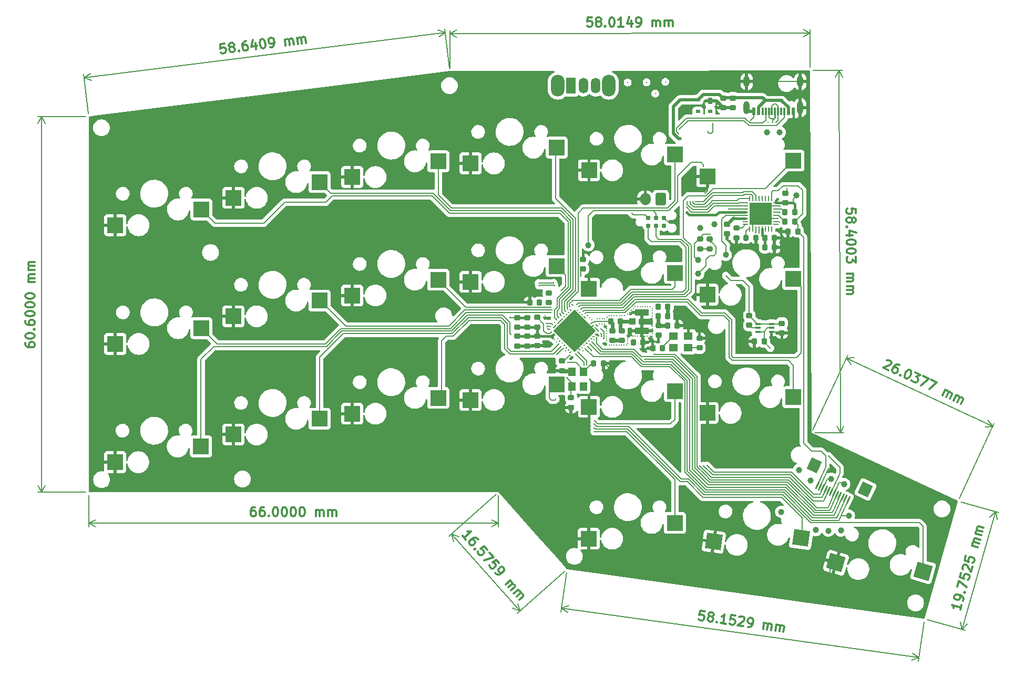
<source format=gbl>
%TF.GenerationSoftware,KiCad,Pcbnew,7.99.0-1450-gc37332bdb3*%
%TF.CreationDate,2023-08-19T12:21:20+01:00*%
%TF.ProjectId,benboard,62656e62-6f61-4726-942e-6b696361645f,rev?*%
%TF.SameCoordinates,Original*%
%TF.FileFunction,Copper,L4,Bot*%
%TF.FilePolarity,Positive*%
%FSLAX46Y46*%
G04 Gerber Fmt 4.6, Leading zero omitted, Abs format (unit mm)*
G04 Created by KiCad (PCBNEW 7.99.0-1450-gc37332bdb3) date 2023-08-19 12:21:20*
%MOMM*%
%LPD*%
G01*
G04 APERTURE LIST*
G04 Aperture macros list*
%AMRoundRect*
0 Rectangle with rounded corners*
0 $1 Rounding radius*
0 $2 $3 $4 $5 $6 $7 $8 $9 X,Y pos of 4 corners*
0 Add a 4 corners polygon primitive as box body*
4,1,4,$2,$3,$4,$5,$6,$7,$8,$9,$2,$3,0*
0 Add four circle primitives for the rounded corners*
1,1,$1+$1,$2,$3*
1,1,$1+$1,$4,$5*
1,1,$1+$1,$6,$7*
1,1,$1+$1,$8,$9*
0 Add four rect primitives between the rounded corners*
20,1,$1+$1,$2,$3,$4,$5,0*
20,1,$1+$1,$4,$5,$6,$7,0*
20,1,$1+$1,$6,$7,$8,$9,0*
20,1,$1+$1,$8,$9,$2,$3,0*%
%AMRotRect*
0 Rectangle, with rotation*
0 The origin of the aperture is its center*
0 $1 length*
0 $2 width*
0 $3 Rotation angle, in degrees counterclockwise*
0 Add horizontal line*
21,1,$1,$2,0,0,$3*%
G04 Aperture macros list end*
%ADD10C,0.300000*%
%TA.AperFunction,NonConductor*%
%ADD11C,0.300000*%
%TD*%
%TA.AperFunction,NonConductor*%
%ADD12C,0.200000*%
%TD*%
%TA.AperFunction,ComponentPad*%
%ADD13RoundRect,0.250000X0.600000X0.750000X-0.600000X0.750000X-0.600000X-0.750000X0.600000X-0.750000X0*%
%TD*%
%TA.AperFunction,ComponentPad*%
%ADD14O,1.700000X2.000000*%
%TD*%
%TA.AperFunction,ComponentPad*%
%ADD15O,2.200000X3.500000*%
%TD*%
%TA.AperFunction,ComponentPad*%
%ADD16R,1.500000X2.500000*%
%TD*%
%TA.AperFunction,ComponentPad*%
%ADD17O,1.500000X2.500000*%
%TD*%
%TA.AperFunction,SMDPad,CuDef*%
%ADD18C,1.000000*%
%TD*%
%TA.AperFunction,SMDPad,CuDef*%
%ADD19RoundRect,0.200000X0.275000X-0.200000X0.275000X0.200000X-0.275000X0.200000X-0.275000X-0.200000X0*%
%TD*%
%TA.AperFunction,SMDPad,CuDef*%
%ADD20R,2.550000X2.500000*%
%TD*%
%TA.AperFunction,SMDPad,CuDef*%
%ADD21RotRect,2.550000X2.500000X164.000000*%
%TD*%
%TA.AperFunction,SMDPad,CuDef*%
%ADD22RotRect,2.550000X2.500000X172.000000*%
%TD*%
%TA.AperFunction,SMDPad,CuDef*%
%ADD23RoundRect,0.225000X-0.250000X0.225000X-0.250000X-0.225000X0.250000X-0.225000X0.250000X0.225000X0*%
%TD*%
%TA.AperFunction,ConnectorPad*%
%ADD24C,0.787400*%
%TD*%
%TA.AperFunction,SMDPad,CuDef*%
%ADD25RoundRect,0.225000X-0.225000X-0.250000X0.225000X-0.250000X0.225000X0.250000X-0.225000X0.250000X0*%
%TD*%
%TA.AperFunction,SMDPad,CuDef*%
%ADD26RoundRect,0.225000X0.225000X0.250000X-0.225000X0.250000X-0.225000X-0.250000X0.225000X-0.250000X0*%
%TD*%
%TA.AperFunction,SMDPad,CuDef*%
%ADD27RoundRect,0.225000X0.250000X-0.225000X0.250000X0.225000X-0.250000X0.225000X-0.250000X-0.225000X0*%
%TD*%
%TA.AperFunction,SMDPad,CuDef*%
%ADD28RotRect,0.280000X1.250000X335.013000*%
%TD*%
%TA.AperFunction,SMDPad,CuDef*%
%ADD29RotRect,1.800000X2.000000X335.013000*%
%TD*%
%TA.AperFunction,SMDPad,CuDef*%
%ADD30RoundRect,0.218750X0.218750X0.256250X-0.218750X0.256250X-0.218750X-0.256250X0.218750X-0.256250X0*%
%TD*%
%TA.AperFunction,SMDPad,CuDef*%
%ADD31R,0.900000X0.400000*%
%TD*%
%TA.AperFunction,SMDPad,CuDef*%
%ADD32RoundRect,0.218750X-0.256250X0.218750X-0.256250X-0.218750X0.256250X-0.218750X0.256250X0.218750X0*%
%TD*%
%TA.AperFunction,SMDPad,CuDef*%
%ADD33R,0.600000X1.240000*%
%TD*%
%TA.AperFunction,SMDPad,CuDef*%
%ADD34R,0.300000X1.240000*%
%TD*%
%TA.AperFunction,ComponentPad*%
%ADD35O,1.000000X1.800000*%
%TD*%
%TA.AperFunction,ComponentPad*%
%ADD36O,1.000000X2.100000*%
%TD*%
%TA.AperFunction,SMDPad,CuDef*%
%ADD37R,1.200000X1.400000*%
%TD*%
%TA.AperFunction,SMDPad,CuDef*%
%ADD38R,0.700000X1.000000*%
%TD*%
%TA.AperFunction,SMDPad,CuDef*%
%ADD39R,0.700000X0.600000*%
%TD*%
%TA.AperFunction,SMDPad,CuDef*%
%ADD40R,1.400000X1.200000*%
%TD*%
%TA.AperFunction,SMDPad,CuDef*%
%ADD41R,1.050000X1.000000*%
%TD*%
%TA.AperFunction,SMDPad,CuDef*%
%ADD42R,2.200000X1.050000*%
%TD*%
%TA.AperFunction,SMDPad,CuDef*%
%ADD43RoundRect,0.218750X-0.218750X-0.256250X0.218750X-0.256250X0.218750X0.256250X-0.218750X0.256250X0*%
%TD*%
%TA.AperFunction,SMDPad,CuDef*%
%ADD44RoundRect,0.062500X0.337500X0.062500X-0.337500X0.062500X-0.337500X-0.062500X0.337500X-0.062500X0*%
%TD*%
%TA.AperFunction,SMDPad,CuDef*%
%ADD45RoundRect,0.062500X0.062500X0.337500X-0.062500X0.337500X-0.062500X-0.337500X0.062500X-0.337500X0*%
%TD*%
%TA.AperFunction,ComponentPad*%
%ADD46C,0.500000*%
%TD*%
%TA.AperFunction,SMDPad,CuDef*%
%ADD47R,3.600000X3.600000*%
%TD*%
%TA.AperFunction,SMDPad,CuDef*%
%ADD48RoundRect,0.200000X-0.275000X0.200000X-0.275000X-0.200000X0.275000X-0.200000X0.275000X0.200000X0*%
%TD*%
%TA.AperFunction,SMDPad,CuDef*%
%ADD49C,0.250000*%
%TD*%
%TA.AperFunction,SMDPad,CuDef*%
%ADD50RotRect,4.850000X4.850000X225.000000*%
%TD*%
%TA.AperFunction,SMDPad,CuDef*%
%ADD51RoundRect,0.200000X0.200000X0.275000X-0.200000X0.275000X-0.200000X-0.275000X0.200000X-0.275000X0*%
%TD*%
%TA.AperFunction,ViaPad*%
%ADD52C,0.250000*%
%TD*%
%TA.AperFunction,ViaPad*%
%ADD53C,0.400000*%
%TD*%
%TA.AperFunction,ViaPad*%
%ADD54C,0.500000*%
%TD*%
%TA.AperFunction,Conductor*%
%ADD55C,0.200000*%
%TD*%
%TA.AperFunction,Conductor*%
%ADD56C,0.500000*%
%TD*%
%TA.AperFunction,Conductor*%
%ADD57C,0.300000*%
%TD*%
%TA.AperFunction,Conductor*%
%ADD58C,0.600000*%
%TD*%
%TA.AperFunction,Conductor*%
%ADD59C,0.400000*%
%TD*%
G04 APERTURE END LIST*
D10*
D11*
X84089776Y-38682710D02*
X83381041Y-38771583D01*
X83381041Y-38771583D02*
X83399040Y-39489206D01*
X83399040Y-39489206D02*
X83461027Y-39409445D01*
X83461027Y-39409445D02*
X83593886Y-39320797D01*
X83593886Y-39320797D02*
X83948254Y-39276360D01*
X83948254Y-39276360D02*
X84098888Y-39329459D01*
X84098888Y-39329459D02*
X84178649Y-39391445D01*
X84178649Y-39391445D02*
X84267297Y-39524305D01*
X84267297Y-39524305D02*
X84311734Y-39878672D01*
X84311734Y-39878672D02*
X84258635Y-40029307D01*
X84258635Y-40029307D02*
X84196649Y-40109067D01*
X84196649Y-40109067D02*
X84063789Y-40197716D01*
X84063789Y-40197716D02*
X83709422Y-40242152D01*
X83709422Y-40242152D02*
X83558787Y-40189053D01*
X83558787Y-40189053D02*
X83479026Y-40127067D01*
X85091117Y-39205036D02*
X84940483Y-39151937D01*
X84940483Y-39151937D02*
X84860722Y-39089951D01*
X84860722Y-39089951D02*
X84772074Y-38957091D01*
X84772074Y-38957091D02*
X84763186Y-38886218D01*
X84763186Y-38886218D02*
X84816285Y-38735583D01*
X84816285Y-38735583D02*
X84878271Y-38655823D01*
X84878271Y-38655823D02*
X85011131Y-38567174D01*
X85011131Y-38567174D02*
X85294625Y-38531625D01*
X85294625Y-38531625D02*
X85445260Y-38584724D01*
X85445260Y-38584724D02*
X85525020Y-38646710D01*
X85525020Y-38646710D02*
X85613669Y-38779570D01*
X85613669Y-38779570D02*
X85622556Y-38850443D01*
X85622556Y-38850443D02*
X85569457Y-39001078D01*
X85569457Y-39001078D02*
X85507471Y-39080839D01*
X85507471Y-39080839D02*
X85374611Y-39169487D01*
X85374611Y-39169487D02*
X85091117Y-39205036D01*
X85091117Y-39205036D02*
X84958257Y-39293684D01*
X84958257Y-39293684D02*
X84896271Y-39373445D01*
X84896271Y-39373445D02*
X84843172Y-39524079D01*
X84843172Y-39524079D02*
X84878722Y-39807574D01*
X84878722Y-39807574D02*
X84967370Y-39940433D01*
X84967370Y-39940433D02*
X85047131Y-40002419D01*
X85047131Y-40002419D02*
X85197765Y-40055518D01*
X85197765Y-40055518D02*
X85481259Y-40019969D01*
X85481259Y-40019969D02*
X85614119Y-39931321D01*
X85614119Y-39931321D02*
X85676105Y-39851560D01*
X85676105Y-39851560D02*
X85729204Y-39700926D01*
X85729204Y-39700926D02*
X85693655Y-39417431D01*
X85693655Y-39417431D02*
X85605006Y-39284572D01*
X85605006Y-39284572D02*
X85525246Y-39222586D01*
X85525246Y-39222586D02*
X85374611Y-39169487D01*
X86384840Y-39762687D02*
X86464601Y-39824673D01*
X86464601Y-39824673D02*
X86402615Y-39904434D01*
X86402615Y-39904434D02*
X86322854Y-39842447D01*
X86322854Y-39842447D02*
X86384840Y-39762687D01*
X86384840Y-39762687D02*
X86402615Y-39904434D01*
X87562578Y-38247230D02*
X87279084Y-38282780D01*
X87279084Y-38282780D02*
X87146224Y-38371428D01*
X87146224Y-38371428D02*
X87084238Y-38451189D01*
X87084238Y-38451189D02*
X86969153Y-38681584D01*
X86969153Y-38681584D02*
X86933829Y-38973965D01*
X86933829Y-38973965D02*
X87004927Y-39540954D01*
X87004927Y-39540954D02*
X87093575Y-39673813D01*
X87093575Y-39673813D02*
X87173336Y-39735799D01*
X87173336Y-39735799D02*
X87323971Y-39788898D01*
X87323971Y-39788898D02*
X87607465Y-39753349D01*
X87607465Y-39753349D02*
X87740324Y-39664701D01*
X87740324Y-39664701D02*
X87802311Y-39584940D01*
X87802311Y-39584940D02*
X87855410Y-39434306D01*
X87855410Y-39434306D02*
X87810973Y-39079938D01*
X87810973Y-39079938D02*
X87722325Y-38947078D01*
X87722325Y-38947078D02*
X87642564Y-38885092D01*
X87642564Y-38885092D02*
X87491929Y-38831993D01*
X87491929Y-38831993D02*
X87208435Y-38867542D01*
X87208435Y-38867542D02*
X87075576Y-38956191D01*
X87075576Y-38956191D02*
X87013589Y-39035952D01*
X87013589Y-39035952D02*
X86960491Y-39186586D01*
X89042259Y-38565598D02*
X89166682Y-39557828D01*
X88616793Y-38043047D02*
X88395735Y-39150586D01*
X88395735Y-39150586D02*
X89317091Y-39035051D01*
X90043150Y-37936174D02*
X90184897Y-37918399D01*
X90184897Y-37918399D02*
X90335532Y-37971498D01*
X90335532Y-37971498D02*
X90415292Y-38033484D01*
X90415292Y-38033484D02*
X90503941Y-38166344D01*
X90503941Y-38166344D02*
X90610364Y-38440950D01*
X90610364Y-38440950D02*
X90654800Y-38795318D01*
X90654800Y-38795318D02*
X90619476Y-39087700D01*
X90619476Y-39087700D02*
X90566377Y-39238334D01*
X90566377Y-39238334D02*
X90504391Y-39318095D01*
X90504391Y-39318095D02*
X90371531Y-39406743D01*
X90371531Y-39406743D02*
X90229784Y-39424518D01*
X90229784Y-39424518D02*
X90079150Y-39371419D01*
X90079150Y-39371419D02*
X89999389Y-39309433D01*
X89999389Y-39309433D02*
X89910741Y-39176573D01*
X89910741Y-39176573D02*
X89804318Y-38901966D01*
X89804318Y-38901966D02*
X89759881Y-38547599D01*
X89759881Y-38547599D02*
X89795205Y-38255217D01*
X89795205Y-38255217D02*
X89848304Y-38104583D01*
X89848304Y-38104583D02*
X89910290Y-38024822D01*
X89910290Y-38024822D02*
X90043150Y-37936174D01*
X91434634Y-39273433D02*
X91718128Y-39237884D01*
X91718128Y-39237884D02*
X91850987Y-39149235D01*
X91850987Y-39149235D02*
X91912974Y-39069475D01*
X91912974Y-39069475D02*
X92028059Y-38839079D01*
X92028059Y-38839079D02*
X92063383Y-38546698D01*
X92063383Y-38546698D02*
X91992284Y-37979710D01*
X91992284Y-37979710D02*
X91903636Y-37846850D01*
X91903636Y-37846850D02*
X91823875Y-37784864D01*
X91823875Y-37784864D02*
X91673241Y-37731765D01*
X91673241Y-37731765D02*
X91389747Y-37767314D01*
X91389747Y-37767314D02*
X91256887Y-37855963D01*
X91256887Y-37855963D02*
X91194901Y-37935723D01*
X91194901Y-37935723D02*
X91141802Y-38086358D01*
X91141802Y-38086358D02*
X91186239Y-38440725D01*
X91186239Y-38440725D02*
X91274887Y-38573585D01*
X91274887Y-38573585D02*
X91354648Y-38635571D01*
X91354648Y-38635571D02*
X91505282Y-38688670D01*
X91505282Y-38688670D02*
X91788776Y-38653121D01*
X91788776Y-38653121D02*
X91921636Y-38564473D01*
X91921636Y-38564473D02*
X91983622Y-38484712D01*
X91983622Y-38484712D02*
X92036721Y-38334077D01*
X93915206Y-38962376D02*
X93790784Y-37970147D01*
X93808558Y-38111894D02*
X93870545Y-38032133D01*
X93870545Y-38032133D02*
X94003404Y-37943485D01*
X94003404Y-37943485D02*
X94216025Y-37916823D01*
X94216025Y-37916823D02*
X94366659Y-37969922D01*
X94366659Y-37969922D02*
X94455307Y-38102782D01*
X94455307Y-38102782D02*
X94553068Y-38882390D01*
X94455307Y-38102782D02*
X94508406Y-37952147D01*
X94508406Y-37952147D02*
X94641266Y-37863499D01*
X94641266Y-37863499D02*
X94853886Y-37836837D01*
X94853886Y-37836837D02*
X95004521Y-37889936D01*
X95004521Y-37889936D02*
X95093169Y-38022796D01*
X95093169Y-38022796D02*
X95190930Y-38802404D01*
X95899665Y-38713531D02*
X95775242Y-37721302D01*
X95793017Y-37863049D02*
X95855003Y-37783288D01*
X95855003Y-37783288D02*
X95987863Y-37694640D01*
X95987863Y-37694640D02*
X96200483Y-37667978D01*
X96200483Y-37667978D02*
X96351118Y-37721076D01*
X96351118Y-37721076D02*
X96439766Y-37853936D01*
X96439766Y-37853936D02*
X96537527Y-38633545D01*
X96439766Y-37853936D02*
X96492865Y-37703302D01*
X96492865Y-37703302D02*
X96625725Y-37614654D01*
X96625725Y-37614654D02*
X96838345Y-37587992D01*
X96838345Y-37587992D02*
X96988979Y-37641090D01*
X96988979Y-37641090D02*
X97077628Y-37773950D01*
X97077628Y-37773950D02*
X97175388Y-38553559D01*
D12*
X62137789Y-49903885D02*
X61345540Y-43585962D01*
X120322968Y-42607631D02*
X119530719Y-36289708D01*
X61418503Y-44167826D02*
X119603682Y-36871572D01*
X61418503Y-44167826D02*
X119603682Y-36871572D01*
X61418503Y-44167826D02*
X62463289Y-43445800D01*
X61418503Y-44167826D02*
X62609217Y-44609527D01*
X119603682Y-36871572D02*
X118558896Y-37593598D01*
X119603682Y-36871572D02*
X118412968Y-36429871D01*
D10*
D11*
X122935296Y-118633263D02*
X122366483Y-117992056D01*
X122650889Y-118312659D02*
X123773001Y-117317237D01*
X123773001Y-117317237D02*
X123517898Y-117352573D01*
X123517898Y-117352573D02*
X123316228Y-117340507D01*
X123316228Y-117340507D02*
X123167992Y-117281040D01*
X124910626Y-118599651D02*
X124721022Y-118385915D01*
X124721022Y-118385915D02*
X124572786Y-118326448D01*
X124572786Y-118326448D02*
X124471951Y-118320416D01*
X124471951Y-118320416D02*
X124216847Y-118355751D01*
X124216847Y-118355751D02*
X123955710Y-118491921D01*
X123955710Y-118491921D02*
X123528239Y-118871130D01*
X123528239Y-118871130D02*
X123468773Y-119019366D01*
X123468773Y-119019366D02*
X123462740Y-119120200D01*
X123462740Y-119120200D02*
X123504108Y-119274469D01*
X123504108Y-119274469D02*
X123693712Y-119488205D01*
X123693712Y-119488205D02*
X123841948Y-119547672D01*
X123841948Y-119547672D02*
X123942783Y-119553705D01*
X123942783Y-119553705D02*
X124097052Y-119512336D01*
X124097052Y-119512336D02*
X124364221Y-119275331D01*
X124364221Y-119275331D02*
X124423688Y-119127095D01*
X124423688Y-119127095D02*
X124429721Y-119026260D01*
X124429721Y-119026260D02*
X124388353Y-118871991D01*
X124388353Y-118871991D02*
X124198749Y-118658256D01*
X124198749Y-118658256D02*
X124050513Y-118598789D01*
X124050513Y-118598789D02*
X123949678Y-118592756D01*
X123949678Y-118592756D02*
X123795409Y-118634124D01*
X124416793Y-120088043D02*
X124410760Y-120188878D01*
X124410760Y-120188878D02*
X124309925Y-120182845D01*
X124309925Y-120182845D02*
X124315958Y-120082010D01*
X124315958Y-120082010D02*
X124416793Y-120088043D01*
X124416793Y-120088043D02*
X124309925Y-120182845D01*
X126380058Y-120256102D02*
X125906048Y-119721763D01*
X125906048Y-119721763D02*
X125324308Y-120142339D01*
X125324308Y-120142339D02*
X125425143Y-120148372D01*
X125425143Y-120148372D02*
X125573379Y-120207839D01*
X125573379Y-120207839D02*
X125810384Y-120475008D01*
X125810384Y-120475008D02*
X125851752Y-120629277D01*
X125851752Y-120629277D02*
X125845719Y-120730112D01*
X125845719Y-120730112D02*
X125786252Y-120878348D01*
X125786252Y-120878348D02*
X125519083Y-121115353D01*
X125519083Y-121115353D02*
X125364814Y-121156722D01*
X125364814Y-121156722D02*
X125263979Y-121150689D01*
X125263979Y-121150689D02*
X125115743Y-121091222D01*
X125115743Y-121091222D02*
X124878738Y-120824052D01*
X124878738Y-120824052D02*
X124837370Y-120669784D01*
X124837370Y-120669784D02*
X124843403Y-120568949D01*
X126759266Y-120683573D02*
X127422881Y-121431647D01*
X127422881Y-121431647D02*
X125874160Y-121946164D01*
X128276099Y-122393457D02*
X127802089Y-121859118D01*
X127802089Y-121859118D02*
X127220349Y-122279695D01*
X127220349Y-122279695D02*
X127321184Y-122285728D01*
X127321184Y-122285728D02*
X127469420Y-122345194D01*
X127469420Y-122345194D02*
X127706425Y-122612364D01*
X127706425Y-122612364D02*
X127747793Y-122766633D01*
X127747793Y-122766633D02*
X127741760Y-122867468D01*
X127741760Y-122867468D02*
X127682294Y-123015704D01*
X127682294Y-123015704D02*
X127415124Y-123252709D01*
X127415124Y-123252709D02*
X127260855Y-123294077D01*
X127260855Y-123294077D02*
X127160020Y-123288044D01*
X127160020Y-123288044D02*
X127011784Y-123228577D01*
X127011784Y-123228577D02*
X126774779Y-122961408D01*
X126774779Y-122961408D02*
X126733411Y-122807139D01*
X126733411Y-122807139D02*
X126739444Y-122706304D01*
X127675399Y-123976652D02*
X127865003Y-124190387D01*
X127865003Y-124190387D02*
X128013239Y-124249854D01*
X128013239Y-124249854D02*
X128114074Y-124255887D01*
X128114074Y-124255887D02*
X128369178Y-124220552D01*
X128369178Y-124220552D02*
X128630314Y-124084381D01*
X128630314Y-124084381D02*
X129057785Y-123705173D01*
X129057785Y-123705173D02*
X129117252Y-123556937D01*
X129117252Y-123556937D02*
X129123285Y-123456102D01*
X129123285Y-123456102D02*
X129081917Y-123301833D01*
X129081917Y-123301833D02*
X128892313Y-123088098D01*
X128892313Y-123088098D02*
X128744077Y-123028631D01*
X128744077Y-123028631D02*
X128643242Y-123022598D01*
X128643242Y-123022598D02*
X128488973Y-123063966D01*
X128488973Y-123063966D02*
X128221803Y-123300971D01*
X128221803Y-123300971D02*
X128162337Y-123449207D01*
X128162337Y-123449207D02*
X128156304Y-123550042D01*
X128156304Y-123550042D02*
X128197672Y-123704311D01*
X128197672Y-123704311D02*
X128387276Y-123918047D01*
X128387276Y-123918047D02*
X128535512Y-123977514D01*
X128535512Y-123977514D02*
X128636347Y-123983546D01*
X128636347Y-123983546D02*
X128790616Y-123942178D01*
X129334435Y-125846838D02*
X130082509Y-125183223D01*
X129975642Y-125278025D02*
X130076477Y-125284058D01*
X130076477Y-125284058D02*
X130224713Y-125343525D01*
X130224713Y-125343525D02*
X130366916Y-125503827D01*
X130366916Y-125503827D02*
X130408284Y-125658096D01*
X130408284Y-125658096D02*
X130348817Y-125806331D01*
X130348817Y-125806331D02*
X129761044Y-126327743D01*
X130348817Y-125806331D02*
X130503086Y-125764963D01*
X130503086Y-125764963D02*
X130651322Y-125824430D01*
X130651322Y-125824430D02*
X130793525Y-125984732D01*
X130793525Y-125984732D02*
X130834893Y-126139001D01*
X130834893Y-126139001D02*
X130775426Y-126287237D01*
X130775426Y-126287237D02*
X130187654Y-126808648D01*
X130661664Y-127342987D02*
X131409739Y-126679373D01*
X131302871Y-126774175D02*
X131403706Y-126780207D01*
X131403706Y-126780207D02*
X131551942Y-126839674D01*
X131551942Y-126839674D02*
X131694145Y-126999976D01*
X131694145Y-126999976D02*
X131735513Y-127154245D01*
X131735513Y-127154245D02*
X131676046Y-127302481D01*
X131676046Y-127302481D02*
X131088273Y-127823892D01*
X131676046Y-127302481D02*
X131830315Y-127261113D01*
X131830315Y-127261113D02*
X131978551Y-127320579D01*
X131978551Y-127320579D02*
X132120754Y-127480881D01*
X132120754Y-127480881D02*
X132162122Y-127635150D01*
X132162122Y-127635150D02*
X132102656Y-127783386D01*
X132102656Y-127783386D02*
X131514883Y-128304797D01*
D12*
X127825963Y-111331807D02*
X120186605Y-118108657D01*
X138825963Y-123731807D02*
X131186605Y-130508657D01*
X120625290Y-117719501D02*
X131625290Y-130119501D01*
X120625290Y-117719501D02*
X131625290Y-130119501D01*
X120625290Y-117719501D02*
X121811541Y-118173053D01*
X120625290Y-117719501D02*
X120934168Y-118951367D01*
X131625290Y-130119501D02*
X130439039Y-129665949D01*
X131625290Y-130119501D02*
X131316412Y-128887635D01*
D10*
D11*
X161407925Y-130209828D02*
X160700430Y-130111565D01*
X160700430Y-130111565D02*
X160531418Y-130809233D01*
X160531418Y-130809233D02*
X160611993Y-130748310D01*
X160611993Y-130748310D02*
X160763319Y-130697213D01*
X160763319Y-130697213D02*
X161117066Y-130746344D01*
X161117066Y-130746344D02*
X161248738Y-130836746D01*
X161248738Y-130836746D02*
X161309662Y-130917322D01*
X161309662Y-130917322D02*
X161360758Y-131068647D01*
X161360758Y-131068647D02*
X161311627Y-131422395D01*
X161311627Y-131422395D02*
X161221225Y-131554067D01*
X161221225Y-131554067D02*
X161140649Y-131614990D01*
X161140649Y-131614990D02*
X160989324Y-131666087D01*
X160989324Y-131666087D02*
X160635577Y-131616956D01*
X160635577Y-131616956D02*
X160503904Y-131526554D01*
X160503904Y-131526554D02*
X160442981Y-131445978D01*
X162239230Y-130974315D02*
X162107558Y-130883913D01*
X162107558Y-130883913D02*
X162046635Y-130803337D01*
X162046635Y-130803337D02*
X161995538Y-130652012D01*
X161995538Y-130652012D02*
X162005364Y-130581262D01*
X162005364Y-130581262D02*
X162095766Y-130449590D01*
X162095766Y-130449590D02*
X162176342Y-130388667D01*
X162176342Y-130388667D02*
X162327667Y-130337570D01*
X162327667Y-130337570D02*
X162610665Y-130376875D01*
X162610665Y-130376875D02*
X162742337Y-130467277D01*
X162742337Y-130467277D02*
X162803261Y-130547853D01*
X162803261Y-130547853D02*
X162854357Y-130699178D01*
X162854357Y-130699178D02*
X162844531Y-130769927D01*
X162844531Y-130769927D02*
X162754129Y-130901600D01*
X162754129Y-130901600D02*
X162673553Y-130962523D01*
X162673553Y-130962523D02*
X162522228Y-131013620D01*
X162522228Y-131013620D02*
X162239230Y-130974315D01*
X162239230Y-130974315D02*
X162087905Y-131025412D01*
X162087905Y-131025412D02*
X162007329Y-131086335D01*
X162007329Y-131086335D02*
X161916927Y-131218007D01*
X161916927Y-131218007D02*
X161877622Y-131501005D01*
X161877622Y-131501005D02*
X161928719Y-131652330D01*
X161928719Y-131652330D02*
X161989642Y-131732906D01*
X161989642Y-131732906D02*
X162121315Y-131823308D01*
X162121315Y-131823308D02*
X162404312Y-131862613D01*
X162404312Y-131862613D02*
X162555638Y-131811517D01*
X162555638Y-131811517D02*
X162636213Y-131750593D01*
X162636213Y-131750593D02*
X162726615Y-131618921D01*
X162726615Y-131618921D02*
X162765921Y-131335923D01*
X162765921Y-131335923D02*
X162714824Y-131184598D01*
X162714824Y-131184598D02*
X162653901Y-131104022D01*
X162653901Y-131104022D02*
X162522228Y-131013620D01*
X163343707Y-131848856D02*
X163404630Y-131929432D01*
X163404630Y-131929432D02*
X163324055Y-131990355D01*
X163324055Y-131990355D02*
X163263132Y-131909780D01*
X163263132Y-131909780D02*
X163343707Y-131848856D01*
X163343707Y-131848856D02*
X163324055Y-131990355D01*
X164809793Y-132196708D02*
X163960800Y-132078792D01*
X164385297Y-132137750D02*
X164591649Y-130652012D01*
X164591649Y-130652012D02*
X164420671Y-130844607D01*
X164420671Y-130844607D02*
X164259520Y-130966454D01*
X164259520Y-130966454D02*
X164108195Y-131017550D01*
X166360385Y-130897669D02*
X165652891Y-130799406D01*
X165652891Y-130799406D02*
X165483878Y-131497074D01*
X165483878Y-131497074D02*
X165564454Y-131436151D01*
X165564454Y-131436151D02*
X165715779Y-131385054D01*
X165715779Y-131385054D02*
X166069526Y-131434186D01*
X166069526Y-131434186D02*
X166201199Y-131524588D01*
X166201199Y-131524588D02*
X166262122Y-131605164D01*
X166262122Y-131605164D02*
X166313219Y-131756489D01*
X166313219Y-131756489D02*
X166264087Y-132110236D01*
X166264087Y-132110236D02*
X166173685Y-132241909D01*
X166173685Y-132241909D02*
X166093109Y-132302832D01*
X166093109Y-132302832D02*
X165941784Y-132353929D01*
X165941784Y-132353929D02*
X165588037Y-132304797D01*
X165588037Y-132304797D02*
X165456364Y-132214395D01*
X165456364Y-132214395D02*
X165395441Y-132133819D01*
X166977477Y-131127605D02*
X167058053Y-131066682D01*
X167058053Y-131066682D02*
X167209378Y-131015585D01*
X167209378Y-131015585D02*
X167563125Y-131064717D01*
X167563125Y-131064717D02*
X167694798Y-131155119D01*
X167694798Y-131155119D02*
X167755721Y-131235694D01*
X167755721Y-131235694D02*
X167806818Y-131387020D01*
X167806818Y-131387020D02*
X167787165Y-131528519D01*
X167787165Y-131528519D02*
X167686937Y-131730941D01*
X167686937Y-131730941D02*
X166720028Y-132462018D01*
X166720028Y-132462018D02*
X167639770Y-132589760D01*
X168347265Y-132688023D02*
X168630262Y-132727329D01*
X168630262Y-132727329D02*
X168781588Y-132676232D01*
X168781588Y-132676232D02*
X168862163Y-132615309D01*
X168862163Y-132615309D02*
X169033141Y-132422713D01*
X169033141Y-132422713D02*
X169143196Y-132149541D01*
X169143196Y-132149541D02*
X169221806Y-131583546D01*
X169221806Y-131583546D02*
X169170709Y-131432221D01*
X169170709Y-131432221D02*
X169109786Y-131351645D01*
X169109786Y-131351645D02*
X168978114Y-131261243D01*
X168978114Y-131261243D02*
X168695116Y-131221938D01*
X168695116Y-131221938D02*
X168543791Y-131273034D01*
X168543791Y-131273034D02*
X168463215Y-131333958D01*
X168463215Y-131333958D02*
X168372813Y-131465630D01*
X168372813Y-131465630D02*
X168323681Y-131819377D01*
X168323681Y-131819377D02*
X168374778Y-131970703D01*
X168374778Y-131970703D02*
X168435701Y-132051278D01*
X168435701Y-132051278D02*
X168567374Y-132141680D01*
X168567374Y-132141680D02*
X168850372Y-132180986D01*
X168850372Y-132180986D02*
X169001697Y-132129889D01*
X169001697Y-132129889D02*
X169082273Y-132068966D01*
X169082273Y-132068966D02*
X169172675Y-131937293D01*
X170823495Y-133031944D02*
X170961063Y-132041452D01*
X170941410Y-132182951D02*
X171021986Y-132122028D01*
X171021986Y-132122028D02*
X171173311Y-132070931D01*
X171173311Y-132070931D02*
X171385560Y-132100410D01*
X171385560Y-132100410D02*
X171517232Y-132190812D01*
X171517232Y-132190812D02*
X171568329Y-132342137D01*
X171568329Y-132342137D02*
X171460240Y-133120381D01*
X171568329Y-132342137D02*
X171658731Y-132210465D01*
X171658731Y-132210465D02*
X171810056Y-132159368D01*
X171810056Y-132159368D02*
X172022305Y-132188847D01*
X172022305Y-132188847D02*
X172153977Y-132279249D01*
X172153977Y-132279249D02*
X172205074Y-132430574D01*
X172205074Y-132430574D02*
X172096985Y-133208818D01*
X172804479Y-133307081D02*
X172942048Y-132316589D01*
X172922395Y-132458088D02*
X173002971Y-132397164D01*
X173002971Y-132397164D02*
X173154296Y-132346068D01*
X173154296Y-132346068D02*
X173366544Y-132375547D01*
X173366544Y-132375547D02*
X173498217Y-132465949D01*
X173498217Y-132465949D02*
X173549314Y-132617274D01*
X173549314Y-132617274D02*
X173441224Y-133395518D01*
X173549314Y-132617274D02*
X173639716Y-132485601D01*
X173639716Y-132485601D02*
X173791041Y-132434504D01*
X173791041Y-132434504D02*
X174003289Y-132463983D01*
X174003289Y-132463983D02*
X174134962Y-132554385D01*
X174134962Y-132554385D02*
X174186059Y-132705711D01*
X174186059Y-132705711D02*
X174077969Y-133483955D01*
D12*
X139131216Y-123895246D02*
X138251045Y-130232480D01*
X196731216Y-131895246D02*
X195851045Y-138232480D01*
X138331717Y-129651636D02*
X195931717Y-137651636D01*
X138331717Y-129651636D02*
X195931717Y-137651636D01*
X138331717Y-129651636D02*
X139528183Y-129225762D01*
X138331717Y-129651636D02*
X139366837Y-130387452D01*
X195931717Y-137651636D02*
X194735251Y-138077510D01*
X195931717Y-137651636D02*
X194896597Y-136915820D01*
D10*
D11*
X202784376Y-129145331D02*
X202550047Y-129969821D01*
X202667212Y-129557576D02*
X201224354Y-129147501D01*
X201224354Y-129147501D02*
X201391422Y-129343498D01*
X201391422Y-129343498D02*
X201489782Y-129519968D01*
X201489782Y-129519968D02*
X201519435Y-129676910D01*
X202979650Y-128458256D02*
X203057759Y-128183426D01*
X203057759Y-128183426D02*
X203028107Y-128026484D01*
X203028107Y-128026484D02*
X202978927Y-127938249D01*
X202978927Y-127938249D02*
X202811859Y-127742252D01*
X202811859Y-127742252D02*
X202556556Y-127595435D01*
X202556556Y-127595435D02*
X202006896Y-127439215D01*
X202006896Y-127439215D02*
X201849954Y-127468868D01*
X201849954Y-127468868D02*
X201761719Y-127518048D01*
X201761719Y-127518048D02*
X201653957Y-127635936D01*
X201653957Y-127635936D02*
X201575847Y-127910766D01*
X201575847Y-127910766D02*
X201605500Y-128067708D01*
X201605500Y-128067708D02*
X201654680Y-128155943D01*
X201654680Y-128155943D02*
X201772567Y-128263705D01*
X201772567Y-128263705D02*
X202116105Y-128361342D01*
X202116105Y-128361342D02*
X202273047Y-128331690D01*
X202273047Y-128331690D02*
X202361282Y-128282510D01*
X202361282Y-128282510D02*
X202469045Y-128164622D01*
X202469045Y-128164622D02*
X202547154Y-127889792D01*
X202547154Y-127889792D02*
X202517501Y-127732850D01*
X202517501Y-127732850D02*
X202468321Y-127644615D01*
X202468321Y-127644615D02*
X202350434Y-127536852D01*
X203213255Y-127113759D02*
X203301490Y-127064579D01*
X203301490Y-127064579D02*
X203350670Y-127152814D01*
X203350670Y-127152814D02*
X203262435Y-127201994D01*
X203262435Y-127201994D02*
X203213255Y-127113759D01*
X203213255Y-127113759D02*
X203350670Y-127152814D01*
X202064032Y-126193078D02*
X202337415Y-125231173D01*
X202337415Y-125231173D02*
X203604526Y-126259616D01*
X202688908Y-123994438D02*
X202493634Y-124681514D01*
X202493634Y-124681514D02*
X203161182Y-124945495D01*
X203161182Y-124945495D02*
X203112002Y-124857260D01*
X203112002Y-124857260D02*
X203082349Y-124700318D01*
X203082349Y-124700318D02*
X203179986Y-124356780D01*
X203179986Y-124356780D02*
X203287749Y-124238893D01*
X203287749Y-124238893D02*
X203375983Y-124189712D01*
X203375983Y-124189712D02*
X203532926Y-124160060D01*
X203532926Y-124160060D02*
X203876463Y-124257697D01*
X203876463Y-124257697D02*
X203994351Y-124365459D01*
X203994351Y-124365459D02*
X204043531Y-124453694D01*
X204043531Y-124453694D02*
X204073184Y-124610636D01*
X204073184Y-124610636D02*
X203975547Y-124954174D01*
X203975547Y-124954174D02*
X203867785Y-125072061D01*
X203867785Y-125072061D02*
X203779550Y-125121242D01*
X203002070Y-123415126D02*
X202952890Y-123326891D01*
X202952890Y-123326891D02*
X202923237Y-123169949D01*
X202923237Y-123169949D02*
X203020874Y-122826411D01*
X203020874Y-122826411D02*
X203128636Y-122708524D01*
X203128636Y-122708524D02*
X203216871Y-122659344D01*
X203216871Y-122659344D02*
X203373814Y-122629691D01*
X203373814Y-122629691D02*
X203511229Y-122668746D01*
X203511229Y-122668746D02*
X203697824Y-122796035D01*
X203697824Y-122796035D02*
X204287985Y-123854854D01*
X204287985Y-123854854D02*
X204541841Y-122961657D01*
X203470004Y-121246139D02*
X203274730Y-121933214D01*
X203274730Y-121933214D02*
X203942278Y-122197196D01*
X203942278Y-122197196D02*
X203893098Y-122108961D01*
X203893098Y-122108961D02*
X203863445Y-121952018D01*
X203863445Y-121952018D02*
X203961082Y-121608481D01*
X203961082Y-121608481D02*
X204068844Y-121490593D01*
X204068844Y-121490593D02*
X204157079Y-121441413D01*
X204157079Y-121441413D02*
X204314022Y-121411760D01*
X204314022Y-121411760D02*
X204657559Y-121509397D01*
X204657559Y-121509397D02*
X204775447Y-121617160D01*
X204775447Y-121617160D02*
X204824627Y-121705394D01*
X204824627Y-121705394D02*
X204854280Y-121862337D01*
X204854280Y-121862337D02*
X204756643Y-122205874D01*
X204756643Y-122205874D02*
X204648880Y-122323762D01*
X204648880Y-122323762D02*
X204560645Y-122372942D01*
X205420574Y-119869820D02*
X204458669Y-119596436D01*
X204596084Y-119635491D02*
X204546904Y-119547256D01*
X204546904Y-119547256D02*
X204517251Y-119390314D01*
X204517251Y-119390314D02*
X204575833Y-119184191D01*
X204575833Y-119184191D02*
X204683595Y-119066303D01*
X204683595Y-119066303D02*
X204840538Y-119036651D01*
X204840538Y-119036651D02*
X205596320Y-119251452D01*
X204840538Y-119036651D02*
X204722650Y-118928888D01*
X204722650Y-118928888D02*
X204692998Y-118771946D01*
X204692998Y-118771946D02*
X204751580Y-118565824D01*
X204751580Y-118565824D02*
X204859342Y-118447936D01*
X204859342Y-118447936D02*
X205016284Y-118418283D01*
X205016284Y-118418283D02*
X205772067Y-118633085D01*
X205967341Y-117946009D02*
X205005436Y-117672626D01*
X205142851Y-117711681D02*
X205093671Y-117623446D01*
X205093671Y-117623446D02*
X205064018Y-117466503D01*
X205064018Y-117466503D02*
X205122600Y-117260381D01*
X205122600Y-117260381D02*
X205230363Y-117142493D01*
X205230363Y-117142493D02*
X205387305Y-117112841D01*
X205387305Y-117112841D02*
X206143088Y-117327642D01*
X205387305Y-117112841D02*
X205269417Y-117005078D01*
X205269417Y-117005078D02*
X205239765Y-116848136D01*
X205239765Y-116848136D02*
X205298347Y-116642013D01*
X205298347Y-116642013D02*
X205406109Y-116524126D01*
X205406109Y-116524126D02*
X205563052Y-116494473D01*
X205563052Y-116494473D02*
X206318834Y-116709274D01*
D12*
X197280953Y-131536692D02*
X203387227Y-133272159D01*
X202680953Y-112536692D02*
X208787227Y-114272159D01*
X202823146Y-133111841D02*
X208223146Y-114111841D01*
X202823146Y-133111841D02*
X208223146Y-114111841D01*
X202823146Y-133111841D02*
X202567033Y-131867933D01*
X202823146Y-133111841D02*
X203695195Y-132188569D01*
X208223146Y-114111841D02*
X208479259Y-115355749D01*
X208223146Y-114111841D02*
X207351097Y-115035113D01*
D10*
D11*
X143234296Y-34424876D02*
X142520011Y-34426154D01*
X142520011Y-34426154D02*
X142449860Y-35140566D01*
X142449860Y-35140566D02*
X142521161Y-35069010D01*
X142521161Y-35069010D02*
X142663890Y-34997326D01*
X142663890Y-34997326D02*
X143021032Y-34996687D01*
X143021032Y-34996687D02*
X143164017Y-35067860D01*
X143164017Y-35067860D02*
X143235573Y-35139161D01*
X143235573Y-35139161D02*
X143307257Y-35281890D01*
X143307257Y-35281890D02*
X143307895Y-35639032D01*
X143307895Y-35639032D02*
X143236722Y-35782017D01*
X143236722Y-35782017D02*
X143165422Y-35853573D01*
X143165422Y-35853573D02*
X143022693Y-35925257D01*
X143022693Y-35925257D02*
X142665550Y-35925896D01*
X142665550Y-35925896D02*
X142522566Y-35854723D01*
X142522566Y-35854723D02*
X142451009Y-35783422D01*
X144164015Y-35066072D02*
X144021030Y-34994899D01*
X144021030Y-34994899D02*
X143949474Y-34923598D01*
X143949474Y-34923598D02*
X143877790Y-34780869D01*
X143877790Y-34780869D02*
X143877662Y-34709441D01*
X143877662Y-34709441D02*
X143948835Y-34566456D01*
X143948835Y-34566456D02*
X144020136Y-34494900D01*
X144020136Y-34494900D02*
X144162865Y-34423216D01*
X144162865Y-34423216D02*
X144448579Y-34422705D01*
X144448579Y-34422705D02*
X144591564Y-34493878D01*
X144591564Y-34493878D02*
X144663120Y-34565179D01*
X144663120Y-34565179D02*
X144734804Y-34707908D01*
X144734804Y-34707908D02*
X144734931Y-34779336D01*
X144734931Y-34779336D02*
X144663758Y-34922321D01*
X144663758Y-34922321D02*
X144592458Y-34993877D01*
X144592458Y-34993877D02*
X144449728Y-35065561D01*
X144449728Y-35065561D02*
X144164015Y-35066072D01*
X144164015Y-35066072D02*
X144021285Y-35137756D01*
X144021285Y-35137756D02*
X143949985Y-35209312D01*
X143949985Y-35209312D02*
X143878812Y-35352297D01*
X143878812Y-35352297D02*
X143879323Y-35638011D01*
X143879323Y-35638011D02*
X143951007Y-35780740D01*
X143951007Y-35780740D02*
X144022563Y-35852041D01*
X144022563Y-35852041D02*
X144165547Y-35923214D01*
X144165547Y-35923214D02*
X144451261Y-35922703D01*
X144451261Y-35922703D02*
X144593990Y-35851019D01*
X144593990Y-35851019D02*
X144665291Y-35779462D01*
X144665291Y-35779462D02*
X144736464Y-35636478D01*
X144736464Y-35636478D02*
X144735953Y-35350764D01*
X144735953Y-35350764D02*
X144664269Y-35208035D01*
X144664269Y-35208035D02*
X144592713Y-35136734D01*
X144592713Y-35136734D02*
X144449728Y-35065561D01*
X145379575Y-35778185D02*
X145451132Y-35849486D01*
X145451132Y-35849486D02*
X145379831Y-35921042D01*
X145379831Y-35921042D02*
X145308275Y-35849741D01*
X145308275Y-35849741D02*
X145379575Y-35778185D01*
X145379575Y-35778185D02*
X145379831Y-35921042D01*
X146377147Y-34419256D02*
X146520004Y-34419001D01*
X146520004Y-34419001D02*
X146662989Y-34490174D01*
X146662989Y-34490174D02*
X146734545Y-34561474D01*
X146734545Y-34561474D02*
X146806229Y-34704204D01*
X146806229Y-34704204D02*
X146878168Y-34989790D01*
X146878168Y-34989790D02*
X146878807Y-35346932D01*
X146878807Y-35346932D02*
X146807889Y-35632774D01*
X146807889Y-35632774D02*
X146736716Y-35775758D01*
X146736716Y-35775758D02*
X146665416Y-35847314D01*
X146665416Y-35847314D02*
X146522686Y-35918998D01*
X146522686Y-35918998D02*
X146379829Y-35919254D01*
X146379829Y-35919254D02*
X146236845Y-35848081D01*
X146236845Y-35848081D02*
X146165289Y-35776780D01*
X146165289Y-35776780D02*
X146093605Y-35634051D01*
X146093605Y-35634051D02*
X146021665Y-35348465D01*
X146021665Y-35348465D02*
X146021027Y-34991322D01*
X146021027Y-34991322D02*
X146091944Y-34705481D01*
X146091944Y-34705481D02*
X146163117Y-34562496D01*
X146163117Y-34562496D02*
X146234418Y-34490940D01*
X146234418Y-34490940D02*
X146377147Y-34419256D01*
X148308397Y-35915805D02*
X147451256Y-35917338D01*
X147879827Y-35916571D02*
X147877144Y-34416574D01*
X147877144Y-34416574D02*
X147734671Y-34631115D01*
X147734671Y-34631115D02*
X147592069Y-34774227D01*
X147592069Y-34774227D02*
X147449340Y-34845911D01*
X149592321Y-34913507D02*
X149594109Y-35913506D01*
X149234157Y-34342718D02*
X148878930Y-35414784D01*
X148878930Y-35414784D02*
X149807500Y-35413123D01*
X150451250Y-35911973D02*
X150736964Y-35911462D01*
X150736964Y-35911462D02*
X150879693Y-35839778D01*
X150879693Y-35839778D02*
X150950994Y-35768222D01*
X150950994Y-35768222D02*
X151093468Y-35553681D01*
X151093468Y-35553681D02*
X151164385Y-35267840D01*
X151164385Y-35267840D02*
X151163363Y-34696412D01*
X151163363Y-34696412D02*
X151091679Y-34553683D01*
X151091679Y-34553683D02*
X151020123Y-34482382D01*
X151020123Y-34482382D02*
X150877139Y-34411209D01*
X150877139Y-34411209D02*
X150591425Y-34411720D01*
X150591425Y-34411720D02*
X150448696Y-34483404D01*
X150448696Y-34483404D02*
X150377395Y-34554960D01*
X150377395Y-34554960D02*
X150306222Y-34697945D01*
X150306222Y-34697945D02*
X150306861Y-35055087D01*
X150306861Y-35055087D02*
X150378544Y-35197816D01*
X150378544Y-35197816D02*
X150450101Y-35269117D01*
X150450101Y-35269117D02*
X150593085Y-35340290D01*
X150593085Y-35340290D02*
X150878799Y-35339779D01*
X150878799Y-35339779D02*
X151021528Y-35268095D01*
X151021528Y-35268095D02*
X151092829Y-35196539D01*
X151092829Y-35196539D02*
X151164002Y-35053554D01*
X152951246Y-35907502D02*
X152949457Y-34907504D01*
X152949713Y-35050361D02*
X153021014Y-34978805D01*
X153021014Y-34978805D02*
X153163743Y-34907121D01*
X153163743Y-34907121D02*
X153378028Y-34906738D01*
X153378028Y-34906738D02*
X153521013Y-34977911D01*
X153521013Y-34977911D02*
X153592697Y-35120640D01*
X153592697Y-35120640D02*
X153594102Y-35906353D01*
X153592697Y-35120640D02*
X153663870Y-34977655D01*
X153663870Y-34977655D02*
X153806599Y-34905971D01*
X153806599Y-34905971D02*
X154020884Y-34905588D01*
X154020884Y-34905588D02*
X154163869Y-34976761D01*
X154163869Y-34976761D02*
X154235553Y-35119490D01*
X154235553Y-35119490D02*
X154236958Y-35905203D01*
X154951242Y-35903926D02*
X154949454Y-34903927D01*
X154949710Y-35046784D02*
X155021010Y-34975228D01*
X155021010Y-34975228D02*
X155163740Y-34903544D01*
X155163740Y-34903544D02*
X155378025Y-34903161D01*
X155378025Y-34903161D02*
X155521010Y-34974334D01*
X155521010Y-34974334D02*
X155592694Y-35117063D01*
X155592694Y-35117063D02*
X155594099Y-35902776D01*
X155592694Y-35117063D02*
X155663867Y-34974079D01*
X155663867Y-34974079D02*
X155806596Y-34902395D01*
X155806596Y-34902395D02*
X156020881Y-34902011D01*
X156020881Y-34902011D02*
X156163866Y-34973184D01*
X156163866Y-34973184D02*
X156235550Y-35115914D01*
X156235550Y-35115914D02*
X156236955Y-35901627D01*
D12*
X178399106Y-42500001D02*
X178388193Y-36397267D01*
X120384285Y-42603747D02*
X120373372Y-36501013D01*
X178389241Y-36983686D02*
X120374420Y-37087432D01*
X178389241Y-36983686D02*
X120374420Y-37087432D01*
X178389241Y-36983686D02*
X177263788Y-37572120D01*
X178389241Y-36983686D02*
X177261690Y-36399281D01*
X120374420Y-37087432D02*
X121499873Y-36498998D01*
X120374420Y-37087432D02*
X121501971Y-37671837D01*
D10*
D11*
X88985716Y-113378328D02*
X88700001Y-113378328D01*
X88700001Y-113378328D02*
X88557144Y-113449757D01*
X88557144Y-113449757D02*
X88485716Y-113521185D01*
X88485716Y-113521185D02*
X88342858Y-113735471D01*
X88342858Y-113735471D02*
X88271430Y-114021185D01*
X88271430Y-114021185D02*
X88271430Y-114592614D01*
X88271430Y-114592614D02*
X88342858Y-114735471D01*
X88342858Y-114735471D02*
X88414287Y-114806900D01*
X88414287Y-114806900D02*
X88557144Y-114878328D01*
X88557144Y-114878328D02*
X88842858Y-114878328D01*
X88842858Y-114878328D02*
X88985716Y-114806900D01*
X88985716Y-114806900D02*
X89057144Y-114735471D01*
X89057144Y-114735471D02*
X89128573Y-114592614D01*
X89128573Y-114592614D02*
X89128573Y-114235471D01*
X89128573Y-114235471D02*
X89057144Y-114092614D01*
X89057144Y-114092614D02*
X88985716Y-114021185D01*
X88985716Y-114021185D02*
X88842858Y-113949757D01*
X88842858Y-113949757D02*
X88557144Y-113949757D01*
X88557144Y-113949757D02*
X88414287Y-114021185D01*
X88414287Y-114021185D02*
X88342858Y-114092614D01*
X88342858Y-114092614D02*
X88271430Y-114235471D01*
X90414287Y-113378328D02*
X90128572Y-113378328D01*
X90128572Y-113378328D02*
X89985715Y-113449757D01*
X89985715Y-113449757D02*
X89914287Y-113521185D01*
X89914287Y-113521185D02*
X89771429Y-113735471D01*
X89771429Y-113735471D02*
X89700001Y-114021185D01*
X89700001Y-114021185D02*
X89700001Y-114592614D01*
X89700001Y-114592614D02*
X89771429Y-114735471D01*
X89771429Y-114735471D02*
X89842858Y-114806900D01*
X89842858Y-114806900D02*
X89985715Y-114878328D01*
X89985715Y-114878328D02*
X90271429Y-114878328D01*
X90271429Y-114878328D02*
X90414287Y-114806900D01*
X90414287Y-114806900D02*
X90485715Y-114735471D01*
X90485715Y-114735471D02*
X90557144Y-114592614D01*
X90557144Y-114592614D02*
X90557144Y-114235471D01*
X90557144Y-114235471D02*
X90485715Y-114092614D01*
X90485715Y-114092614D02*
X90414287Y-114021185D01*
X90414287Y-114021185D02*
X90271429Y-113949757D01*
X90271429Y-113949757D02*
X89985715Y-113949757D01*
X89985715Y-113949757D02*
X89842858Y-114021185D01*
X89842858Y-114021185D02*
X89771429Y-114092614D01*
X89771429Y-114092614D02*
X89700001Y-114235471D01*
X91200000Y-114735471D02*
X91271429Y-114806900D01*
X91271429Y-114806900D02*
X91200000Y-114878328D01*
X91200000Y-114878328D02*
X91128572Y-114806900D01*
X91128572Y-114806900D02*
X91200000Y-114735471D01*
X91200000Y-114735471D02*
X91200000Y-114878328D01*
X92200001Y-113378328D02*
X92342858Y-113378328D01*
X92342858Y-113378328D02*
X92485715Y-113449757D01*
X92485715Y-113449757D02*
X92557144Y-113521185D01*
X92557144Y-113521185D02*
X92628572Y-113664042D01*
X92628572Y-113664042D02*
X92700001Y-113949757D01*
X92700001Y-113949757D02*
X92700001Y-114306900D01*
X92700001Y-114306900D02*
X92628572Y-114592614D01*
X92628572Y-114592614D02*
X92557144Y-114735471D01*
X92557144Y-114735471D02*
X92485715Y-114806900D01*
X92485715Y-114806900D02*
X92342858Y-114878328D01*
X92342858Y-114878328D02*
X92200001Y-114878328D01*
X92200001Y-114878328D02*
X92057144Y-114806900D01*
X92057144Y-114806900D02*
X91985715Y-114735471D01*
X91985715Y-114735471D02*
X91914286Y-114592614D01*
X91914286Y-114592614D02*
X91842858Y-114306900D01*
X91842858Y-114306900D02*
X91842858Y-113949757D01*
X91842858Y-113949757D02*
X91914286Y-113664042D01*
X91914286Y-113664042D02*
X91985715Y-113521185D01*
X91985715Y-113521185D02*
X92057144Y-113449757D01*
X92057144Y-113449757D02*
X92200001Y-113378328D01*
X93628572Y-113378328D02*
X93771429Y-113378328D01*
X93771429Y-113378328D02*
X93914286Y-113449757D01*
X93914286Y-113449757D02*
X93985715Y-113521185D01*
X93985715Y-113521185D02*
X94057143Y-113664042D01*
X94057143Y-113664042D02*
X94128572Y-113949757D01*
X94128572Y-113949757D02*
X94128572Y-114306900D01*
X94128572Y-114306900D02*
X94057143Y-114592614D01*
X94057143Y-114592614D02*
X93985715Y-114735471D01*
X93985715Y-114735471D02*
X93914286Y-114806900D01*
X93914286Y-114806900D02*
X93771429Y-114878328D01*
X93771429Y-114878328D02*
X93628572Y-114878328D01*
X93628572Y-114878328D02*
X93485715Y-114806900D01*
X93485715Y-114806900D02*
X93414286Y-114735471D01*
X93414286Y-114735471D02*
X93342857Y-114592614D01*
X93342857Y-114592614D02*
X93271429Y-114306900D01*
X93271429Y-114306900D02*
X93271429Y-113949757D01*
X93271429Y-113949757D02*
X93342857Y-113664042D01*
X93342857Y-113664042D02*
X93414286Y-113521185D01*
X93414286Y-113521185D02*
X93485715Y-113449757D01*
X93485715Y-113449757D02*
X93628572Y-113378328D01*
X95057143Y-113378328D02*
X95200000Y-113378328D01*
X95200000Y-113378328D02*
X95342857Y-113449757D01*
X95342857Y-113449757D02*
X95414286Y-113521185D01*
X95414286Y-113521185D02*
X95485714Y-113664042D01*
X95485714Y-113664042D02*
X95557143Y-113949757D01*
X95557143Y-113949757D02*
X95557143Y-114306900D01*
X95557143Y-114306900D02*
X95485714Y-114592614D01*
X95485714Y-114592614D02*
X95414286Y-114735471D01*
X95414286Y-114735471D02*
X95342857Y-114806900D01*
X95342857Y-114806900D02*
X95200000Y-114878328D01*
X95200000Y-114878328D02*
X95057143Y-114878328D01*
X95057143Y-114878328D02*
X94914286Y-114806900D01*
X94914286Y-114806900D02*
X94842857Y-114735471D01*
X94842857Y-114735471D02*
X94771428Y-114592614D01*
X94771428Y-114592614D02*
X94700000Y-114306900D01*
X94700000Y-114306900D02*
X94700000Y-113949757D01*
X94700000Y-113949757D02*
X94771428Y-113664042D01*
X94771428Y-113664042D02*
X94842857Y-113521185D01*
X94842857Y-113521185D02*
X94914286Y-113449757D01*
X94914286Y-113449757D02*
X95057143Y-113378328D01*
X96485714Y-113378328D02*
X96628571Y-113378328D01*
X96628571Y-113378328D02*
X96771428Y-113449757D01*
X96771428Y-113449757D02*
X96842857Y-113521185D01*
X96842857Y-113521185D02*
X96914285Y-113664042D01*
X96914285Y-113664042D02*
X96985714Y-113949757D01*
X96985714Y-113949757D02*
X96985714Y-114306900D01*
X96985714Y-114306900D02*
X96914285Y-114592614D01*
X96914285Y-114592614D02*
X96842857Y-114735471D01*
X96842857Y-114735471D02*
X96771428Y-114806900D01*
X96771428Y-114806900D02*
X96628571Y-114878328D01*
X96628571Y-114878328D02*
X96485714Y-114878328D01*
X96485714Y-114878328D02*
X96342857Y-114806900D01*
X96342857Y-114806900D02*
X96271428Y-114735471D01*
X96271428Y-114735471D02*
X96199999Y-114592614D01*
X96199999Y-114592614D02*
X96128571Y-114306900D01*
X96128571Y-114306900D02*
X96128571Y-113949757D01*
X96128571Y-113949757D02*
X96199999Y-113664042D01*
X96199999Y-113664042D02*
X96271428Y-113521185D01*
X96271428Y-113521185D02*
X96342857Y-113449757D01*
X96342857Y-113449757D02*
X96485714Y-113378328D01*
X98771427Y-114878328D02*
X98771427Y-113878328D01*
X98771427Y-114021185D02*
X98842856Y-113949757D01*
X98842856Y-113949757D02*
X98985713Y-113878328D01*
X98985713Y-113878328D02*
X99199999Y-113878328D01*
X99199999Y-113878328D02*
X99342856Y-113949757D01*
X99342856Y-113949757D02*
X99414285Y-114092614D01*
X99414285Y-114092614D02*
X99414285Y-114878328D01*
X99414285Y-114092614D02*
X99485713Y-113949757D01*
X99485713Y-113949757D02*
X99628570Y-113878328D01*
X99628570Y-113878328D02*
X99842856Y-113878328D01*
X99842856Y-113878328D02*
X99985713Y-113949757D01*
X99985713Y-113949757D02*
X100057142Y-114092614D01*
X100057142Y-114092614D02*
X100057142Y-114878328D01*
X100771427Y-114878328D02*
X100771427Y-113878328D01*
X100771427Y-114021185D02*
X100842856Y-113949757D01*
X100842856Y-113949757D02*
X100985713Y-113878328D01*
X100985713Y-113878328D02*
X101199999Y-113878328D01*
X101199999Y-113878328D02*
X101342856Y-113949757D01*
X101342856Y-113949757D02*
X101414285Y-114092614D01*
X101414285Y-114092614D02*
X101414285Y-114878328D01*
X101414285Y-114092614D02*
X101485713Y-113949757D01*
X101485713Y-113949757D02*
X101628570Y-113878328D01*
X101628570Y-113878328D02*
X101842856Y-113878328D01*
X101842856Y-113878328D02*
X101985713Y-113949757D01*
X101985713Y-113949757D02*
X102057142Y-114092614D01*
X102057142Y-114092614D02*
X102057142Y-114878328D01*
D12*
X62200000Y-111500000D02*
X62200000Y-116586420D01*
X128200000Y-111500000D02*
X128200000Y-116586420D01*
X62200000Y-116000000D02*
X128200000Y-116000000D01*
X62200000Y-116000000D02*
X128200000Y-116000000D01*
X62200000Y-116000000D02*
X63326504Y-115413579D01*
X62200000Y-116000000D02*
X63326504Y-116586421D01*
X128200000Y-116000000D02*
X127073496Y-116586421D01*
X128200000Y-116000000D02*
X127073496Y-115413579D01*
D10*
D11*
X185744893Y-66032297D02*
X185742447Y-65318016D01*
X185742447Y-65318016D02*
X185027921Y-65249034D01*
X185027921Y-65249034D02*
X185099594Y-65320217D01*
X185099594Y-65320217D02*
X185171511Y-65462829D01*
X185171511Y-65462829D02*
X185172734Y-65819970D01*
X185172734Y-65819970D02*
X185101795Y-65963071D01*
X185101795Y-65963071D02*
X185030612Y-66034743D01*
X185030612Y-66034743D02*
X184888000Y-66106661D01*
X184888000Y-66106661D02*
X184530859Y-66107884D01*
X184530859Y-66107884D02*
X184387758Y-66036945D01*
X184387758Y-66036945D02*
X184316085Y-65965761D01*
X184316085Y-65965761D02*
X184244168Y-65823150D01*
X184244168Y-65823150D02*
X184242945Y-65466009D01*
X184242945Y-65466009D02*
X184313884Y-65322908D01*
X184313884Y-65322908D02*
X184385067Y-65251235D01*
X185105220Y-66963064D02*
X185176159Y-66819963D01*
X185176159Y-66819963D02*
X185247342Y-66748291D01*
X185247342Y-66748291D02*
X185389954Y-66676373D01*
X185389954Y-66676373D02*
X185461382Y-66676129D01*
X185461382Y-66676129D02*
X185604483Y-66747067D01*
X185604483Y-66747067D02*
X185676156Y-66818251D01*
X185676156Y-66818251D02*
X185748073Y-66960863D01*
X185748073Y-66960863D02*
X185749052Y-67246575D01*
X185749052Y-67246575D02*
X185678113Y-67389676D01*
X185678113Y-67389676D02*
X185606929Y-67461349D01*
X185606929Y-67461349D02*
X185464317Y-67533266D01*
X185464317Y-67533266D02*
X185392889Y-67533511D01*
X185392889Y-67533511D02*
X185249788Y-67462572D01*
X185249788Y-67462572D02*
X185178116Y-67391389D01*
X185178116Y-67391389D02*
X185106198Y-67248777D01*
X185106198Y-67248777D02*
X185105220Y-66963064D01*
X185105220Y-66963064D02*
X185033302Y-66820453D01*
X185033302Y-66820453D02*
X184961630Y-66749269D01*
X184961630Y-66749269D02*
X184818529Y-66678330D01*
X184818529Y-66678330D02*
X184532816Y-66679309D01*
X184532816Y-66679309D02*
X184390204Y-66751226D01*
X184390204Y-66751226D02*
X184319021Y-66822899D01*
X184319021Y-66822899D02*
X184248082Y-66966000D01*
X184248082Y-66966000D02*
X184249060Y-67251712D01*
X184249060Y-67251712D02*
X184320978Y-67394324D01*
X184320978Y-67394324D02*
X184392650Y-67465508D01*
X184392650Y-67465508D02*
X184535751Y-67536446D01*
X184535751Y-67536446D02*
X184821464Y-67535468D01*
X184821464Y-67535468D02*
X184964076Y-67463551D01*
X184964076Y-67463551D02*
X185035259Y-67391878D01*
X185035259Y-67391878D02*
X185106198Y-67248777D01*
X184395097Y-68179789D02*
X184323913Y-68251461D01*
X184323913Y-68251461D02*
X184252240Y-68180278D01*
X184252240Y-68180278D02*
X184323424Y-68108605D01*
X184323424Y-68108605D02*
X184395097Y-68179789D01*
X184395097Y-68179789D02*
X184252240Y-68180278D01*
X185256882Y-69533988D02*
X184256888Y-69537413D01*
X185827084Y-69174891D02*
X184754439Y-68821419D01*
X184754439Y-68821419D02*
X184757619Y-69749985D01*
X185760549Y-70603698D02*
X185761038Y-70746554D01*
X185761038Y-70746554D02*
X185690099Y-70889655D01*
X185690099Y-70889655D02*
X185618915Y-70961328D01*
X185618915Y-70961328D02*
X185476304Y-71033245D01*
X185476304Y-71033245D02*
X185190836Y-71105652D01*
X185190836Y-71105652D02*
X184833695Y-71106875D01*
X184833695Y-71106875D02*
X184547738Y-71036425D01*
X184547738Y-71036425D02*
X184404637Y-70965486D01*
X184404637Y-70965486D02*
X184332964Y-70894303D01*
X184332964Y-70894303D02*
X184261047Y-70751691D01*
X184261047Y-70751691D02*
X184260557Y-70608835D01*
X184260557Y-70608835D02*
X184331496Y-70465734D01*
X184331496Y-70465734D02*
X184402680Y-70394061D01*
X184402680Y-70394061D02*
X184545291Y-70322144D01*
X184545291Y-70322144D02*
X184830759Y-70249737D01*
X184830759Y-70249737D02*
X185187900Y-70248514D01*
X185187900Y-70248514D02*
X185473857Y-70318964D01*
X185473857Y-70318964D02*
X185616958Y-70389903D01*
X185616958Y-70389903D02*
X185688631Y-70461086D01*
X185688631Y-70461086D02*
X185760549Y-70603698D01*
X185765441Y-72032261D02*
X185765930Y-72175117D01*
X185765930Y-72175117D02*
X185694991Y-72318218D01*
X185694991Y-72318218D02*
X185623808Y-72389891D01*
X185623808Y-72389891D02*
X185481196Y-72461808D01*
X185481196Y-72461808D02*
X185195728Y-72534215D01*
X185195728Y-72534215D02*
X184838587Y-72535438D01*
X184838587Y-72535438D02*
X184552630Y-72464988D01*
X184552630Y-72464988D02*
X184409529Y-72394049D01*
X184409529Y-72394049D02*
X184337856Y-72322866D01*
X184337856Y-72322866D02*
X184265939Y-72180254D01*
X184265939Y-72180254D02*
X184265450Y-72037398D01*
X184265450Y-72037398D02*
X184336389Y-71894297D01*
X184336389Y-71894297D02*
X184407572Y-71822624D01*
X184407572Y-71822624D02*
X184550184Y-71750706D01*
X184550184Y-71750706D02*
X184835652Y-71678300D01*
X184835652Y-71678300D02*
X185192793Y-71677077D01*
X185192793Y-71677077D02*
X185478750Y-71747526D01*
X185478750Y-71747526D02*
X185621851Y-71818465D01*
X185621851Y-71818465D02*
X185693523Y-71889649D01*
X185693523Y-71889649D02*
X185765441Y-72032261D01*
X185768866Y-73032254D02*
X185772046Y-73960820D01*
X185772046Y-73960820D02*
X185198908Y-73462780D01*
X185198908Y-73462780D02*
X185199642Y-73677065D01*
X185199642Y-73677065D02*
X185128703Y-73820165D01*
X185128703Y-73820165D02*
X185057519Y-73891838D01*
X185057519Y-73891838D02*
X184914908Y-73963756D01*
X184914908Y-73963756D02*
X184557767Y-73964979D01*
X184557767Y-73964979D02*
X184414666Y-73894040D01*
X184414666Y-73894040D02*
X184342993Y-73822856D01*
X184342993Y-73822856D02*
X184271076Y-73680245D01*
X184271076Y-73680245D02*
X184269608Y-73251676D01*
X184269608Y-73251676D02*
X184340547Y-73108575D01*
X184340547Y-73108575D02*
X184411731Y-73036902D01*
X184278170Y-75751660D02*
X185278164Y-75748236D01*
X185135308Y-75748725D02*
X185206980Y-75819909D01*
X185206980Y-75819909D02*
X185278898Y-75962520D01*
X185278898Y-75962520D02*
X185279632Y-76176805D01*
X185279632Y-76176805D02*
X185208693Y-76319906D01*
X185208693Y-76319906D02*
X185066081Y-76391823D01*
X185066081Y-76391823D02*
X184280371Y-76394514D01*
X185066081Y-76391823D02*
X185209182Y-76462762D01*
X185209182Y-76462762D02*
X185281099Y-76605374D01*
X185281099Y-76605374D02*
X185281833Y-76819658D01*
X185281833Y-76819658D02*
X185210894Y-76962759D01*
X185210894Y-76962759D02*
X185068283Y-77034676D01*
X185068283Y-77034676D02*
X184282573Y-77037367D01*
X184285019Y-77751649D02*
X185285013Y-77748224D01*
X185142157Y-77748713D02*
X185213830Y-77819897D01*
X185213830Y-77819897D02*
X185285747Y-77962509D01*
X185285747Y-77962509D02*
X185286481Y-78176793D01*
X185286481Y-78176793D02*
X185215542Y-78319894D01*
X185215542Y-78319894D02*
X185072930Y-78391811D01*
X185072930Y-78391811D02*
X184287221Y-78394502D01*
X185072930Y-78391811D02*
X185216031Y-78462750D01*
X185216031Y-78462750D02*
X185287949Y-78605362D01*
X185287949Y-78605362D02*
X185288682Y-78819646D01*
X185288682Y-78819646D02*
X185217743Y-78962747D01*
X185217743Y-78962747D02*
X185075132Y-79034665D01*
X185075132Y-79034665D02*
X184289422Y-79037355D01*
D12*
X179099997Y-101398288D02*
X183830691Y-101382087D01*
X178899997Y-42998288D02*
X183630691Y-42982087D01*
X183244275Y-101384095D02*
X183044275Y-42984095D01*
X183244275Y-101384095D02*
X183044275Y-42984095D01*
X183244275Y-101384095D02*
X182654000Y-100259606D01*
X183244275Y-101384095D02*
X183826834Y-100255590D01*
X183044275Y-42984095D02*
X183634550Y-44108584D01*
X183044275Y-42984095D02*
X182461716Y-44112600D01*
D10*
D11*
X51978328Y-86914284D02*
X51978328Y-87199998D01*
X51978328Y-87199998D02*
X52049757Y-87342855D01*
X52049757Y-87342855D02*
X52121185Y-87414284D01*
X52121185Y-87414284D02*
X52335471Y-87557141D01*
X52335471Y-87557141D02*
X52621185Y-87628569D01*
X52621185Y-87628569D02*
X53192614Y-87628569D01*
X53192614Y-87628569D02*
X53335471Y-87557141D01*
X53335471Y-87557141D02*
X53406900Y-87485712D01*
X53406900Y-87485712D02*
X53478328Y-87342855D01*
X53478328Y-87342855D02*
X53478328Y-87057141D01*
X53478328Y-87057141D02*
X53406900Y-86914284D01*
X53406900Y-86914284D02*
X53335471Y-86842855D01*
X53335471Y-86842855D02*
X53192614Y-86771426D01*
X53192614Y-86771426D02*
X52835471Y-86771426D01*
X52835471Y-86771426D02*
X52692614Y-86842855D01*
X52692614Y-86842855D02*
X52621185Y-86914284D01*
X52621185Y-86914284D02*
X52549757Y-87057141D01*
X52549757Y-87057141D02*
X52549757Y-87342855D01*
X52549757Y-87342855D02*
X52621185Y-87485712D01*
X52621185Y-87485712D02*
X52692614Y-87557141D01*
X52692614Y-87557141D02*
X52835471Y-87628569D01*
X51978328Y-85842855D02*
X51978328Y-85699998D01*
X51978328Y-85699998D02*
X52049757Y-85557141D01*
X52049757Y-85557141D02*
X52121185Y-85485713D01*
X52121185Y-85485713D02*
X52264042Y-85414284D01*
X52264042Y-85414284D02*
X52549757Y-85342855D01*
X52549757Y-85342855D02*
X52906900Y-85342855D01*
X52906900Y-85342855D02*
X53192614Y-85414284D01*
X53192614Y-85414284D02*
X53335471Y-85485713D01*
X53335471Y-85485713D02*
X53406900Y-85557141D01*
X53406900Y-85557141D02*
X53478328Y-85699998D01*
X53478328Y-85699998D02*
X53478328Y-85842855D01*
X53478328Y-85842855D02*
X53406900Y-85985713D01*
X53406900Y-85985713D02*
X53335471Y-86057141D01*
X53335471Y-86057141D02*
X53192614Y-86128570D01*
X53192614Y-86128570D02*
X52906900Y-86199998D01*
X52906900Y-86199998D02*
X52549757Y-86199998D01*
X52549757Y-86199998D02*
X52264042Y-86128570D01*
X52264042Y-86128570D02*
X52121185Y-86057141D01*
X52121185Y-86057141D02*
X52049757Y-85985713D01*
X52049757Y-85985713D02*
X51978328Y-85842855D01*
X53335471Y-84699999D02*
X53406900Y-84628570D01*
X53406900Y-84628570D02*
X53478328Y-84699999D01*
X53478328Y-84699999D02*
X53406900Y-84771427D01*
X53406900Y-84771427D02*
X53335471Y-84699999D01*
X53335471Y-84699999D02*
X53478328Y-84699999D01*
X51978328Y-83342856D02*
X51978328Y-83628570D01*
X51978328Y-83628570D02*
X52049757Y-83771427D01*
X52049757Y-83771427D02*
X52121185Y-83842856D01*
X52121185Y-83842856D02*
X52335471Y-83985713D01*
X52335471Y-83985713D02*
X52621185Y-84057141D01*
X52621185Y-84057141D02*
X53192614Y-84057141D01*
X53192614Y-84057141D02*
X53335471Y-83985713D01*
X53335471Y-83985713D02*
X53406900Y-83914284D01*
X53406900Y-83914284D02*
X53478328Y-83771427D01*
X53478328Y-83771427D02*
X53478328Y-83485713D01*
X53478328Y-83485713D02*
X53406900Y-83342856D01*
X53406900Y-83342856D02*
X53335471Y-83271427D01*
X53335471Y-83271427D02*
X53192614Y-83199998D01*
X53192614Y-83199998D02*
X52835471Y-83199998D01*
X52835471Y-83199998D02*
X52692614Y-83271427D01*
X52692614Y-83271427D02*
X52621185Y-83342856D01*
X52621185Y-83342856D02*
X52549757Y-83485713D01*
X52549757Y-83485713D02*
X52549757Y-83771427D01*
X52549757Y-83771427D02*
X52621185Y-83914284D01*
X52621185Y-83914284D02*
X52692614Y-83985713D01*
X52692614Y-83985713D02*
X52835471Y-84057141D01*
X51978328Y-82271427D02*
X51978328Y-82128570D01*
X51978328Y-82128570D02*
X52049757Y-81985713D01*
X52049757Y-81985713D02*
X52121185Y-81914285D01*
X52121185Y-81914285D02*
X52264042Y-81842856D01*
X52264042Y-81842856D02*
X52549757Y-81771427D01*
X52549757Y-81771427D02*
X52906900Y-81771427D01*
X52906900Y-81771427D02*
X53192614Y-81842856D01*
X53192614Y-81842856D02*
X53335471Y-81914285D01*
X53335471Y-81914285D02*
X53406900Y-81985713D01*
X53406900Y-81985713D02*
X53478328Y-82128570D01*
X53478328Y-82128570D02*
X53478328Y-82271427D01*
X53478328Y-82271427D02*
X53406900Y-82414285D01*
X53406900Y-82414285D02*
X53335471Y-82485713D01*
X53335471Y-82485713D02*
X53192614Y-82557142D01*
X53192614Y-82557142D02*
X52906900Y-82628570D01*
X52906900Y-82628570D02*
X52549757Y-82628570D01*
X52549757Y-82628570D02*
X52264042Y-82557142D01*
X52264042Y-82557142D02*
X52121185Y-82485713D01*
X52121185Y-82485713D02*
X52049757Y-82414285D01*
X52049757Y-82414285D02*
X51978328Y-82271427D01*
X51978328Y-80842856D02*
X51978328Y-80699999D01*
X51978328Y-80699999D02*
X52049757Y-80557142D01*
X52049757Y-80557142D02*
X52121185Y-80485714D01*
X52121185Y-80485714D02*
X52264042Y-80414285D01*
X52264042Y-80414285D02*
X52549757Y-80342856D01*
X52549757Y-80342856D02*
X52906900Y-80342856D01*
X52906900Y-80342856D02*
X53192614Y-80414285D01*
X53192614Y-80414285D02*
X53335471Y-80485714D01*
X53335471Y-80485714D02*
X53406900Y-80557142D01*
X53406900Y-80557142D02*
X53478328Y-80699999D01*
X53478328Y-80699999D02*
X53478328Y-80842856D01*
X53478328Y-80842856D02*
X53406900Y-80985714D01*
X53406900Y-80985714D02*
X53335471Y-81057142D01*
X53335471Y-81057142D02*
X53192614Y-81128571D01*
X53192614Y-81128571D02*
X52906900Y-81199999D01*
X52906900Y-81199999D02*
X52549757Y-81199999D01*
X52549757Y-81199999D02*
X52264042Y-81128571D01*
X52264042Y-81128571D02*
X52121185Y-81057142D01*
X52121185Y-81057142D02*
X52049757Y-80985714D01*
X52049757Y-80985714D02*
X51978328Y-80842856D01*
X51978328Y-79414285D02*
X51978328Y-79271428D01*
X51978328Y-79271428D02*
X52049757Y-79128571D01*
X52049757Y-79128571D02*
X52121185Y-79057143D01*
X52121185Y-79057143D02*
X52264042Y-78985714D01*
X52264042Y-78985714D02*
X52549757Y-78914285D01*
X52549757Y-78914285D02*
X52906900Y-78914285D01*
X52906900Y-78914285D02*
X53192614Y-78985714D01*
X53192614Y-78985714D02*
X53335471Y-79057143D01*
X53335471Y-79057143D02*
X53406900Y-79128571D01*
X53406900Y-79128571D02*
X53478328Y-79271428D01*
X53478328Y-79271428D02*
X53478328Y-79414285D01*
X53478328Y-79414285D02*
X53406900Y-79557143D01*
X53406900Y-79557143D02*
X53335471Y-79628571D01*
X53335471Y-79628571D02*
X53192614Y-79700000D01*
X53192614Y-79700000D02*
X52906900Y-79771428D01*
X52906900Y-79771428D02*
X52549757Y-79771428D01*
X52549757Y-79771428D02*
X52264042Y-79700000D01*
X52264042Y-79700000D02*
X52121185Y-79628571D01*
X52121185Y-79628571D02*
X52049757Y-79557143D01*
X52049757Y-79557143D02*
X51978328Y-79414285D01*
X53478328Y-77128572D02*
X52478328Y-77128572D01*
X52621185Y-77128572D02*
X52549757Y-77057143D01*
X52549757Y-77057143D02*
X52478328Y-76914286D01*
X52478328Y-76914286D02*
X52478328Y-76700000D01*
X52478328Y-76700000D02*
X52549757Y-76557143D01*
X52549757Y-76557143D02*
X52692614Y-76485715D01*
X52692614Y-76485715D02*
X53478328Y-76485715D01*
X52692614Y-76485715D02*
X52549757Y-76414286D01*
X52549757Y-76414286D02*
X52478328Y-76271429D01*
X52478328Y-76271429D02*
X52478328Y-76057143D01*
X52478328Y-76057143D02*
X52549757Y-75914286D01*
X52549757Y-75914286D02*
X52692614Y-75842857D01*
X52692614Y-75842857D02*
X53478328Y-75842857D01*
X53478328Y-75128572D02*
X52478328Y-75128572D01*
X52621185Y-75128572D02*
X52549757Y-75057143D01*
X52549757Y-75057143D02*
X52478328Y-74914286D01*
X52478328Y-74914286D02*
X52478328Y-74700000D01*
X52478328Y-74700000D02*
X52549757Y-74557143D01*
X52549757Y-74557143D02*
X52692614Y-74485715D01*
X52692614Y-74485715D02*
X53478328Y-74485715D01*
X52692614Y-74485715D02*
X52549757Y-74414286D01*
X52549757Y-74414286D02*
X52478328Y-74271429D01*
X52478328Y-74271429D02*
X52478328Y-74057143D01*
X52478328Y-74057143D02*
X52549757Y-73914286D01*
X52549757Y-73914286D02*
X52692614Y-73842857D01*
X52692614Y-73842857D02*
X53478328Y-73842857D01*
D12*
X61700000Y-50400000D02*
X54013580Y-50400000D01*
X61700000Y-111000000D02*
X54013580Y-111000000D01*
X54600000Y-50400000D02*
X54600000Y-111000000D01*
X54600000Y-50400000D02*
X54600000Y-111000000D01*
X54600000Y-50400000D02*
X55186421Y-51526504D01*
X54600000Y-50400000D02*
X54013579Y-51526504D01*
X54600000Y-111000000D02*
X54013579Y-109873496D01*
X54600000Y-111000000D02*
X55186421Y-109873496D01*
D10*
D11*
X190766310Y-89713755D02*
X190861227Y-89679189D01*
X190861227Y-89679189D02*
X191020886Y-89674800D01*
X191020886Y-89674800D02*
X191344593Y-89825680D01*
X191344593Y-89825680D02*
X191443900Y-89950774D01*
X191443900Y-89950774D02*
X191478465Y-90045691D01*
X191478465Y-90045691D02*
X191482854Y-90205350D01*
X191482854Y-90205350D02*
X191422502Y-90334833D01*
X191422502Y-90334833D02*
X191267232Y-90498881D01*
X191267232Y-90498881D02*
X190128223Y-90913665D01*
X190128223Y-90913665D02*
X190969861Y-91305954D01*
X192768903Y-90489554D02*
X192509937Y-90368849D01*
X192509937Y-90368849D02*
X192350278Y-90373239D01*
X192350278Y-90373239D02*
X192255361Y-90407804D01*
X192255361Y-90407804D02*
X192035350Y-90541676D01*
X192035350Y-90541676D02*
X191849904Y-90770465D01*
X191849904Y-90770465D02*
X191608496Y-91288396D01*
X191608496Y-91288396D02*
X191612885Y-91448055D01*
X191612885Y-91448055D02*
X191647450Y-91542973D01*
X191647450Y-91542973D02*
X191746757Y-91668066D01*
X191746757Y-91668066D02*
X192005723Y-91788770D01*
X192005723Y-91788770D02*
X192165381Y-91784381D01*
X192165381Y-91784381D02*
X192260299Y-91749816D01*
X192260299Y-91749816D02*
X192385392Y-91650509D01*
X192385392Y-91650509D02*
X192536273Y-91326802D01*
X192536273Y-91326802D02*
X192531883Y-91167144D01*
X192531883Y-91167144D02*
X192497318Y-91072226D01*
X192497318Y-91072226D02*
X192398011Y-90947133D01*
X192398011Y-90947133D02*
X192139046Y-90826428D01*
X192139046Y-90826428D02*
X191979387Y-90830818D01*
X191979387Y-90830818D02*
X191884470Y-90865383D01*
X191884470Y-90865383D02*
X191759376Y-90964690D01*
X192907712Y-92051576D02*
X192942278Y-92146494D01*
X192942278Y-92146494D02*
X192847360Y-92181059D01*
X192847360Y-92181059D02*
X192812795Y-92086142D01*
X192812795Y-92086142D02*
X192907712Y-92051576D01*
X192907712Y-92051576D02*
X192847360Y-92181059D01*
X194387437Y-91243955D02*
X194516920Y-91304307D01*
X194516920Y-91304307D02*
X194616226Y-91429401D01*
X194616226Y-91429401D02*
X194650792Y-91524318D01*
X194650792Y-91524318D02*
X194655181Y-91683977D01*
X194655181Y-91683977D02*
X194599218Y-91973119D01*
X194599218Y-91973119D02*
X194448338Y-92296826D01*
X194448338Y-92296826D02*
X194262892Y-92525615D01*
X194262892Y-92525615D02*
X194137799Y-92624922D01*
X194137799Y-92624922D02*
X194042881Y-92659487D01*
X194042881Y-92659487D02*
X193883222Y-92663876D01*
X193883222Y-92663876D02*
X193753740Y-92603524D01*
X193753740Y-92603524D02*
X193654433Y-92478431D01*
X193654433Y-92478431D02*
X193619868Y-92383513D01*
X193619868Y-92383513D02*
X193615478Y-92223854D01*
X193615478Y-92223854D02*
X193671441Y-91934713D01*
X193671441Y-91934713D02*
X193822322Y-91611006D01*
X193822322Y-91611006D02*
X194007767Y-91382217D01*
X194007767Y-91382217D02*
X194132861Y-91282910D01*
X194132861Y-91282910D02*
X194227778Y-91248345D01*
X194227778Y-91248345D02*
X194387437Y-91243955D01*
X195293816Y-91666420D02*
X196135454Y-92058709D01*
X196135454Y-92058709D02*
X195440856Y-92365407D01*
X195440856Y-92365407D02*
X195635080Y-92455936D01*
X195635080Y-92455936D02*
X195734387Y-92581029D01*
X195734387Y-92581029D02*
X195768952Y-92675947D01*
X195768952Y-92675947D02*
X195773341Y-92835605D01*
X195773341Y-92835605D02*
X195622461Y-93159312D01*
X195622461Y-93159312D02*
X195497367Y-93258619D01*
X195497367Y-93258619D02*
X195402450Y-93293184D01*
X195402450Y-93293184D02*
X195242791Y-93297574D01*
X195242791Y-93297574D02*
X194854343Y-93116517D01*
X194854343Y-93116517D02*
X194755036Y-92991424D01*
X194755036Y-92991424D02*
X194720471Y-92896506D01*
X196588643Y-92269941D02*
X197495022Y-92692406D01*
X197495022Y-92692406D02*
X196278653Y-93780390D01*
X197883470Y-92873462D02*
X198789850Y-93295927D01*
X198789850Y-93295927D02*
X197573480Y-94383912D01*
X199709945Y-95379721D02*
X200132410Y-94473342D01*
X200072057Y-94602825D02*
X200166975Y-94568260D01*
X200166975Y-94568260D02*
X200326634Y-94563870D01*
X200326634Y-94563870D02*
X200520858Y-94654399D01*
X200520858Y-94654399D02*
X200620165Y-94779492D01*
X200620165Y-94779492D02*
X200624554Y-94939151D01*
X200624554Y-94939151D02*
X200292617Y-95651306D01*
X200624554Y-94939151D02*
X200749647Y-94839844D01*
X200749647Y-94839844D02*
X200909306Y-94835455D01*
X200909306Y-94835455D02*
X201103530Y-94925983D01*
X201103530Y-94925983D02*
X201202837Y-95051077D01*
X201202837Y-95051077D02*
X201207226Y-95210735D01*
X201207226Y-95210735D02*
X200875289Y-95922891D01*
X201522703Y-96224651D02*
X201945168Y-95318272D01*
X201884816Y-95447755D02*
X201979733Y-95413189D01*
X201979733Y-95413189D02*
X202139392Y-95408800D01*
X202139392Y-95408800D02*
X202333616Y-95499328D01*
X202333616Y-95499328D02*
X202432923Y-95624422D01*
X202432923Y-95624422D02*
X202437312Y-95784081D01*
X202437312Y-95784081D02*
X202105376Y-96496236D01*
X202437312Y-95784081D02*
X202562406Y-95684774D01*
X202562406Y-95684774D02*
X202722065Y-95680385D01*
X202722065Y-95680385D02*
X202916289Y-95770913D01*
X202916289Y-95770913D02*
X203015595Y-95896006D01*
X203015595Y-95896006D02*
X203019985Y-96055665D01*
X203019985Y-96055665D02*
X202688048Y-96767820D01*
D12*
X178811232Y-100946810D02*
X184446751Y-88856059D01*
X202411232Y-111946810D02*
X208046751Y-99856059D01*
X184199010Y-89387579D02*
X207799010Y-100387579D01*
X184199010Y-89387579D02*
X207799010Y-100387579D01*
X184199010Y-89387579D02*
X185467792Y-89331968D01*
X184199010Y-89387579D02*
X184972307Y-90395007D01*
X207799010Y-100387579D02*
X206530228Y-100443190D01*
X207799010Y-100387579D02*
X207025713Y-99380151D01*
D13*
%TO.P,J4,1,Pin_1*%
%TO.N,Net-(J4-Pin_1)*%
X154330000Y-63750000D03*
D14*
%TO.P,J4,2,Pin_2*%
%TO.N,GND*%
X151830000Y-63750000D03*
%TD*%
D15*
%TO.P,SW22,*%
%TO.N,*%
X137750000Y-45440000D03*
X145950000Y-45440000D03*
D16*
%TO.P,SW22,1,A*%
%TO.N,unconnected-(SW22-A-Pad1)*%
X139850000Y-45440000D03*
D17*
%TO.P,SW22,2,B*%
%TO.N,VBAT*%
X141850000Y-45440000D03*
%TO.P,SW22,3,C*%
%TO.N,Net-(J4-Pin_1)*%
X143850000Y-45440000D03*
%TD*%
D18*
%TO.P,TP18,1,1*%
%TO.N,SCLK*%
X184620000Y-114770000D03*
%TD*%
%TO.P,TP17,1,1*%
%TO.N,D-*%
X171420000Y-52990000D03*
%TD*%
%TO.P,TP16,1,1*%
%TO.N,D+*%
X173500000Y-52970000D03*
%TD*%
%TO.P,TP15,1,1*%
%TO.N,VSYS*%
X164790000Y-72720000D03*
%TD*%
%TO.P,TP14,1,1*%
%TO.N,VBAT*%
X162960000Y-67760000D03*
%TD*%
%TO.P,TP13,1,1*%
%TO.N,VDD_NRF*%
X176150000Y-63160000D03*
%TD*%
%TO.P,TP12,1,1*%
%TO.N,VBUS_MAIN*%
X160700000Y-68340000D03*
%TD*%
%TO.P,TP11,1,1*%
%TO.N,RST*%
X142670000Y-71150000D03*
%TD*%
%TO.P,TP10,1,1*%
%TO.N,SDA*%
X160350000Y-75750000D03*
%TD*%
%TO.P,TP9,1,1*%
%TO.N,SCK*%
X160300000Y-73580000D03*
%TD*%
%TO.P,TP8,1,1*%
%TO.N,MISO*%
X183350000Y-117140000D03*
%TD*%
%TO.P,TP7,1,1*%
%TO.N,MOSI*%
X173740000Y-114140000D03*
%TD*%
%TO.P,TP6,1,1*%
%TO.N,VIK_SDA*%
X181790000Y-108820000D03*
%TD*%
%TO.P,TP5,1,1*%
%TO.N,VIK_SCL*%
X178420000Y-109060000D03*
%TD*%
%TO.P,TP4,1,1*%
%TO.N,SPICS*%
X181310000Y-117190000D03*
%TD*%
%TO.P,TP3,1,1*%
%TO.N,VIK_RGB*%
X176570000Y-107420000D03*
%TD*%
%TO.P,TP2,1,1*%
%TO.N,VIK_A1*%
X179300000Y-117100000D03*
%TD*%
%TO.P,TP1,1,1*%
%TO.N,VIK_A0*%
X183850000Y-109690000D03*
%TD*%
D19*
%TO.P,R4,1*%
%TO.N,+3V3*%
X162230000Y-71775000D03*
%TO.P,R4,2*%
%TO.N,SDA*%
X162230000Y-70125000D03*
%TD*%
%TO.P,R3,1*%
%TO.N,+3V3*%
X160700000Y-71765000D03*
%TO.P,R3,2*%
%TO.N,SCK*%
X160700000Y-70115000D03*
%TD*%
D20*
%TO.P,SW16,1,1*%
%TO.N,GND*%
X161831483Y-60044220D03*
%TO.P,SW16,2,2*%
%TO.N,SW16*%
X175681483Y-57504220D03*
%TD*%
%TO.P,SW6,1,1*%
%TO.N,GND*%
X85510000Y-101680000D03*
%TO.P,SW6,2,2*%
%TO.N,SW6*%
X99360000Y-99140000D03*
%TD*%
%TO.P,SW8,1,1*%
%TO.N,GND*%
X104628494Y-79264805D03*
%TO.P,SW8,2,2*%
%TO.N,SW8*%
X118478494Y-76724805D03*
%TD*%
%TO.P,SW5,1,1*%
%TO.N,GND*%
X85509895Y-82621207D03*
%TO.P,SW5,2,2*%
%TO.N,SW5*%
X99359895Y-80081207D03*
%TD*%
%TO.P,SW18,1,1*%
%TO.N,GND*%
X161826830Y-98194347D03*
%TO.P,SW18,2,2*%
%TO.N,SW18*%
X175676830Y-95654347D03*
%TD*%
%TO.P,SW10,1,1*%
%TO.N,GND*%
X123699237Y-57970911D03*
%TO.P,SW10,2,2*%
%TO.N,SW10*%
X137549237Y-55430911D03*
%TD*%
%TO.P,SW4,1,1*%
%TO.N,GND*%
X85514653Y-63529873D03*
%TO.P,SW4,2,2*%
%TO.N,SW4*%
X99364653Y-60989873D03*
%TD*%
%TO.P,SW14,1,1*%
%TO.N,GND*%
X142767663Y-78180569D03*
%TO.P,SW14,2,2*%
%TO.N,SW14*%
X156617663Y-75640569D03*
%TD*%
%TO.P,SW9,1,1*%
%TO.N,GND*%
X104628599Y-98323598D03*
%TO.P,SW9,2,2*%
%TO.N,SW9*%
X118478599Y-95783598D03*
%TD*%
%TO.P,SW7,1,1*%
%TO.N,GND*%
X104633252Y-60173471D03*
%TO.P,SW7,2,2*%
%TO.N,SW7*%
X118483252Y-57633471D03*
%TD*%
%TO.P,SW11,1,1*%
%TO.N,GND*%
X123700000Y-77062245D03*
%TO.P,SW11,2,2*%
%TO.N,SW11*%
X137550000Y-74522245D03*
%TD*%
%TO.P,SW19,1,1*%
%TO.N,GND*%
X142745000Y-118480000D03*
%TO.P,SW19,2,2*%
%TO.N,SW19*%
X156595000Y-115940000D03*
%TD*%
%TO.P,SW2,1,1*%
%TO.N,GND*%
X66475000Y-87080000D03*
%TO.P,SW2,2,2*%
%TO.N,SW2*%
X80325000Y-84540000D03*
%TD*%
%TO.P,SW15,1,1*%
%TO.N,GND*%
X142767731Y-97231836D03*
%TO.P,SW15,2,2*%
%TO.N,SW15*%
X156617731Y-94691836D03*
%TD*%
D21*
%TO.P,SW21,1,1*%
%TO.N,GND*%
X182553425Y-122349449D03*
%TO.P,SW21,2,2*%
%TO.N,SW21*%
X196567019Y-123725422D03*
%TD*%
D20*
%TO.P,SW1,1,1*%
%TO.N,GND*%
X66465000Y-67940000D03*
%TO.P,SW1,2,2*%
%TO.N,SW1*%
X80315000Y-65400000D03*
%TD*%
D22*
%TO.P,SW20,1,1*%
%TO.N,GND*%
X162864214Y-118955163D03*
%TO.P,SW20,2,2*%
%TO.N,SW20*%
X176932927Y-118367430D03*
%TD*%
D20*
%TO.P,SW3,1,1*%
%TO.N,GND*%
X66430000Y-106140000D03*
%TO.P,SW3,2,2*%
%TO.N,SW3*%
X80280000Y-103600000D03*
%TD*%
%TO.P,SW12,1,1*%
%TO.N,GND*%
X123694584Y-96121038D03*
%TO.P,SW12,2,2*%
%TO.N,SW12*%
X137544584Y-93581038D03*
%TD*%
%TO.P,SW13,1,1*%
%TO.N,GND*%
X142772421Y-59089235D03*
%TO.P,SW13,2,2*%
%TO.N,SW13*%
X156622421Y-56549235D03*
%TD*%
%TO.P,SW17,1,1*%
%TO.N,GND*%
X161826725Y-79135554D03*
%TO.P,SW17,2,2*%
%TO.N,SW17*%
X175676725Y-76595554D03*
%TD*%
D23*
%TO.P,C21,1*%
%TO.N,Net-(U1-ANT)*%
X146530000Y-84935000D03*
%TO.P,C21,2*%
%TO.N,GND*%
X146530000Y-86485000D03*
%TD*%
D24*
%TO.P,J3,1,VCC*%
%TO.N,+3V3*%
X152300000Y-66765000D03*
%TO.P,J3,2,SWDIO*%
%TO.N,SWDI*%
X152300000Y-68035000D03*
%TO.P,J3,3,~{RESET}*%
%TO.N,RST*%
X153570000Y-66765000D03*
%TO.P,J3,4,SWCLK*%
%TO.N,SWDC*%
X153570000Y-68035000D03*
%TO.P,J3,5,GND*%
%TO.N,GND*%
X154840000Y-66765000D03*
%TO.P,J3,6,SWO*%
%TO.N,unconnected-(J3-SWO-Pad6)*%
X154840000Y-68035000D03*
%TD*%
D25*
%TO.P,C26,1*%
%TO.N,VDD_NRF*%
X171095000Y-69960000D03*
%TO.P,C26,2*%
%TO.N,GND*%
X172645000Y-69960000D03*
%TD*%
D26*
%TO.P,C19,1*%
%TO.N,+5V*%
X170975000Y-86700000D03*
%TO.P,C19,2*%
%TO.N,GND*%
X169425000Y-86700000D03*
%TD*%
D27*
%TO.P,C10,1*%
%TO.N,VDD_NRF*%
X132800000Y-84375000D03*
%TO.P,C10,2*%
%TO.N,GND*%
X132800000Y-82825000D03*
%TD*%
D23*
%TO.P,C1,1*%
%TO.N,VBUS_MAIN*%
X136270000Y-78835000D03*
%TO.P,C1,2*%
%TO.N,GND*%
X136270000Y-80385000D03*
%TD*%
D28*
%TO.P,J2,1,3V3*%
%TO.N,+3V3*%
X179526513Y-109905616D03*
%TO.P,J2,2,GND*%
%TO.N,GND*%
X179979715Y-110116822D03*
%TO.P,J2,3,SDA*%
%TO.N,VIK_SDA*%
X180432917Y-110328029D03*
%TO.P,J2,4,SCL*%
%TO.N,VIK_SCL*%
X180886119Y-110539235D03*
%TO.P,J2,5,RGB_LED_OUT*%
%TO.N,VIK_RGB*%
X181339320Y-110750441D03*
%TO.P,J2,6,5V*%
%TO.N,+5V*%
X181792522Y-110961647D03*
%TO.P,J2,7,GPIO_AD1*%
%TO.N,VIK_A0*%
X182245724Y-111172854D03*
%TO.P,J2,8,MOSI*%
%TO.N,MOSI*%
X182698926Y-111384060D03*
%TO.P,J2,9,GPIO_AD2*%
%TO.N,VIK_A1*%
X183152128Y-111595266D03*
%TO.P,J2,10,SPI_CS*%
%TO.N,SPICS*%
X183605329Y-111806473D03*
%TO.P,J2,11,MISO*%
%TO.N,MISO*%
X184058531Y-112017679D03*
%TO.P,J2,12,SCLK*%
%TO.N,SCLK*%
X184511733Y-112228885D03*
D29*
%TO.P,J2,13*%
%TO.N,N/C*%
X187293912Y-110520184D03*
%TO.P,J2,14*%
X179045638Y-106676230D03*
%TD*%
D30*
%TO.P,L7,1,1*%
%TO.N,+3V3*%
X175907500Y-67370000D03*
%TO.P,L7,2,2*%
%TO.N,Net-(U3-SW2)*%
X174332500Y-67370000D03*
%TD*%
D25*
%TO.P,C2,1*%
%TO.N,VDD_NRF*%
X171085000Y-71510000D03*
%TO.P,C2,2*%
%TO.N,GND*%
X172635000Y-71510000D03*
%TD*%
D27*
%TO.P,C20,1*%
%TO.N,VDD_NRF*%
X174370000Y-64335000D03*
%TO.P,C20,2*%
%TO.N,GND*%
X174370000Y-62785000D03*
%TD*%
D25*
%TO.P,C7,1*%
%TO.N,Net-(U1-DEC3)*%
X149925000Y-86800000D03*
%TO.P,C7,2*%
%TO.N,GND*%
X151475000Y-86800000D03*
%TD*%
D30*
%TO.P,L6,1,1*%
%TO.N,VDD_NRF*%
X175907500Y-65840000D03*
%TO.P,L6,2,2*%
%TO.N,Net-(U3-SW1)*%
X174332500Y-65840000D03*
%TD*%
D25*
%TO.P,C16,1*%
%TO.N,GND*%
X153015000Y-87800000D03*
%TO.P,C16,2*%
%TO.N,Net-(U1-XC1)*%
X154565000Y-87800000D03*
%TD*%
D31*
%TO.P,U2,1,VIN*%
%TO.N,VSYS*%
X172160000Y-83850000D03*
%TO.P,U2,2,FB*%
%TO.N,+5V*%
X172160000Y-84500000D03*
%TO.P,U2,3,GND*%
%TO.N,GND*%
X172160000Y-85150000D03*
%TO.P,U2,4,VOUT*%
%TO.N,+5V*%
X169960000Y-85150000D03*
%TO.P,U2,5,L*%
%TO.N,Net-(U2-L)*%
X169960000Y-84500000D03*
%TO.P,U2,6,EN*%
%TO.N,VSYS*%
X169960000Y-83850000D03*
%TD*%
D27*
%TO.P,C22,1*%
%TO.N,GND*%
X139886827Y-97301166D03*
%TO.P,C22,2*%
%TO.N,Net-(U1-XL2{slash}P0.01)*%
X139886827Y-95751166D03*
%TD*%
D32*
%TO.P,L5,1,1*%
%TO.N,VSYS*%
X168590000Y-82502500D03*
%TO.P,L5,2,2*%
%TO.N,Net-(U2-L)*%
X168590000Y-84077500D03*
%TD*%
D23*
%TO.P,C14,1*%
%TO.N,Net-(J5-In)*%
X148040000Y-84935000D03*
%TO.P,C14,2*%
%TO.N,GND*%
X148040000Y-86485000D03*
%TD*%
D26*
%TO.P,C5,1*%
%TO.N,Net-(U1-DECUSB)*%
X134785000Y-80420000D03*
%TO.P,C5,2*%
%TO.N,GND*%
X133235000Y-80420000D03*
%TD*%
D23*
%TO.P,C24,1*%
%TO.N,VBUS_IN*%
X164380000Y-47455000D03*
%TO.P,C24,2*%
%TO.N,GND*%
X164380000Y-49005000D03*
%TD*%
D26*
%TO.P,C25,1*%
%TO.N,+3V3*%
X176395000Y-68950000D03*
%TO.P,C25,2*%
%TO.N,GND*%
X174845000Y-68950000D03*
%TD*%
D23*
%TO.P,C11,1*%
%TO.N,VDD_NRF*%
X134400000Y-85825000D03*
%TO.P,C11,2*%
%TO.N,GND*%
X134400000Y-87375000D03*
%TD*%
%TO.P,C27,1*%
%TO.N,VBAT*%
X165030000Y-67795000D03*
%TO.P,C27,2*%
%TO.N,GND*%
X165030000Y-69345000D03*
%TD*%
%TO.P,C12,1*%
%TO.N,VDD_NRF*%
X131200000Y-85850000D03*
%TO.P,C12,2*%
%TO.N,GND*%
X131200000Y-87400000D03*
%TD*%
D33*
%TO.P,J1,A1,GND*%
%TO.N,GND*%
X169280000Y-49590000D03*
%TO.P,J1,A4,VBUS*%
%TO.N,VBUS_IN*%
X170080000Y-49590000D03*
D34*
%TO.P,J1,A5,CC1*%
%TO.N,CC1*%
X171230000Y-49590000D03*
%TO.P,J1,A6,D+*%
%TO.N,D+*%
X172230000Y-49590000D03*
%TO.P,J1,A7,D-*%
%TO.N,D-*%
X172730000Y-49590000D03*
%TO.P,J1,A8,SBU1*%
%TO.N,unconnected-(J1-SBU1-PadA8)*%
X173730000Y-49590000D03*
D33*
%TO.P,J1,A9,VBUS*%
%TO.N,VBUS_IN*%
X174880000Y-49590000D03*
%TO.P,J1,A12,GND*%
%TO.N,GND*%
X175680000Y-49590000D03*
%TO.P,J1,B1,GND*%
X175680000Y-49590000D03*
%TO.P,J1,B4,VBUS*%
%TO.N,VBUS_IN*%
X174880000Y-49590000D03*
D34*
%TO.P,J1,B5,CC2*%
%TO.N,CC2*%
X174230000Y-49590000D03*
%TO.P,J1,B6,D+*%
%TO.N,D+*%
X173230000Y-49590000D03*
%TO.P,J1,B7,D-*%
%TO.N,D-*%
X171730000Y-49590000D03*
%TO.P,J1,B8,SBU2*%
%TO.N,unconnected-(J1-SBU2-PadB8)*%
X170730000Y-49590000D03*
D33*
%TO.P,J1,B9,VBUS*%
%TO.N,VBUS_IN*%
X170080000Y-49590000D03*
%TO.P,J1,B12,GND*%
%TO.N,GND*%
X169280000Y-49590000D03*
D35*
%TO.P,J1,S1,SHIELD*%
X168160000Y-44790000D03*
D36*
X168160000Y-48990000D03*
D35*
X176800000Y-44790000D03*
D36*
X176800000Y-48990000D03*
%TD*%
D37*
%TO.P,Y2,1,1*%
%TO.N,Net-(U1-XL2{slash}P0.01)*%
X139989279Y-93969402D03*
%TO.P,Y2,2,2*%
%TO.N,GND*%
X139989279Y-91569402D03*
%TO.P,Y2,3,3*%
%TO.N,Net-(U1-XL1{slash}P0.00)*%
X141889279Y-91569402D03*
%TO.P,Y2,4*%
%TO.N,N/C*%
X141889279Y-93969402D03*
%TD*%
D38*
%TO.P,D4,1,GND*%
%TO.N,GND*%
X162300000Y-47910000D03*
D39*
%TO.P,D4,2,I/O1*%
%TO.N,D+*%
X162300000Y-49610000D03*
%TO.P,D4,3,I/O2*%
%TO.N,D-*%
X160300000Y-49610000D03*
%TO.P,D4,4,VCC*%
%TO.N,VBUS_IN*%
X160300000Y-47710000D03*
%TD*%
D40*
%TO.P,Y1,1,1*%
%TO.N,Net-(U1-XC1)*%
X156370000Y-85780000D03*
%TO.P,Y1,2,2*%
%TO.N,GND*%
X158770000Y-85780000D03*
%TO.P,Y1,3,3*%
%TO.N,Net-(U1-XC2)*%
X158770000Y-87680000D03*
%TO.P,Y1,4*%
%TO.N,N/C*%
X156370000Y-87680000D03*
%TD*%
D41*
%TO.P,J5,1,In*%
%TO.N,Net-(J5-In)*%
X149780000Y-83470000D03*
D42*
%TO.P,J5,2,Ext*%
%TO.N,GND*%
X151305000Y-81995000D03*
X151305000Y-84945000D03*
%TD*%
D27*
%TO.P,C8,1*%
%TO.N,Net-(U1-DEC5)*%
X141800000Y-74975000D03*
%TO.P,C8,2*%
%TO.N,GND*%
X141800000Y-73425000D03*
%TD*%
D43*
%TO.P,L2,1,1*%
%TO.N,Net-(U1-DEC4)*%
X153882500Y-82610000D03*
%TO.P,L2,2,2*%
%TO.N,Net-(L1-Pad1)*%
X155457500Y-82610000D03*
%TD*%
D30*
%TO.P,L4,1,1*%
%TO.N,Net-(J5-In)*%
X147847500Y-83440000D03*
%TO.P,L4,2,2*%
%TO.N,Net-(U1-ANT)*%
X146272500Y-83440000D03*
%TD*%
D23*
%TO.P,C3,1*%
%TO.N,Net-(U1-DEC4)*%
X153950000Y-84115000D03*
%TO.P,C3,2*%
%TO.N,GND*%
X153950000Y-85665000D03*
%TD*%
%TO.P,C13,1*%
%TO.N,VDD_NRF*%
X132800000Y-85850000D03*
%TO.P,C13,2*%
%TO.N,GND*%
X132800000Y-87400000D03*
%TD*%
%TO.P,C6,1*%
%TO.N,Net-(U1-DEC1)*%
X138400000Y-89825000D03*
%TO.P,C6,2*%
%TO.N,GND*%
X138400000Y-91375000D03*
%TD*%
D25*
%TO.P,C4,1*%
%TO.N,Net-(U1-DEC4)*%
X155435000Y-84140000D03*
%TO.P,C4,2*%
%TO.N,GND*%
X156985000Y-84140000D03*
%TD*%
D32*
%TO.P,L3,1,1*%
%TO.N,Net-(U1-DCCH)*%
X134400000Y-82812500D03*
%TO.P,L3,2,2*%
%TO.N,VDD_NRF*%
X134400000Y-84387500D03*
%TD*%
D23*
%TO.P,C15,1*%
%TO.N,VBUS_IN*%
X165950000Y-47425000D03*
%TO.P,C15,2*%
%TO.N,GND*%
X165950000Y-48975000D03*
%TD*%
D44*
%TO.P,U3,1,VOUT1*%
%TO.N,VDD_NRF*%
X172860000Y-64320000D03*
%TO.P,U3,2,PVSS1*%
%TO.N,GND*%
X172860000Y-64820000D03*
%TO.P,U3,3,SW1*%
%TO.N,Net-(U3-SW1)*%
X172860000Y-65320000D03*
%TO.P,U3,4,PVDD*%
%TO.N,VSYS*%
X172860000Y-65820000D03*
%TO.P,U3,5,SW2*%
%TO.N,Net-(U3-SW2)*%
X172860000Y-66320000D03*
%TO.P,U3,6,PVSS2*%
%TO.N,GND*%
X172860000Y-66820000D03*
%TO.P,U3,7,GPIO0*%
%TO.N,RST*%
X172860000Y-67320000D03*
%TO.P,U3,8,GPIO1*%
%TO.N,INT*%
X172860000Y-67820000D03*
D45*
%TO.P,U3,9,GPIO2*%
%TO.N,unconnected-(U3-GPIO2-Pad9)*%
X172160000Y-68520000D03*
%TO.P,U3,10,GPIO3*%
%TO.N,unconnected-(U3-GPIO3-Pad10)*%
X171660000Y-68520000D03*
%TO.P,U3,11,GPIO4*%
%TO.N,unconnected-(U3-GPIO4-Pad11)*%
X171160000Y-68520000D03*
%TO.P,U3,12,VDDIO*%
%TO.N,VDD_NRF*%
X170660000Y-68520000D03*
%TO.P,U3,13,SDA*%
%TO.N,SDA*%
X170160000Y-68520000D03*
%TO.P,U3,14,SCL*%
%TO.N,SCK*%
X169660000Y-68520000D03*
%TO.P,U3,15,SHPHLD*%
%TO.N,GND*%
X169160000Y-68520000D03*
%TO.P,U3,16,VSET2*%
%TO.N,Net-(U3-VSET2)*%
X168660000Y-68520000D03*
D44*
%TO.P,U3,17,VSET1*%
%TO.N,Net-(U3-VSET1)*%
X167960000Y-67820000D03*
%TO.P,U3,18,NTC*%
%TO.N,Net-(U3-NTC)*%
X167960000Y-67320000D03*
%TO.P,U3,19,VBAT*%
%TO.N,VBAT*%
X167960000Y-66820000D03*
%TO.P,U3,20,VSYS*%
%TO.N,VSYS*%
X167960000Y-66320000D03*
%TO.P,U3,21,VBUS*%
%TO.N,VBUS_IN*%
X167960000Y-65820000D03*
%TO.P,U3,22,VBUSOUT*%
%TO.N,VBUS_MAIN*%
X167960000Y-65320000D03*
%TO.P,U3,23,CC1*%
%TO.N,CC1*%
X167960000Y-64820000D03*
%TO.P,U3,24,CC2*%
%TO.N,CC2*%
X167960000Y-64320000D03*
D45*
%TO.P,U3,25,LED0*%
%TO.N,Net-(D3-K)*%
X168660000Y-63620000D03*
%TO.P,U3,26,LED1*%
%TO.N,Net-(D2-K)*%
X169160000Y-63620000D03*
%TO.P,U3,27,LED2*%
%TO.N,Net-(D1-K)*%
X169660000Y-63620000D03*
%TO.P,U3,28,LSIN1/VINLDO1*%
%TO.N,unconnected-(U3-LSIN1{slash}VINLDO1-Pad28)*%
X170160000Y-63620000D03*
%TO.P,U3,29,LSOUT1/VOUTLDO1*%
%TO.N,unconnected-(U3-LSOUT1{slash}VOUTLDO1-Pad29)*%
X170660000Y-63620000D03*
%TO.P,U3,30,LSIN2/VINLDO2*%
%TO.N,unconnected-(U3-LSIN2{slash}VINLDO2-Pad30)*%
X171160000Y-63620000D03*
%TO.P,U3,31,LSOUT2/VOUTLDO2*%
%TO.N,unconnected-(U3-LSOUT2{slash}VOUTLDO2-Pad31)*%
X171660000Y-63620000D03*
%TO.P,U3,32,VOUT2*%
%TO.N,+3V3*%
X172160000Y-63620000D03*
D46*
%TO.P,U3,33,AVSS*%
%TO.N,GND*%
X171410000Y-67070000D03*
X171410000Y-66070000D03*
X171410000Y-65070000D03*
X170410000Y-67070000D03*
X170410000Y-66070000D03*
D47*
X170410000Y-66070000D03*
D46*
X170410000Y-65070000D03*
X169410000Y-67070000D03*
X169410000Y-66070000D03*
X169410000Y-65070000D03*
%TD*%
D30*
%TO.P,L1,1,1*%
%TO.N,Net-(L1-Pad1)*%
X155467500Y-81100000D03*
%TO.P,L1,2,2*%
%TO.N,Net-(U1-DCC)*%
X153892500Y-81100000D03*
%TD*%
D23*
%TO.P,C17,1*%
%TO.N,GND*%
X160552588Y-86171191D03*
%TO.P,C17,2*%
%TO.N,Net-(U1-XC2)*%
X160552588Y-87721191D03*
%TD*%
D48*
%TO.P,R1,1*%
%TO.N,Net-(U3-VSET1)*%
X166520000Y-68365000D03*
%TO.P,R1,2*%
%TO.N,GND*%
X166520000Y-70015000D03*
%TD*%
D49*
%TO.P,U1,A8,AIN7/P0.31*%
%TO.N,unconnected-(U1-AIN7{slash}P0.31-PadA8)*%
X141814214Y-88181981D03*
%TO.P,U1,A10,AIN5/P0.29*%
%TO.N,SCLK*%
X142167767Y-87828427D03*
%TO.P,U1,A12,AIN0/P0.02*%
%TO.N,VIK_A0*%
X142521320Y-87474874D03*
%TO.P,U1,A14,P1.15*%
%TO.N,MISO*%
X142874874Y-87121320D03*
%TO.P,U1,A16,P1.13*%
%TO.N,SPICS*%
X143228427Y-86767767D03*
%TO.P,U1,A18,DEC2*%
%TO.N,unconnected-(U1-DEC2-PadA18)*%
X143581981Y-86414214D03*
%TO.P,U1,A20,P1.10*%
%TO.N,MOSI*%
X143935534Y-86060660D03*
%TO.P,U1,A22,VDD*%
%TO.N,VDD_NRF*%
X144289087Y-85707107D03*
%TO.P,U1,A23,XC2*%
%TO.N,Net-(U1-XC2)*%
X144642641Y-85353553D03*
%TO.P,U1,AA24,SWDCLK*%
%TO.N,SWDC*%
X141107107Y-81110913D03*
%TO.P,U1,AB2,DCCH*%
%TO.N,Net-(U1-DCCH)*%
X136687689Y-85176777D03*
%TO.P,U1,AC5,DECUSB*%
%TO.N,Net-(U1-DECUSB)*%
X137041243Y-84469670D03*
%TO.P,U1,AC9,P0.14*%
%TO.N,RST*%
X137748350Y-83762563D03*
%TO.P,U1,AC11,P0.16*%
X138101903Y-83409010D03*
%TO.P,U1,AC13,P0.18/~{RESET}*%
X138455456Y-83055456D03*
%TO.P,U1,AC15,P0.19*%
%TO.N,SW2*%
X138809010Y-82701903D03*
%TO.P,U1,AC17,P0.21*%
%TO.N,SW5*%
X139162563Y-82348350D03*
%TO.P,U1,AC19,P0.23*%
%TO.N,SW8*%
X139516117Y-81994796D03*
%TO.P,U1,AC21,P0.25*%
%TO.N,SW11*%
X139869670Y-81641243D03*
%TO.P,U1,AC24,SWDIO*%
%TO.N,SWDI*%
X140753553Y-80757359D03*
%TO.P,U1,AD2,VBUS*%
%TO.N,VBUS_MAIN*%
X136157359Y-84646447D03*
%TO.P,U1,AD4,D-*%
%TO.N,D-*%
X136510913Y-84292893D03*
%TO.P,U1,AD6,D+*%
%TO.N,D+*%
X136864466Y-83939340D03*
%TO.P,U1,AD8,P0.13*%
%TO.N,unconnected-(U1-P0.13-PadAD8)*%
X137218019Y-83585786D03*
%TO.P,U1,AD10,P0.15*%
%TO.N,SW1*%
X137571573Y-83232233D03*
%TO.P,U1,AD12,P0.17*%
%TO.N,SW4*%
X137925126Y-82878680D03*
%TO.P,U1,AD14,VDD*%
%TO.N,VDD_NRF*%
X138278680Y-82525126D03*
%TO.P,U1,AD16,P0.20*%
%TO.N,SW7*%
X138632233Y-82171573D03*
%TO.P,U1,AD18,P0.22*%
%TO.N,SW10*%
X138985786Y-81818019D03*
%TO.P,U1,AD20,P0.24*%
%TO.N,SW13*%
X139339340Y-81464466D03*
%TO.P,U1,AD22,TRACEDATA0/P1.00*%
%TO.N,SW14*%
X139692893Y-81110913D03*
%TO.P,U1,AD23,VDD*%
%TO.N,VDD_NRF*%
X140046447Y-80757359D03*
%TO.P,U1,B1,VDD*%
X140046447Y-89242641D03*
%TO.P,U1,B3,DCC*%
%TO.N,Net-(U1-DCC)*%
X140576777Y-88712311D03*
%TO.P,U1,B5,DEC4*%
%TO.N,Net-(U1-DEC4)*%
X140930330Y-88358757D03*
%TO.P,U1,B7,VSS*%
%TO.N,GND*%
X141283883Y-88005204D03*
%TO.P,U1,B9,AIN6/P0.30*%
%TO.N,unconnected-(U1-AIN6{slash}P0.30-PadB9)*%
X141637437Y-87651650D03*
%TO.P,U1,B11,AIN4/P0.28*%
%TO.N,unconnected-(U1-AIN4{slash}P0.28-PadB11)*%
X141990990Y-87298097D03*
%TO.P,U1,B13,AIN1/P0.03*%
%TO.N,VIK_A1*%
X142344544Y-86944544D03*
%TO.P,U1,B15,P1.14*%
%TO.N,VIK_RGB*%
X142698097Y-86590990D03*
%TO.P,U1,B17,P1.12*%
%TO.N,VIK_SCL*%
X143051650Y-86237437D03*
%TO.P,U1,B19,P1.11*%
%TO.N,VIK_SDA*%
X143405204Y-85883883D03*
%TO.P,U1,B24,XC1*%
%TO.N,Net-(U1-XC1)*%
X144642641Y-84646447D03*
%TO.P,U1,C1,DEC1*%
%TO.N,Net-(U1-DEC1)*%
X139692893Y-88889087D03*
%TO.P,U1,D2,XL1/P0.00*%
%TO.N,Net-(U1-XL1{slash}P0.00)*%
X139869670Y-88358757D03*
%TO.P,U1,D23,DEC3*%
%TO.N,Net-(U1-DEC3)*%
X143758757Y-84469670D03*
%TO.P,U1,E24,DEC6*%
%TO.N,Net-(U1-DEC4)*%
X143935534Y-83939340D03*
D50*
%TO.P,U1,EP,VSS*%
%TO.N,GND*%
X140400000Y-85000000D03*
D49*
%TO.P,U1,F2,XL2/P0.01*%
%TO.N,Net-(U1-XL2{slash}P0.01)*%
X139516117Y-88005204D03*
%TO.P,U1,F23,VSS_PA*%
%TO.N,GND*%
X143405204Y-84116117D03*
%TO.P,U1,G1,P0.26*%
%TO.N,unconnected-(U1-P0.26-PadG1)*%
X138985786Y-88181981D03*
%TO.P,U1,H2,P0.27*%
%TO.N,SW12*%
X139162563Y-87651650D03*
%TO.P,U1,H23,ANT*%
%TO.N,Net-(U1-ANT)*%
X143051650Y-83762563D03*
%TO.P,U1,J1,AIN2/P0.04*%
%TO.N,SDA*%
X138632233Y-87828427D03*
%TO.P,U1,J24,NFC2/P0.10*%
%TO.N,unconnected-(U1-NFC2{slash}P0.10-PadJ24)*%
X143228427Y-83232233D03*
%TO.P,U1,K2,AIN3/P0.05*%
%TO.N,SCK*%
X138809010Y-87298097D03*
%TO.P,U1,L1,P0.06*%
%TO.N,SW9*%
X138278680Y-87474874D03*
%TO.P,U1,L24,NFC1/P0.09*%
%TO.N,unconnected-(U1-NFC1{slash}P0.09-PadL24)*%
X142874874Y-82878680D03*
%TO.P,U1,M2,TRACECLK/P0.07*%
%TO.N,unconnected-(U1-TRACECLK{slash}P0.07-PadM2)*%
X138455456Y-86944544D03*
%TO.P,U1,N1,P0.08*%
%TO.N,SW6*%
X137925126Y-87121320D03*
%TO.P,U1,N24,DEC5*%
%TO.N,Net-(U1-DEC5)*%
X142521320Y-82525126D03*
%TO.P,U1,P2,P1.08*%
%TO.N,SW3*%
X138101903Y-86590990D03*
%TO.P,U1,P23,P1.07*%
%TO.N,SW15*%
X141990990Y-82701903D03*
%TO.P,U1,R1,TRACEDATA3/P1.09*%
%TO.N,unconnected-(U1-TRACEDATA3{slash}P1.09-PadR1)*%
X137571573Y-86767767D03*
%TO.P,U1,R24,P1.06*%
%TO.N,SW18*%
X142167767Y-82171573D03*
%TO.P,U1,T2,TRACEDATA2/P0.11*%
%TO.N,unconnected-(U1-TRACEDATA2{slash}P0.11-PadT2)*%
X137748350Y-86237437D03*
%TO.P,U1,T23,P1.05*%
%TO.N,SW21*%
X141637437Y-82348350D03*
%TO.P,U1,U1,TRACEDATA1/P0.12*%
%TO.N,unconnected-(U1-TRACEDATA1{slash}P0.12-PadU1)*%
X137218019Y-86414214D03*
%TO.P,U1,U24,P1.04*%
%TO.N,SW17*%
X141814214Y-81818019D03*
%TO.P,U1,V23,P1.03*%
%TO.N,SW20*%
X141283883Y-81994796D03*
%TO.P,U1,W1,VDD*%
%TO.N,VDD_NRF*%
X136864466Y-86060660D03*
%TO.P,U1,W24,P1.02*%
%TO.N,SW16*%
X141460660Y-81464466D03*
%TO.P,U1,Y2,VDDH*%
%TO.N,VDD_NRF*%
X137041243Y-85530330D03*
%TO.P,U1,Y23,P1.01*%
%TO.N,SW19*%
X140930330Y-81641243D03*
%TD*%
D27*
%TO.P,C9,1*%
%TO.N,VDD_NRF*%
X131200000Y-84400000D03*
%TO.P,C9,2*%
%TO.N,GND*%
X131200000Y-82850000D03*
%TD*%
D26*
%TO.P,C23,1*%
%TO.N,GND*%
X145077408Y-90200000D03*
%TO.P,C23,2*%
%TO.N,Net-(U1-XL1{slash}P0.00)*%
X143527408Y-90200000D03*
%TD*%
D51*
%TO.P,R2,1*%
%TO.N,GND*%
X169665000Y-69960000D03*
%TO.P,R2,2*%
%TO.N,Net-(U3-VSET2)*%
X168015000Y-69960000D03*
%TD*%
D23*
%TO.P,C18,1*%
%TO.N,VSYS*%
X173840000Y-83745000D03*
%TO.P,C18,2*%
%TO.N,GND*%
X173840000Y-85295000D03*
%TD*%
D52*
%TO.N,RST*%
X161220000Y-58469718D03*
%TO.N,D-*%
X171420000Y-52960000D03*
%TO.N,D+*%
X173520000Y-52920000D03*
%TO.N,RST*%
X142620000Y-71034500D03*
X137824500Y-83687695D03*
%TO.N,VIK_RGB*%
X176630000Y-107390000D03*
X178917812Y-112382676D03*
%TO.N,VIK_SCL*%
X178470000Y-109020000D03*
%TO.N,MOSI*%
X173740000Y-114140000D03*
%TO.N,VIK_A1*%
X179330000Y-117100000D03*
%TO.N,SPICS*%
X181310000Y-117150000D03*
%TO.N,MISO*%
X183320000Y-117060000D03*
X182722051Y-114942051D03*
%TO.N,SPICS*%
X182350182Y-114560182D03*
%TO.N,VIK_A1*%
X182002363Y-114132363D03*
%TO.N,MOSI*%
X181585789Y-113795789D03*
%TO.N,VIK_SCL*%
X179010000Y-111810557D03*
%TO.N,VBUS_MAIN*%
X160700000Y-68330000D03*
%TO.N,VBAT*%
X162960000Y-67770000D03*
X165060000Y-67800000D03*
%TO.N,+3V3*%
X162240000Y-71750000D03*
%TO.N,SDA*%
X162260000Y-70680000D03*
%TO.N,VBUS_MAIN*%
X136270000Y-78835000D03*
%TO.N,Net-(U1-XC1)*%
X156270000Y-85850000D03*
%TO.N,Net-(U1-XC2)*%
X158780000Y-87680000D03*
X144749928Y-85903909D03*
%TO.N,Net-(U1-XC1)*%
X145083010Y-86236990D03*
%TO.N,Net-(U1-DCC)*%
X153964500Y-81070000D03*
%TO.N,Net-(U1-DEC4)*%
X153900000Y-82550000D03*
%TO.N,Net-(U1-DEC3)*%
X149900000Y-86800000D03*
%TO.N,GND*%
X146000000Y-87300000D03*
X145600000Y-87000000D03*
X145660000Y-82730000D03*
X145600000Y-86600000D03*
X145600000Y-86200000D03*
X145600000Y-85800000D03*
X145600000Y-85000000D03*
X145600000Y-84600000D03*
X145600000Y-84200000D03*
X145264926Y-83864500D03*
X144853558Y-83864500D03*
X144410082Y-83864500D03*
X144100000Y-83000000D03*
X144500000Y-83000000D03*
X144900000Y-83000000D03*
X145300000Y-83000000D03*
X146400000Y-82500000D03*
X146800000Y-82500000D03*
X147250497Y-82500000D03*
X147700000Y-82500000D03*
X148100000Y-82500000D03*
X148500000Y-82500000D03*
X149000000Y-82300000D03*
X149300000Y-82000000D03*
X149600000Y-81700000D03*
X149900000Y-81400000D03*
X150200000Y-81100000D03*
X150600000Y-81100000D03*
X151000000Y-81100000D03*
X151400000Y-81100000D03*
X151800000Y-81100000D03*
X152200000Y-81100000D03*
X152600000Y-81100000D03*
X153000000Y-81300000D03*
X153000000Y-81700000D03*
X153000000Y-82100000D03*
X153000000Y-82600000D03*
X153000000Y-83000000D03*
X153000000Y-83400000D03*
X153000000Y-83800000D03*
X153000000Y-84200000D03*
X153000000Y-84600000D03*
X153000000Y-85000000D03*
X153000000Y-85400000D03*
X153000000Y-85800000D03*
X152600000Y-85800000D03*
X152200000Y-85800000D03*
X151800000Y-85800000D03*
X151400000Y-85800000D03*
X151000000Y-85800000D03*
X150600000Y-85800000D03*
X150200000Y-85800000D03*
X149800000Y-85800000D03*
X149400000Y-85800000D03*
X149000000Y-85800000D03*
X149000000Y-86200000D03*
X149000000Y-86600000D03*
X149000000Y-87000000D03*
X148800000Y-87300000D03*
X148400000Y-87300000D03*
X148000000Y-87300000D03*
X147600000Y-87300000D03*
X147200000Y-87300000D03*
X146800000Y-87300000D03*
X146400000Y-87300000D03*
D53*
%TO.N,VBAT*%
X166062583Y-66762417D03*
D52*
%TO.N,Net-(U1-DEC4)*%
X144167947Y-84243212D03*
X142392570Y-90466259D03*
%TO.N,Net-(U1-DECUSB)*%
X137376922Y-84015730D03*
X135107343Y-80420000D03*
%TO.N,Net-(U1-DEC3)*%
X144284875Y-85074876D03*
%TO.N,Net-(U1-DEC5)*%
X142444751Y-82525046D03*
X141424500Y-76200000D03*
%TO.N,VDD_NRF*%
X135520000Y-85820000D03*
D53*
X171095000Y-69960000D03*
D52*
X143875876Y-85524124D03*
X140157428Y-80801688D03*
X138049026Y-82169889D03*
X139735500Y-89446239D03*
D53*
X173140000Y-63730000D03*
D52*
%TO.N,GND*%
X146000000Y-91000000D03*
X66000000Y-108400000D03*
X145600000Y-85400000D03*
X141800000Y-72200000D03*
X132754741Y-80379925D03*
X168800000Y-51000000D03*
X151305000Y-84945000D03*
X181600000Y-124600000D03*
X146000000Y-82500000D03*
X146000000Y-91000000D03*
X173570000Y-64895500D03*
X181355866Y-107174442D03*
X66200000Y-70600000D03*
X135720000Y-82550000D03*
X157350000Y-66560000D03*
X176200000Y-51000000D03*
X104633252Y-62200000D03*
X143200000Y-116000000D03*
X143509627Y-84083063D03*
X173150000Y-106960000D03*
X104200000Y-101400000D03*
X154370000Y-102830000D03*
X161400000Y-76600000D03*
X151305000Y-81995000D03*
X135600000Y-86800000D03*
X130000000Y-82800000D03*
X162400000Y-100400000D03*
X171610000Y-51340000D03*
X172600000Y-45800000D03*
X174650000Y-61994500D03*
X161400000Y-62800000D03*
%TO.N,Net-(U1-XL2{slash}P0.01)*%
X139423078Y-88077924D03*
X139143642Y-92481449D03*
%TO.N,Net-(U1-XL1{slash}P0.00)*%
X139375000Y-90075000D03*
X139689321Y-88440094D03*
%TO.N,D+*%
X172849503Y-51400000D03*
X162750000Y-51514500D03*
X135878461Y-83766050D03*
X162330000Y-49670000D03*
X161880000Y-52910000D03*
%TO.N,D-*%
X135915454Y-84267588D03*
X160300000Y-49630000D03*
X172400000Y-51400000D03*
%TO.N,SW2*%
X136649213Y-82049500D03*
X138713230Y-82687209D03*
%TO.N,SW3*%
X138027136Y-86683546D03*
X130200000Y-85600000D03*
%TO.N,SW5*%
X136800500Y-81613214D03*
X139066784Y-82333656D03*
%TO.N,SW8*%
X139418553Y-81978862D03*
X136624500Y-81200000D03*
%TO.N,SW11*%
X138268461Y-78468462D03*
X139766030Y-81605845D03*
%TO.N,SW12*%
X137400000Y-96000000D03*
X139072175Y-87736211D03*
%TO.N,SW15*%
X143625167Y-99424833D03*
X142166287Y-82877905D03*
%TO.N,SW19*%
X140965661Y-81677325D03*
X143600000Y-101200000D03*
%TO.N,SW20*%
X141319192Y-82030903D03*
X143600000Y-100600000D03*
%TO.N,SW21*%
X141672782Y-82384419D03*
X143600000Y-100000000D03*
%TO.N,SDA*%
X170135500Y-69235946D03*
X134646561Y-77244806D03*
X137067549Y-77220306D03*
X137575956Y-88777932D03*
%TO.N,VBUS_MAIN*%
X165280000Y-65320000D03*
X136448872Y-84738094D03*
%TO.N,VIK_RGB*%
X142840000Y-86620000D03*
X160617231Y-106713804D03*
%TO.N,VIK_A0*%
X153233602Y-88711898D03*
X143185061Y-88154939D03*
%TO.N,VIK_A1*%
X151665580Y-89509500D03*
X142500000Y-86970000D03*
%TO.N,RST*%
X173420000Y-67440000D03*
D54*
%TO.N,VBUS_IN*%
X158559097Y-65897319D03*
X157430000Y-54000000D03*
D52*
%TO.N,Net-(U1-DCC)*%
X141950000Y-90544900D03*
%TO.N,VSYS*%
X164850000Y-71180000D03*
X173540000Y-65910000D03*
%TO.N,+5V*%
X171980000Y-87740000D03*
X181330366Y-105160580D03*
%TO.N,+3V3*%
X153440000Y-46727500D03*
X172255000Y-62505000D03*
X149680000Y-66024500D03*
%TO.N,Net-(D1-K)*%
X155070000Y-44810000D03*
X159945500Y-64174500D03*
%TO.N,Net-(D2-K)*%
X152040000Y-44890000D03*
X159496037Y-64180450D03*
%TO.N,Net-(D3-K)*%
X159048373Y-64139835D03*
X148990000Y-44940000D03*
%TO.N,CC1*%
X157220000Y-53220000D03*
X158434500Y-64995611D03*
%TO.N,CC2*%
X158599507Y-64163757D03*
X157330000Y-52470000D03*
%TO.N,VIK_SDA*%
X143550000Y-85870000D03*
X161789548Y-106685452D03*
%TO.N,VIK_SCL*%
X143220000Y-86260000D03*
X161201881Y-106698119D03*
%TO.N,SCK*%
X162320000Y-69435500D03*
X134709833Y-77689833D03*
X137204999Y-77648974D03*
X169584500Y-69160500D03*
X138713454Y-87312633D03*
X159730000Y-70894500D03*
%TD*%
D55*
%TO.N,RST*%
X161220000Y-58469718D02*
X161220000Y-58180000D01*
X161220000Y-58180000D02*
X160830000Y-57790000D01*
X160830000Y-57790000D02*
X159240000Y-57790000D01*
X159240000Y-57790000D02*
X157000000Y-60030000D01*
X157000000Y-60030000D02*
X157000000Y-64165686D01*
X157000000Y-64165686D02*
X155565686Y-65600000D01*
X155565686Y-65600000D02*
X153120000Y-65600000D01*
%TO.N,+3V3*%
X149680000Y-66024500D02*
X149935500Y-66280000D01*
X149935500Y-66280000D02*
X151815000Y-66280000D01*
X151815000Y-66280000D02*
X152300000Y-66765000D01*
%TO.N,RST*%
X142620000Y-71034500D02*
X142620000Y-66470000D01*
X153120000Y-65600000D02*
X153570000Y-66050000D01*
X142620000Y-66470000D02*
X143490000Y-65600000D01*
X143490000Y-65600000D02*
X153120000Y-65600000D01*
X153570000Y-66050000D02*
X153570000Y-66765000D01*
%TO.N,VDD_NRF*%
X140090776Y-80801688D02*
X140046447Y-80757359D01*
X140157428Y-80801688D02*
X140090776Y-80801688D01*
%TO.N,RST*%
X137920457Y-83590457D02*
X138101903Y-83409010D01*
X137920457Y-83590457D02*
X137824500Y-83686414D01*
X137748350Y-83762563D02*
X137920457Y-83590457D01*
X137824500Y-83686414D02*
X137824500Y-83687695D01*
%TO.N,SDA*%
X160350000Y-75750000D02*
X161620000Y-74480000D01*
X161620000Y-74480000D02*
X161620000Y-73440000D01*
X161620000Y-73440000D02*
X162205346Y-72854654D01*
X162865346Y-72854654D02*
X163240000Y-72480000D01*
X162205346Y-72854654D02*
X162865346Y-72854654D01*
X163240000Y-72480000D02*
X163240000Y-71420000D01*
X163240000Y-71420000D02*
X162500000Y-70680000D01*
X162500000Y-70680000D02*
X162260000Y-70680000D01*
%TO.N,SCK*%
X159730000Y-70894500D02*
X159730000Y-73010000D01*
X159730000Y-73010000D02*
X160300000Y-73580000D01*
%TO.N,VIK_RGB*%
X178900488Y-112400000D02*
X178917812Y-112382676D01*
%TO.N,SCLK*%
X184511733Y-112228885D02*
X183338199Y-114768199D01*
X183338199Y-114768199D02*
X183000000Y-115500000D01*
X184620000Y-114770000D02*
X183340000Y-114770000D01*
X183340000Y-114770000D02*
X183338199Y-114768199D01*
%TO.N,MISO*%
X184193366Y-111714442D02*
X182656633Y-115085557D01*
X182656633Y-115085557D02*
X182631633Y-115110557D01*
X174272058Y-110600000D02*
X169075000Y-110600000D01*
X182631633Y-115110557D02*
X178782615Y-115110557D01*
X178782615Y-115110557D02*
X174272058Y-110600000D01*
%TO.N,SPICS*%
X183818366Y-111339442D02*
X182281633Y-114710557D01*
X182281633Y-114710557D02*
X178948301Y-114710557D01*
X156132265Y-89950000D02*
X151506372Y-89950000D01*
X178948301Y-114710557D02*
X174437743Y-110200000D01*
X151506372Y-89950000D02*
X149876372Y-88320000D01*
X144780660Y-88320000D02*
X143228427Y-86767767D01*
X174437743Y-110200000D02*
X161800000Y-110200000D01*
X158992731Y-92810464D02*
X156132265Y-89950000D01*
X161800000Y-110200000D02*
X158992731Y-107392731D01*
X158992731Y-107392731D02*
X158992731Y-92810464D01*
X149876372Y-88320000D02*
X144780660Y-88320000D01*
%TO.N,VIK_A1*%
X182062358Y-114002358D02*
X182231633Y-113635557D01*
X181925000Y-114300000D02*
X182002363Y-114132363D01*
X182062358Y-114002358D02*
X182002363Y-114062353D01*
X182002363Y-114062353D02*
X182002363Y-114132363D01*
%TO.N,MOSI*%
X181585789Y-113795789D02*
X181525000Y-113900000D01*
X181656633Y-113685557D02*
X181656633Y-113724945D01*
X181656633Y-113724945D02*
X181585789Y-113795789D01*
%TO.N,VIK_A0*%
X183031148Y-109455436D02*
X183615436Y-109455436D01*
X183615436Y-109455436D02*
X183850000Y-109690000D01*
X183031148Y-109455436D02*
X182148852Y-111364564D01*
%TO.N,VIK_SDA*%
X181126429Y-108846429D02*
X181763571Y-108846429D01*
X181763571Y-108846429D02*
X181790000Y-108820000D01*
X181126429Y-108846429D02*
X180244133Y-110755557D01*
%TO.N,VIK_SCL*%
X179010000Y-111810557D02*
X178876731Y-111810557D01*
X180356633Y-111810557D02*
X179010000Y-111810557D01*
X179010000Y-111810557D02*
X179040000Y-111810557D01*
D56*
%TO.N,VBAT*%
X165025000Y-67800000D02*
X165030000Y-67795000D01*
X165060000Y-67800000D02*
X165025000Y-67800000D01*
X165060000Y-67765000D02*
X165060000Y-67800000D01*
D55*
%TO.N,VSYS*%
X164790000Y-72720000D02*
X164790000Y-71240000D01*
X164790000Y-71240000D02*
X164850000Y-71180000D01*
%TO.N,VDD_NRF*%
X175630000Y-64320000D02*
X175630000Y-63680000D01*
X175630000Y-63680000D02*
X176150000Y-63160000D01*
%TO.N,GND*%
X174650000Y-61994500D02*
X174650000Y-62505000D01*
X174650000Y-62505000D02*
X174370000Y-62785000D01*
%TO.N,+3V3*%
X175907500Y-67370000D02*
X175910000Y-67370000D01*
X177180000Y-62310000D02*
X176440000Y-61570000D01*
X175910000Y-67370000D02*
X177180000Y-66100000D01*
X177180000Y-66100000D02*
X177180000Y-62310000D01*
X176440000Y-61570000D02*
X174021040Y-61570000D01*
X174021040Y-61570000D02*
X173186040Y-62405000D01*
X173186040Y-62405000D02*
X172355000Y-62405000D01*
X172355000Y-62405000D02*
X172160000Y-62600000D01*
X172160000Y-62600000D02*
X172160000Y-63620000D01*
X160700000Y-71765000D02*
X162220000Y-71765000D01*
X162220000Y-71765000D02*
X162230000Y-71775000D01*
%TO.N,SDA*%
X162260000Y-70680000D02*
X162260000Y-70155000D01*
X162260000Y-70155000D02*
X162230000Y-70125000D01*
%TO.N,SW18*%
X142167767Y-82171573D02*
X142292767Y-82046573D01*
X142292767Y-82046573D02*
X148581857Y-82046573D01*
X148581857Y-82046573D02*
X150328430Y-80300000D01*
X150328430Y-80300000D02*
X158600000Y-80300000D01*
X158600000Y-80300000D02*
X160800000Y-82500000D01*
X175676830Y-90556830D02*
X175676830Y-95654347D01*
X160800000Y-82500000D02*
X164460000Y-82500000D01*
X165350000Y-83390000D02*
X165350000Y-89230000D01*
X164460000Y-82500000D02*
X165350000Y-83390000D01*
X165350000Y-89230000D02*
X165870000Y-89750000D01*
X165870000Y-89750000D02*
X174870000Y-89750000D01*
X174870000Y-89750000D02*
X175676830Y-90556830D01*
%TO.N,Net-(U1-DECUSB)*%
X135107343Y-80420000D02*
X134785000Y-80420000D01*
%TO.N,Net-(U1-XC1)*%
X145083010Y-86236990D02*
X145175000Y-86145000D01*
X145175000Y-86145000D02*
X145175000Y-85178806D01*
X145175000Y-85178806D02*
X144642641Y-84646447D01*
%TO.N,Net-(U1-XC2)*%
X144749928Y-85903909D02*
X144749928Y-85460840D01*
X144749928Y-85460840D02*
X144642641Y-85353553D01*
X158770000Y-87680000D02*
X160511397Y-87680000D01*
X160511397Y-87680000D02*
X160552588Y-87721191D01*
%TO.N,Net-(U1-XC1)*%
X154565000Y-87800000D02*
X154565000Y-87585000D01*
X154565000Y-87585000D02*
X156370000Y-85780000D01*
%TO.N,Net-(U1-DEC4)*%
X142392570Y-89820997D02*
X140930330Y-88358757D01*
X142392570Y-90466259D02*
X142392570Y-89820997D01*
%TO.N,Net-(U1-DCC)*%
X141950000Y-90544900D02*
X141950000Y-90085534D01*
X141950000Y-90085534D02*
X140576777Y-88712311D01*
%TO.N,Net-(U1-DEC4)*%
X144167947Y-84243212D02*
X143935534Y-84010799D01*
X143935534Y-84010799D02*
X143935534Y-83939340D01*
D57*
%TO.N,VDD_NRF*%
X144106104Y-85524124D02*
X144289087Y-85707107D01*
X143875876Y-85524124D02*
X144106104Y-85524124D01*
D55*
%TO.N,Net-(U1-DEC5)*%
X142444751Y-82525046D02*
X142521240Y-82525046D01*
X142521240Y-82525046D02*
X142521320Y-82525126D01*
D58*
%TO.N,Net-(L1-Pad1)*%
X155467500Y-81100000D02*
X155467500Y-82600000D01*
D55*
X155467500Y-82600000D02*
X155457500Y-82610000D01*
D58*
%TO.N,Net-(U1-DEC4)*%
X153950000Y-84115000D02*
X155410000Y-84115000D01*
D55*
X155410000Y-84115000D02*
X155435000Y-84140000D01*
D58*
X153882500Y-82610000D02*
X153882500Y-84047500D01*
D55*
X153882500Y-84047500D02*
X153950000Y-84115000D01*
%TO.N,MOSI*%
X151206558Y-89084500D02*
X150042058Y-87920000D01*
X151907121Y-89150000D02*
X151841621Y-89084500D01*
X181525000Y-113900000D02*
X179269116Y-113900000D01*
X159792731Y-92479092D02*
X156463635Y-89150000D01*
X159792731Y-107061359D02*
X159792731Y-92479092D01*
X162106372Y-109375000D02*
X159792731Y-107061359D01*
X179269116Y-113900000D02*
X174744115Y-109375000D01*
X156463635Y-89150000D02*
X151907121Y-89150000D01*
X151841621Y-89084500D02*
X151206558Y-89084500D01*
X174744115Y-109375000D02*
X162106372Y-109375000D01*
X182808568Y-111158568D02*
X181656633Y-113685557D01*
X144006981Y-86132107D02*
X143935534Y-86060660D01*
X150042058Y-87920000D02*
X144946346Y-87920000D01*
X144946346Y-87920000D02*
X144006981Y-86980635D01*
X144006981Y-86980635D02*
X144006981Y-86132107D01*
%TO.N,SW17*%
X141814214Y-81818019D02*
X141985660Y-81646573D01*
X150162745Y-79900000D02*
X158765686Y-79900000D01*
X141985660Y-81646573D02*
X148416171Y-81646573D01*
X148416171Y-81646573D02*
X150162745Y-79900000D01*
X164625686Y-82100000D02*
X165750000Y-83224315D01*
X158765686Y-79900000D02*
X160965686Y-82100000D01*
X160965686Y-82100000D02*
X164625686Y-82100000D01*
X165750000Y-89064314D02*
X165975686Y-89290000D01*
X165750000Y-83224315D02*
X165750000Y-89064314D01*
X165975686Y-89290000D02*
X176160000Y-89290000D01*
X176160000Y-89290000D02*
X176920000Y-88530000D01*
X176920000Y-88530000D02*
X176920000Y-77838829D01*
X176920000Y-77838829D02*
X175676725Y-76595554D01*
%TO.N,SW16*%
X175681483Y-57504220D02*
X171180703Y-62005000D01*
X161576041Y-63225000D02*
X158725000Y-63225000D01*
X158725000Y-63225000D02*
X158010000Y-63940000D01*
X141678553Y-81246573D02*
X141460660Y-81464466D01*
X171180703Y-62005000D02*
X162796041Y-62005000D01*
X162796041Y-62005000D02*
X161576041Y-63225000D01*
X158300000Y-79500000D02*
X149997058Y-79500000D01*
X158010000Y-63940000D02*
X158010000Y-69978628D01*
X158010000Y-69978628D02*
X159200000Y-71168628D01*
X159200000Y-71168628D02*
X159200000Y-78600000D01*
X159200000Y-78600000D02*
X158300000Y-79500000D01*
X149997058Y-79500000D02*
X148250485Y-81246573D01*
X148250485Y-81246573D02*
X141678553Y-81246573D01*
%TO.N,SWDC*%
X141107107Y-81110913D02*
X141371447Y-80846573D01*
X158800000Y-71334314D02*
X157665685Y-70200000D01*
X141371447Y-80846573D02*
X148084799Y-80846573D01*
X148084799Y-80846573D02*
X149831372Y-79100000D01*
X149831372Y-79100000D02*
X158065686Y-79100000D01*
X158065686Y-79100000D02*
X158800000Y-78365686D01*
X158800000Y-78365686D02*
X158800000Y-71334314D01*
X157665685Y-70200000D02*
X154000000Y-70200000D01*
X154000000Y-70200000D02*
X153570000Y-69770000D01*
X153570000Y-69770000D02*
X153570000Y-68035000D01*
%TO.N,SWDI*%
X140753553Y-80757359D02*
X141064339Y-80446573D01*
X147919113Y-80446573D02*
X149665686Y-78700000D01*
X141064339Y-80446573D02*
X147919113Y-80446573D01*
X149665686Y-78700000D02*
X157900000Y-78700000D01*
X157900000Y-78700000D02*
X158373628Y-78226372D01*
X158373628Y-78200000D02*
X158373628Y-71473628D01*
X158373628Y-71473628D02*
X157500000Y-70600000D01*
X157500000Y-70600000D02*
X152800000Y-70600000D01*
X152800000Y-70600000D02*
X152300000Y-70100000D01*
X152300000Y-70100000D02*
X152300000Y-68035000D01*
%TO.N,SW14*%
X139692893Y-81110913D02*
X139614340Y-81032360D01*
X139614340Y-81032360D02*
X139614340Y-80588425D01*
X139614340Y-80588425D02*
X140156192Y-80046573D01*
X140156192Y-80046573D02*
X147753427Y-80046573D01*
X147753427Y-80046573D02*
X149500000Y-78300000D01*
X149500000Y-78300000D02*
X156210000Y-78300000D01*
X156210000Y-78300000D02*
X156617663Y-77892337D01*
X156617663Y-77892337D02*
X156617663Y-75640569D01*
%TO.N,VBAT*%
X166062583Y-66762417D02*
X166120166Y-66820000D01*
D59*
X166120166Y-66820000D02*
X167960000Y-66820000D01*
D56*
X166062583Y-66762417D02*
X165060000Y-67765000D01*
D55*
%TO.N,Net-(U1-DECUSB)*%
X137376922Y-84133991D02*
X137041243Y-84469670D01*
X137376922Y-84015730D02*
X137376922Y-84133991D01*
%TO.N,Net-(U1-DEC1)*%
X138756980Y-89825000D02*
X139692893Y-88889087D01*
X138400000Y-89825000D02*
X138756980Y-89825000D01*
%TO.N,Net-(U1-DEC3)*%
X143758757Y-84469670D02*
X144284875Y-84995788D01*
X144284875Y-84995788D02*
X144284875Y-85074876D01*
%TO.N,Net-(U1-DEC5)*%
X141424500Y-75350500D02*
X141800000Y-74975000D01*
X142599873Y-82446573D02*
X142521320Y-82525126D01*
X141424500Y-76200000D02*
X141424500Y-75350500D01*
X142600000Y-82446573D02*
X142599873Y-82446573D01*
%TO.N,VDD_NRF*%
X138049500Y-82170363D02*
X138049026Y-82169889D01*
D59*
X137041243Y-85530330D02*
X136746573Y-85825000D01*
X172860000Y-64320000D02*
X174335000Y-64320000D01*
X136746573Y-85825000D02*
X136530000Y-85825000D01*
X174335000Y-64320000D02*
X174345000Y-64310000D01*
X171095000Y-71500000D02*
X171085000Y-71510000D01*
D55*
X138278680Y-82429180D02*
X138278680Y-82525126D01*
D59*
X170660000Y-69525000D02*
X171095000Y-69960000D01*
X174385000Y-64320000D02*
X175630000Y-64320000D01*
X131200000Y-85850000D02*
X134375000Y-85850000D01*
X131200000Y-84400000D02*
X134387500Y-84400000D01*
X175910000Y-64600000D02*
X175907500Y-64602500D01*
X175907500Y-64602500D02*
X175907500Y-65840000D01*
X172860000Y-64320000D02*
X172860000Y-64010000D01*
X134400000Y-85825000D02*
X136530000Y-85825000D01*
X140046447Y-89242641D02*
X139939098Y-89242641D01*
X134387500Y-84400000D02*
X134400000Y-84387500D01*
X136530000Y-85825000D02*
X136628806Y-85825000D01*
X172860000Y-64010000D02*
X173140000Y-63730000D01*
X134400000Y-84387500D02*
X134400000Y-85825000D01*
X139939098Y-89242641D02*
X139735500Y-89446239D01*
D55*
X138049500Y-82200000D02*
X138049500Y-82170363D01*
D59*
X171095000Y-69960000D02*
X171095000Y-71500000D01*
X170660000Y-68520000D02*
X170660000Y-69525000D01*
X175630000Y-64320000D02*
X175910000Y-64600000D01*
X136628806Y-85825000D02*
X136864466Y-86060660D01*
X174370000Y-64335000D02*
X174385000Y-64320000D01*
D55*
X138049500Y-82200000D02*
X138278680Y-82429180D01*
D59*
X134375000Y-85850000D02*
X134400000Y-85825000D01*
D55*
%TO.N,GND*%
X169280000Y-49590000D02*
X169280000Y-50520000D01*
X161826725Y-77026725D02*
X161400000Y-76600000D01*
X135025000Y-87375000D02*
X135600000Y-86800000D01*
X131200000Y-82850000D02*
X130050000Y-82850000D01*
X134400000Y-87375000D02*
X135025000Y-87375000D01*
X172860000Y-66820000D02*
X171160000Y-66820000D01*
X171660000Y-64820000D02*
X170410000Y-66070000D01*
X143405204Y-84116117D02*
X142521321Y-85000000D01*
D56*
X164380000Y-49005000D02*
X165920000Y-49005000D01*
D55*
X176800000Y-44790000D02*
X176610000Y-44790000D01*
X142745000Y-116455000D02*
X143200000Y-116000000D01*
X66465000Y-70335000D02*
X66200000Y-70600000D01*
X172600000Y-44790000D02*
X168160000Y-44790000D01*
D56*
X162300000Y-47910000D02*
X163285000Y-47910000D01*
D55*
X104628599Y-100971401D02*
X104200000Y-101400000D01*
X143476573Y-84116117D02*
X143509627Y-84083063D01*
X161831483Y-60044220D02*
X161831483Y-62368517D01*
X172645000Y-71500000D02*
X172635000Y-71510000D01*
X66430000Y-106140000D02*
X66430000Y-107970000D01*
X104628599Y-98323598D02*
X104628599Y-100971401D01*
D56*
X163285000Y-47910000D02*
X164380000Y-49005000D01*
D55*
X156339300Y-67570700D02*
X157350000Y-66560000D01*
X141283883Y-88005204D02*
X140400000Y-87121321D01*
X175680000Y-50480000D02*
X176200000Y-51000000D01*
X165900000Y-48705000D02*
X165930000Y-48675000D01*
X66430000Y-107970000D02*
X66000000Y-108400000D01*
D56*
X165920000Y-49005000D02*
X165950000Y-48975000D01*
D55*
X143405204Y-84116117D02*
X143476573Y-84116117D01*
X104633252Y-62200000D02*
X104633252Y-60173471D01*
X140400000Y-87121321D02*
X140400000Y-85000000D01*
X171160000Y-66820000D02*
X170410000Y-66070000D01*
X141800000Y-73425000D02*
X141800000Y-72200000D01*
X132800000Y-82850000D02*
X131200000Y-82850000D01*
X176800000Y-48990000D02*
X176800000Y-44790000D01*
X181600000Y-123302874D02*
X181600000Y-124600000D01*
X169160000Y-67320000D02*
X170410000Y-66070000D01*
X176610000Y-44790000D02*
X176600000Y-44800000D01*
X173494500Y-64820000D02*
X173570000Y-64895500D01*
X173695000Y-85150000D02*
X173840000Y-85295000D01*
X172860000Y-64820000D02*
X173494500Y-64820000D01*
X176590000Y-44790000D02*
X172600000Y-44790000D01*
X169160000Y-68520000D02*
X169160000Y-67320000D01*
X182553425Y-122349449D02*
X181600000Y-123302874D01*
X161826830Y-98194347D02*
X161826830Y-99826830D01*
X172860000Y-64820000D02*
X171660000Y-64820000D01*
X176600000Y-44800000D02*
X176590000Y-44790000D01*
X66465000Y-67940000D02*
X66465000Y-70335000D01*
X132800000Y-87400000D02*
X131200000Y-87400000D01*
X142745000Y-118480000D02*
X142745000Y-116455000D01*
X169280000Y-50520000D02*
X168800000Y-51000000D01*
X175680000Y-49590000D02*
X175680000Y-50480000D01*
X164335000Y-48730000D02*
X164360000Y-48705000D01*
X132825000Y-87375000D02*
X132800000Y-87400000D01*
X130050000Y-82850000D02*
X130000000Y-82800000D01*
X145077408Y-90200000D02*
X145200000Y-90200000D01*
X142521321Y-85000000D02*
X140400000Y-85000000D01*
X161826725Y-79135554D02*
X161826725Y-77026725D01*
X161831483Y-62368517D02*
X161400000Y-62800000D01*
X172600000Y-44790000D02*
X172600000Y-45800000D01*
X154840000Y-66765000D02*
X155645700Y-67570700D01*
X155645700Y-67570700D02*
X156339300Y-67570700D01*
X172160000Y-85150000D02*
X173695000Y-85150000D01*
X134400000Y-87375000D02*
X132825000Y-87375000D01*
X172645000Y-69960000D02*
X172645000Y-71500000D01*
X145200000Y-90200000D02*
X146000000Y-91000000D01*
X161826830Y-99826830D02*
X162400000Y-100400000D01*
D58*
X146530000Y-86485000D02*
X148040000Y-86485000D01*
D55*
X181355866Y-107174442D02*
X179844133Y-110445557D01*
%TO.N,Net-(U1-ANT)*%
X146530000Y-83697500D02*
X146272500Y-83440000D01*
X143157717Y-83762563D02*
X143262217Y-83658063D01*
X143531937Y-83658063D02*
X143750000Y-83440000D01*
X143051650Y-83762563D02*
X143157717Y-83762563D01*
D58*
X146530000Y-84935000D02*
X146530000Y-83697500D01*
D55*
X143750000Y-83440000D02*
X146272500Y-83440000D01*
X143262217Y-83658063D02*
X143531937Y-83658063D01*
%TO.N,Net-(U1-XL2{slash}P0.01)*%
X139443397Y-88077924D02*
X139516117Y-88005204D01*
X139886827Y-95751166D02*
X139886827Y-94071854D01*
X139423078Y-88077924D02*
X139443397Y-88077924D01*
X139989279Y-93589279D02*
X139800000Y-93400000D01*
X139886827Y-94071854D02*
X139989279Y-93969402D01*
X139989279Y-93327086D02*
X139989279Y-93969402D01*
X139143642Y-92481449D02*
X139989279Y-93327086D01*
%TO.N,Net-(U1-XL1{slash}P0.00)*%
X143258681Y-90200000D02*
X141889279Y-91569402D01*
X141889279Y-91289279D02*
X141889279Y-91569402D01*
X143527408Y-90200000D02*
X143258681Y-90200000D01*
X139375000Y-90075000D02*
X140675000Y-90075000D01*
X139788333Y-88440094D02*
X139869670Y-88358757D01*
X140675000Y-90075000D02*
X141889279Y-91289279D01*
X139689321Y-88440094D02*
X139788333Y-88440094D01*
%TO.N,D+*%
X173230000Y-49590000D02*
X173230000Y-51019503D01*
X173230000Y-49590000D02*
X173230000Y-48720000D01*
X172550000Y-48400000D02*
X172230000Y-48720000D01*
X135878461Y-83766050D02*
X136691176Y-83766050D01*
X161910000Y-52910000D02*
X162120000Y-53120000D01*
X162470000Y-53120000D02*
X162490000Y-53140000D01*
X162740000Y-52890000D02*
X162740000Y-52390000D01*
X173230000Y-51019503D02*
X172849503Y-51400000D01*
X172230000Y-48720000D02*
X172230000Y-49590000D01*
X173230000Y-48720000D02*
X172910000Y-48400000D01*
X172910000Y-48400000D02*
X172550000Y-48400000D01*
X136691176Y-83766050D02*
X136864466Y-83939340D01*
X162120000Y-53120000D02*
X162470000Y-53120000D01*
X162490000Y-53140000D02*
X162740000Y-52890000D01*
X161880000Y-52910000D02*
X161910000Y-52910000D01*
X162740000Y-52390000D02*
X162740000Y-51524500D01*
X162740000Y-51524500D02*
X162750000Y-51514500D01*
%TO.N,D-*%
X135915454Y-84267588D02*
X136015149Y-84167893D01*
X172390000Y-51000000D02*
X172390000Y-51390000D01*
X172390000Y-50800000D02*
X172390000Y-51000000D01*
X171730000Y-50530000D02*
X171730000Y-49590000D01*
X172390000Y-50800000D02*
X172000000Y-50800000D01*
X172390000Y-51390000D02*
X172400000Y-51400000D01*
X172780000Y-50610000D02*
X172780000Y-49800000D01*
X172390000Y-51000000D02*
X172780000Y-50610000D01*
X136385913Y-84167893D02*
X136510913Y-84292893D01*
X172730000Y-49590000D02*
X172730000Y-50660000D01*
X172000000Y-50800000D02*
X171730000Y-50530000D01*
X172730000Y-50660000D02*
X172590000Y-50800000D01*
X136015149Y-84167893D02*
X136385913Y-84167893D01*
X172590000Y-50800000D02*
X172390000Y-50800000D01*
%TO.N,Net-(U1-DCCH)*%
X134400000Y-82812500D02*
X135470343Y-83882843D01*
X135965686Y-85425000D02*
X136439466Y-85425000D01*
X135470343Y-83882843D02*
X135470343Y-84929657D01*
X136439466Y-85425000D02*
X136687689Y-85176777D01*
X135470343Y-84929657D02*
X135965686Y-85425000D01*
%TO.N,SW1*%
X101409095Y-63200000D02*
X100409095Y-64200000D01*
X120268628Y-66000000D02*
X117468628Y-63200000D01*
X139400000Y-77937256D02*
X139400000Y-67331372D01*
X100409095Y-64200000D02*
X93800000Y-64200000D01*
X82515000Y-67600000D02*
X80315000Y-65400000D01*
X137614340Y-81158153D02*
X137614340Y-79722918D01*
X90400000Y-67600000D02*
X82515000Y-67600000D01*
X137225000Y-82885660D02*
X137225000Y-81547493D01*
X138068628Y-66000000D02*
X120268628Y-66000000D01*
X137571573Y-83232233D02*
X137225000Y-82885660D01*
X137225000Y-81547493D02*
X137614340Y-81158153D01*
X139400000Y-67331372D02*
X138068628Y-66000000D01*
X93800000Y-64200000D02*
X90400000Y-67600000D01*
X117468628Y-63200000D02*
X101409095Y-63200000D01*
X137614340Y-79722918D02*
X139400000Y-77937256D01*
%TO.N,SW2*%
X138727924Y-82701903D02*
X138713230Y-82687209D01*
X100320000Y-87080000D02*
X82865000Y-87080000D01*
X120425000Y-84600000D02*
X102800000Y-84600000D01*
X102800000Y-84600000D02*
X100320000Y-87080000D01*
X138809010Y-82701903D02*
X138727924Y-82701903D01*
X123024500Y-82049500D02*
X123000000Y-82025000D01*
X123000000Y-82025000D02*
X120425000Y-84600000D01*
X136649213Y-82049500D02*
X123024500Y-82049500D01*
X82865000Y-87080000D02*
X80325000Y-84540000D01*
%TO.N,SW3*%
X123141186Y-82449500D02*
X120590685Y-85000000D01*
X100485685Y-87480000D02*
X82320000Y-87480000D01*
X102965685Y-85000000D02*
X100485685Y-87480000D01*
X138101903Y-86590990D02*
X138101903Y-86608779D01*
X130200000Y-85600000D02*
X130000000Y-85400000D01*
X138101903Y-86608779D02*
X138027136Y-86683546D01*
X82320000Y-87480000D02*
X80280000Y-89520000D01*
X128849500Y-82449500D02*
X123141186Y-82449500D01*
X130000000Y-85400000D02*
X130000000Y-83600001D01*
X80280000Y-89520000D02*
X80280000Y-103600000D01*
X120590685Y-85000000D02*
X102965685Y-85000000D01*
X130000000Y-83600001D02*
X128849500Y-82449500D01*
%TO.N,SW4*%
X120434314Y-65600000D02*
X117634314Y-62800000D01*
X137625000Y-81713179D02*
X138014340Y-81323839D01*
X138014340Y-81323839D02*
X138014340Y-79888603D01*
X138234314Y-65600000D02*
X120434314Y-65600000D01*
X139800000Y-78102942D02*
X139800000Y-67165686D01*
X117634314Y-62800000D02*
X101174780Y-62800000D01*
X138014340Y-79888603D02*
X139800000Y-78102942D01*
X101174780Y-62800000D02*
X99364653Y-60989873D01*
X137625000Y-82578554D02*
X137625000Y-81713179D01*
X139800000Y-67165686D02*
X138234314Y-65600000D01*
X137925126Y-82878680D02*
X137625000Y-82578554D01*
%TO.N,SW5*%
X120200000Y-84200000D02*
X103600000Y-84200000D01*
X103600000Y-84200000D02*
X99481207Y-80081207D01*
X136788714Y-81625000D02*
X122775000Y-81625000D01*
X139081478Y-82348350D02*
X139066784Y-82333656D01*
X136800500Y-81613214D02*
X136788714Y-81625000D01*
X122775000Y-81625000D02*
X120200000Y-84200000D01*
X99481207Y-80081207D02*
X99359895Y-80081207D01*
X139162563Y-82348350D02*
X139081478Y-82348350D01*
%TO.N,SW6*%
X136749308Y-88297138D02*
X130200000Y-88297138D01*
X120756370Y-85400000D02*
X103200000Y-85400000D01*
X103200000Y-85400000D02*
X99360000Y-89240000D01*
X129600000Y-83765686D02*
X128683814Y-82849500D01*
X129600000Y-87697138D02*
X129600000Y-83765686D01*
X130200000Y-88297138D02*
X129600000Y-87697138D01*
X99360000Y-89240000D02*
X99360000Y-99140000D01*
X137925126Y-87121320D02*
X136749308Y-88297138D01*
X123306871Y-82849500D02*
X120756370Y-85400000D01*
X128683814Y-82849500D02*
X123306871Y-82849500D01*
%TO.N,SW7*%
X118483252Y-63083252D02*
X118483252Y-57633471D01*
X140200000Y-78268627D02*
X140200000Y-67000000D01*
X120600000Y-65200000D02*
X118483252Y-63083252D01*
X138400000Y-65200000D02*
X120600000Y-65200000D01*
X138632233Y-82171573D02*
X138414340Y-81953680D01*
X138414340Y-81953680D02*
X138414340Y-80054288D01*
X140200000Y-67000000D02*
X138400000Y-65200000D01*
X138414340Y-80054288D02*
X140200000Y-78268627D01*
%TO.N,SW8*%
X139434487Y-81994796D02*
X139418553Y-81978862D01*
X122953689Y-81200000D02*
X118478494Y-76724805D01*
X139516117Y-81994796D02*
X139434487Y-81994796D01*
X136624500Y-81200000D02*
X122953689Y-81200000D01*
%TO.N,SW9*%
X120922055Y-85800000D02*
X119800000Y-85800000D01*
X138278680Y-87474874D02*
X137056416Y-88697138D01*
X123472557Y-83249500D02*
X120922055Y-85800000D01*
X119000000Y-95262197D02*
X118478599Y-95783598D01*
X119800000Y-85800000D02*
X119000000Y-86600000D01*
X129200000Y-83931372D02*
X128518128Y-83249500D01*
X137056416Y-88697138D02*
X130034314Y-88697138D01*
X130034314Y-88697138D02*
X129200000Y-87862823D01*
X129200000Y-87862823D02*
X129200000Y-83931372D01*
X119000000Y-86600000D02*
X119000000Y-95262197D01*
X128518128Y-83249500D02*
X123472557Y-83249500D01*
%TO.N,SW10*%
X138985786Y-81818019D02*
X138814340Y-81646573D01*
X138814340Y-80219974D02*
X140600000Y-78434313D01*
X137400000Y-63634314D02*
X137400000Y-55580148D01*
X137400000Y-55580148D02*
X137549237Y-55430911D01*
X140600000Y-78434313D02*
X140600000Y-66834314D01*
X140600000Y-66834314D02*
X137400000Y-63634314D01*
X138814340Y-81646573D02*
X138814340Y-80219974D01*
%TO.N,SW11*%
X139000000Y-75972245D02*
X137550000Y-74522245D01*
X139869670Y-81641243D02*
X139801428Y-81641243D01*
X139801428Y-81641243D02*
X139766030Y-81605845D01*
X138268461Y-78468462D02*
X138303108Y-78468462D01*
X139000000Y-77771570D02*
X139000000Y-75972245D01*
X138303108Y-78468462D02*
X139000000Y-77771570D01*
%TO.N,SW12*%
X137400000Y-96000000D02*
X137278962Y-96121038D01*
X136400000Y-95800000D02*
X136400000Y-93705815D01*
X139162563Y-87651650D02*
X139156736Y-87651650D01*
X136721038Y-96121038D02*
X136400000Y-95800000D01*
X137278962Y-96121038D02*
X136721038Y-96121038D01*
X139156736Y-87651650D02*
X139072175Y-87736211D01*
X136400000Y-93705815D02*
X137034681Y-93071134D01*
%TO.N,SW13*%
X156600000Y-64000000D02*
X156600000Y-56571656D01*
X139339340Y-81464466D02*
X139214340Y-81339466D01*
X139214340Y-81339466D02*
X139214340Y-80385660D01*
X156600000Y-56571656D02*
X156622421Y-56549235D01*
X141000000Y-66000000D02*
X141800000Y-65200000D01*
X141800000Y-65200000D02*
X155400000Y-65200000D01*
X139214340Y-80385660D02*
X141000000Y-78600000D01*
X155400000Y-65200000D02*
X156600000Y-64000000D01*
X141000000Y-78600000D02*
X141000000Y-66000000D01*
%TO.N,SW15*%
X143625167Y-99424833D02*
X144200334Y-100000000D01*
X156617731Y-99257269D02*
X156617731Y-94691836D01*
X142166287Y-82877905D02*
X141990990Y-82702608D01*
X141990990Y-82702608D02*
X141990990Y-82701903D01*
X144200334Y-100000000D02*
X155875000Y-100000000D01*
X155875000Y-100000000D02*
X156617731Y-99257269D01*
%TO.N,SW18*%
X175676830Y-95654347D02*
X175676830Y-96724347D01*
%TO.N,SW19*%
X140930330Y-81641994D02*
X140930330Y-81641243D01*
X156600000Y-115935000D02*
X156595000Y-115940000D01*
X156600000Y-108965686D02*
X156600000Y-115935000D01*
X140965661Y-81677325D02*
X140930330Y-81641994D01*
X143600000Y-101200000D02*
X148834314Y-101200000D01*
X148834314Y-101200000D02*
X156600000Y-108965686D01*
%TO.N,SW20*%
X143600000Y-100600000D02*
X143800000Y-100800000D01*
X143800000Y-100800000D02*
X149000000Y-100800000D01*
X141283883Y-81995594D02*
X141283883Y-81994796D01*
X158612256Y-109275000D02*
X161137257Y-111800000D01*
X173775000Y-111800000D02*
X177100000Y-115125000D01*
X161137257Y-111800000D02*
X173775000Y-111800000D01*
X177100000Y-118200357D02*
X176932927Y-118367430D01*
X157475000Y-109275000D02*
X158612256Y-109275000D01*
X149000000Y-100800000D02*
X157475000Y-109275000D01*
X141319192Y-82030903D02*
X141283883Y-81995594D01*
X177100000Y-115125000D02*
X177100000Y-118200357D01*
%TO.N,SW21*%
X196567019Y-116492019D02*
X196567019Y-123725422D01*
X143601041Y-100000000D02*
X144001041Y-100400000D01*
X144001041Y-100400000D02*
X149165686Y-100400000D01*
X161302942Y-111400000D02*
X173940686Y-111400000D01*
X158777941Y-108875000D02*
X161302942Y-111400000D01*
X173940686Y-111400000D02*
X178451244Y-115910557D01*
X141672782Y-82384419D02*
X141637437Y-82349074D01*
X149165686Y-100400000D02*
X157640686Y-108875000D01*
X143600000Y-100000000D02*
X143601041Y-100000000D01*
X195985557Y-115910557D02*
X196567019Y-116492019D01*
X157640686Y-108875000D02*
X158777941Y-108875000D01*
X178451244Y-115910557D02*
X195985557Y-115910557D01*
X141637437Y-82349074D02*
X141637437Y-82348350D01*
%TO.N,SDA*%
X137090000Y-77230000D02*
X137080306Y-77220306D01*
X138525461Y-87828427D02*
X137575956Y-88777932D01*
X170160000Y-69211446D02*
X170135500Y-69235946D01*
X137080306Y-77220306D02*
X137067549Y-77220306D01*
X137075194Y-77244806D02*
X137090000Y-77230000D01*
X170160000Y-68520000D02*
X170160000Y-69211446D01*
X138632233Y-87828427D02*
X138525461Y-87828427D01*
X134646561Y-77244806D02*
X137075194Y-77244806D01*
%TO.N,VBUS_MAIN*%
X136249006Y-84738094D02*
X136448872Y-84738094D01*
X136157359Y-84646447D02*
X136249006Y-84738094D01*
X167960000Y-65320000D02*
X165280000Y-65320000D01*
%TO.N,VIK_RGB*%
X142802691Y-86590990D02*
X142803427Y-86591726D01*
X162478427Y-108575000D02*
X160617231Y-106713804D01*
X178900488Y-112400000D02*
X175075488Y-108575000D01*
X175075488Y-108575000D02*
X170325000Y-108575000D01*
X180581633Y-112385557D02*
X180567190Y-112400000D01*
X181490902Y-110390902D02*
X180581633Y-112385557D01*
X170325000Y-108575000D02*
X162478427Y-108575000D01*
X180567190Y-112400000D02*
X178900488Y-112400000D01*
X142698097Y-86590990D02*
X142802691Y-86590990D01*
X142803427Y-86591726D02*
X142803427Y-86620000D01*
%TO.N,VIK_A0*%
X160192730Y-92313406D02*
X156629320Y-88750000D01*
X170209315Y-108975000D02*
X162272058Y-108975000D01*
X181225000Y-113500000D02*
X179434802Y-113500000D01*
X160192731Y-106895673D02*
X160192731Y-104400000D01*
X179434802Y-113500000D02*
X174909800Y-108975000D01*
X162272058Y-108975000D02*
X161323529Y-108026471D01*
X181381633Y-113135557D02*
X181225000Y-113500000D01*
X153271704Y-88750000D02*
X153233602Y-88711898D01*
X174909800Y-108975000D02*
X170209315Y-108975000D01*
X156629320Y-88750000D02*
X155775000Y-88750000D01*
X160192731Y-104400000D02*
X160192730Y-92313406D01*
X155775000Y-88750000D02*
X153271704Y-88750000D01*
X143185061Y-88138615D02*
X142521320Y-87474874D01*
X161323529Y-108026471D02*
X160192731Y-106895673D01*
X143185061Y-88154939D02*
X143185061Y-88138615D01*
X182384838Y-110934838D02*
X181381633Y-113135557D01*
%TO.N,VIK_A1*%
X156297950Y-89550000D02*
X159392731Y-92644778D01*
X142344544Y-86944544D02*
X142449139Y-86944544D01*
X142449874Y-86945279D02*
X142449874Y-86970000D01*
X179103430Y-114300000D02*
X181925000Y-114300000D01*
X161940686Y-109775000D02*
X174578430Y-109775000D01*
X151706080Y-89550000D02*
X156297950Y-89550000D01*
X174578430Y-109775000D02*
X179103430Y-114300000D01*
X142449139Y-86944544D02*
X142449874Y-86945279D01*
X182231633Y-113635557D02*
X183281805Y-111331805D01*
X159392731Y-107227045D02*
X161940686Y-109775000D01*
X151665580Y-89509500D02*
X151706080Y-89550000D01*
X159392731Y-92644778D02*
X159392731Y-107227045D01*
%TO.N,RST*%
X172860000Y-67320000D02*
X173300000Y-67320000D01*
X138455456Y-83055456D02*
X138101903Y-83409010D01*
X173300000Y-67320000D02*
X173420000Y-67440000D01*
D56*
%TO.N,VBUS_IN*%
X170080000Y-49590000D02*
X170080000Y-48934594D01*
X171172297Y-47842297D02*
X170740000Y-47410000D01*
X171172297Y-47842297D02*
X173787703Y-47842297D01*
X174880000Y-48934594D02*
X174880000Y-49590000D01*
X170740000Y-47410000D02*
X164425000Y-47410000D01*
D59*
X158559097Y-65897319D02*
X158931778Y-66270000D01*
D56*
X161180000Y-46830000D02*
X160300000Y-47710000D01*
D59*
X158931778Y-66270000D02*
X163250000Y-66270000D01*
D56*
X173787703Y-47842297D02*
X173887703Y-47942297D01*
X157440000Y-47710000D02*
X160300000Y-47710000D01*
D59*
X163700000Y-65820000D02*
X167960000Y-65820000D01*
D56*
X156355000Y-48795000D02*
X157440000Y-47710000D01*
X171022297Y-47992297D02*
X171172297Y-47842297D01*
X156355000Y-53168173D02*
X156355000Y-48795000D01*
X173887703Y-47942297D02*
X174880000Y-48934594D01*
X163755000Y-46830000D02*
X161180000Y-46830000D01*
X170080000Y-48934594D02*
X171022297Y-47992297D01*
X157430000Y-54000000D02*
X157186827Y-54000000D01*
X157186827Y-54000000D02*
X156355000Y-53168173D01*
X164425000Y-47410000D02*
X164380000Y-47455000D01*
D59*
X163250000Y-66270000D02*
X163700000Y-65820000D01*
D56*
X164380000Y-47455000D02*
X163755000Y-46830000D01*
D55*
%TO.N,MISO*%
X151340686Y-90350000D02*
X149710685Y-88720000D01*
X161634314Y-110600000D02*
X158592731Y-107558417D01*
X144473554Y-88720000D02*
X142874874Y-87121320D01*
X158592731Y-92976150D02*
X155966580Y-90350000D01*
X169075000Y-110600000D02*
X168950000Y-110600000D01*
X149710685Y-88720000D02*
X144473554Y-88720000D01*
X158592731Y-107558417D02*
X158592731Y-92976150D01*
X155966580Y-90350000D02*
X151340686Y-90350000D01*
X169075000Y-110600000D02*
X161634314Y-110600000D01*
%TO.N,SCLK*%
X151175000Y-90750000D02*
X149545000Y-89120000D01*
X155800895Y-90750000D02*
X151175000Y-90750000D01*
X178616929Y-115510557D02*
X174106372Y-111000000D01*
X158192731Y-93141836D02*
X155800895Y-90750000D01*
X174106372Y-111000000D02*
X161468628Y-111000000D01*
X183000000Y-115500000D02*
X182885557Y-115510557D01*
X149545000Y-89120000D02*
X143459340Y-89120000D01*
X143459340Y-89120000D02*
X142167767Y-87828427D01*
X182885557Y-115510557D02*
X178616929Y-115510557D01*
X158192731Y-107724103D02*
X158192731Y-93141836D01*
X161468628Y-111000000D02*
X158192731Y-107724103D01*
%TO.N,VSYS*%
X169960000Y-83850000D02*
X172160000Y-83850000D01*
X172160000Y-83850000D02*
X173735000Y-83850000D01*
X169960000Y-83850000D02*
X169937500Y-83850000D01*
X173450000Y-65820000D02*
X173540000Y-65910000D01*
X164130000Y-66980000D02*
X164790000Y-66320000D01*
X173735000Y-83850000D02*
X173840000Y-83745000D01*
X172860000Y-65820000D02*
X173450000Y-65820000D01*
X164790000Y-66320000D02*
X167960000Y-66320000D01*
X164130000Y-70460000D02*
X164130000Y-66980000D01*
X167556396Y-76810000D02*
X165570000Y-76810000D01*
X168590000Y-77843604D02*
X167556396Y-76810000D01*
X164850000Y-71180000D02*
X164130000Y-70460000D01*
X165570000Y-76810000D02*
X164800000Y-76040000D01*
X168590000Y-82502500D02*
X168590000Y-77843604D01*
X169937500Y-83850000D02*
X168590000Y-82502500D01*
%TO.N,+5V*%
X183170000Y-107950000D02*
X183170000Y-107000214D01*
X183170000Y-107950000D02*
X181658267Y-111221115D01*
X170860000Y-85150000D02*
X170975000Y-85035000D01*
X171510000Y-84500000D02*
X170975000Y-85035000D01*
X169960000Y-85150000D02*
X170860000Y-85150000D01*
X183170000Y-107000214D02*
X181330366Y-105160580D01*
X170975000Y-85035000D02*
X170975000Y-86700000D01*
X170975000Y-86735000D02*
X171980000Y-87740000D01*
X172160000Y-84500000D02*
X171510000Y-84500000D01*
X170975000Y-86700000D02*
X170975000Y-86735000D01*
%TO.N,+3V3*%
X180140000Y-104360000D02*
X180905866Y-105125866D01*
X177320000Y-103060000D02*
X178620000Y-104360000D01*
X177320000Y-69875000D02*
X177320000Y-103060000D01*
X175907500Y-67370000D02*
X176395000Y-67857500D01*
X178620000Y-104360000D02*
X180140000Y-104360000D01*
X180905866Y-105125866D02*
X180905866Y-106904442D01*
X179536698Y-109891160D02*
X180203301Y-108428839D01*
X176395000Y-68950000D02*
X177320000Y-69875000D01*
X180905866Y-106904442D02*
X179394133Y-110175557D01*
X176395000Y-67857500D02*
X176395000Y-68950000D01*
%TO.N,Net-(D1-K)*%
X168180000Y-62520000D02*
X167674314Y-62520000D01*
X167674314Y-62520000D02*
X167464314Y-62730000D01*
X161192226Y-64174500D02*
X159945500Y-64174500D01*
X161963364Y-63403363D02*
X161192226Y-64174500D01*
X169038337Y-62520000D02*
X168180000Y-62520000D01*
X162636727Y-62730000D02*
X161963364Y-63403363D01*
X169660000Y-63620000D02*
X169660000Y-63141662D01*
X169660000Y-63141662D02*
X169038337Y-62520000D01*
X167464314Y-62730000D02*
X162636727Y-62730000D01*
%TO.N,Net-(D2-K)*%
X162802413Y-63130000D02*
X161357911Y-64574500D01*
X169160000Y-63620000D02*
X169160000Y-63207348D01*
X160655000Y-64599500D02*
X159769459Y-64599500D01*
X168872652Y-62920000D02*
X167840000Y-62920000D01*
X159769459Y-64599500D02*
X159520500Y-64350541D01*
X161357911Y-64574500D02*
X160680000Y-64574500D01*
X160680000Y-64574500D02*
X160655000Y-64599500D01*
X167629999Y-63130000D02*
X162802413Y-63130000D01*
X169160000Y-63207348D02*
X168872652Y-62920000D01*
X159520500Y-64350541D02*
X159496037Y-64326078D01*
X167840000Y-62920000D02*
X167629999Y-63130000D01*
X159496037Y-64326078D02*
X159496037Y-64180450D01*
%TO.N,Net-(D3-K)*%
X166710000Y-63870000D02*
X166570000Y-64010000D01*
X159624273Y-65020000D02*
X159048373Y-64444100D01*
X163170000Y-64010000D02*
X162890000Y-64010000D01*
X162372157Y-64272157D02*
X162257157Y-64387157D01*
X167374314Y-63620000D02*
X167364314Y-63610000D01*
X168660000Y-63620000D02*
X167374314Y-63620000D01*
X166970000Y-63610000D02*
X166710000Y-63870000D01*
X162634314Y-64010000D02*
X162372157Y-64272157D01*
X167364314Y-63610000D02*
X166970000Y-63610000D01*
X162890000Y-64010000D02*
X162634314Y-64010000D01*
X162372157Y-64272157D02*
X161624314Y-65020000D01*
X159048373Y-64444100D02*
X159048373Y-64139835D01*
X161624314Y-65020000D02*
X159624273Y-65020000D01*
X166570000Y-64010000D02*
X163170000Y-64010000D01*
%TO.N,CC1*%
X161955684Y-65820000D02*
X159258889Y-65820000D01*
X156905000Y-52293959D02*
X158508959Y-50690000D01*
X156905000Y-52905000D02*
X156905000Y-52293959D01*
X158508959Y-50690000D02*
X167888959Y-50690000D01*
X164874314Y-64820000D02*
X164864314Y-64810000D01*
X167888959Y-50690000D02*
X168681887Y-51482928D01*
X157220000Y-53220000D02*
X156905000Y-52905000D01*
X170727072Y-51482928D02*
X171230000Y-50980000D01*
X168681887Y-51482928D02*
X170727072Y-51482928D01*
X159258889Y-65820000D02*
X158434500Y-64995611D01*
X167960000Y-64820000D02*
X164874314Y-64820000D01*
X171230000Y-50980000D02*
X171230000Y-49590000D01*
X164864314Y-64810000D02*
X162965686Y-64810000D01*
X162965686Y-64810000D02*
X161955684Y-65820000D01*
%TO.N,CC2*%
X167960000Y-64320000D02*
X166879999Y-64320000D01*
X166789999Y-64410000D02*
X162800000Y-64410000D01*
X168516202Y-51882928D02*
X172967616Y-51882928D01*
X166879999Y-64320000D02*
X166789999Y-64410000D01*
X157330000Y-52470000D02*
X158710000Y-51090000D01*
X158710000Y-51090000D02*
X167723273Y-51090000D01*
X158648373Y-64609785D02*
X158599507Y-64560919D01*
X162300000Y-64910000D02*
X162190000Y-65020000D01*
X162800000Y-64410000D02*
X162300000Y-64910000D01*
X159458587Y-65420000D02*
X158648373Y-64609785D01*
X167723273Y-51090000D02*
X168516202Y-51882928D01*
X162300000Y-64910000D02*
X161789999Y-65420000D01*
X158599507Y-64560919D02*
X158599507Y-64163757D01*
X161789999Y-65420000D02*
X159458587Y-65420000D01*
X172967616Y-51882928D02*
X174230000Y-50620544D01*
X174230000Y-50620544D02*
X174230000Y-49590000D01*
%TO.N,VIK_SDA*%
X180421971Y-110328029D02*
X180432917Y-110328029D01*
X180014173Y-111314173D02*
X178946033Y-111314173D01*
X162875000Y-107775000D02*
X162709724Y-107609724D01*
X180687376Y-109837376D02*
X180014173Y-111314173D01*
X162709724Y-107609724D02*
X162709724Y-107605628D01*
X170375000Y-107775000D02*
X170350000Y-107750000D01*
X162709724Y-107605628D02*
X161789548Y-106685452D01*
X178946033Y-111314173D02*
X175406858Y-107775000D01*
X175406858Y-107775000D02*
X162875000Y-107775000D01*
%TO.N,VIK_SCL*%
X162678762Y-108175000D02*
X161201881Y-106698119D01*
X170600000Y-108175000D02*
X162678762Y-108175000D01*
X175241173Y-108175000D02*
X174909802Y-108175000D01*
X143156981Y-86238173D02*
X143156981Y-86260000D01*
X143156245Y-86237437D02*
X143156981Y-86238173D01*
X143051650Y-86237437D02*
X143156245Y-86237437D01*
X178876731Y-111810557D02*
X175241173Y-108175000D01*
X180356633Y-111810557D02*
X181023236Y-110348236D01*
X174909802Y-108175000D02*
X170600000Y-108175000D01*
%TO.N,Net-(U2-L)*%
X168590000Y-84077500D02*
X169012500Y-84500000D01*
X169012500Y-84500000D02*
X169960000Y-84500000D01*
%TO.N,Net-(U3-SW1)*%
X173812500Y-65320000D02*
X172860000Y-65320000D01*
X174332500Y-65840000D02*
X173812500Y-65320000D01*
%TO.N,Net-(U3-SW2)*%
X172860000Y-66320000D02*
X173308008Y-66320000D01*
X173308008Y-66320000D02*
X174332500Y-67344492D01*
X174332500Y-67344492D02*
X174332500Y-67370000D01*
%TO.N,Net-(U3-VSET1)*%
X166520000Y-68365000D02*
X167415000Y-68365000D01*
X167415000Y-68365000D02*
X167960000Y-67820000D01*
%TO.N,Net-(U3-VSET2)*%
X168410000Y-68520000D02*
X168015000Y-68915000D01*
X168015000Y-68915000D02*
X168015000Y-69960000D01*
X168660000Y-68520000D02*
X168410000Y-68520000D01*
%TO.N,SCK*%
X134847602Y-77644806D02*
X137200831Y-77644806D01*
X134802575Y-77689833D02*
X134847602Y-77644806D01*
X138727990Y-87298097D02*
X138713454Y-87312633D01*
X134709833Y-77689833D02*
X134802575Y-77689833D01*
X169660000Y-69085000D02*
X169660000Y-68520000D01*
X162320000Y-69435500D02*
X161189000Y-69435500D01*
X161189000Y-69435500D02*
X159730000Y-70894500D01*
X137200831Y-77644806D02*
X137204999Y-77648974D01*
X138809010Y-87298097D02*
X138727990Y-87298097D01*
X169584500Y-69160500D02*
X169660000Y-69085000D01*
%TO.N,Net-(J5-In)*%
X149750000Y-83440000D02*
X149780000Y-83470000D01*
D58*
X147847500Y-83440000D02*
X149750000Y-83440000D01*
X147847500Y-83440000D02*
X147847500Y-84742500D01*
D55*
X147847500Y-84742500D02*
X148040000Y-84935000D01*
%TD*%
%TA.AperFunction,Conductor*%
%TO.N,GND*%
G36*
X181711569Y-106391463D02*
G01*
X181718032Y-106397481D01*
X182144392Y-106823841D01*
X182533181Y-107212630D01*
X182566666Y-107273953D01*
X182569500Y-107300311D01*
X182569500Y-107790681D01*
X182558061Y-107842701D01*
X182519284Y-107926607D01*
X182473291Y-107979204D01*
X182406164Y-107998586D01*
X182348270Y-107983946D01*
X182218750Y-107914717D01*
X182174727Y-107891186D01*
X181986132Y-107833976D01*
X181986129Y-107833975D01*
X181790000Y-107814659D01*
X181593870Y-107833975D01*
X181513314Y-107858412D01*
X181405273Y-107891186D01*
X181405270Y-107891187D01*
X181405268Y-107891188D01*
X181341117Y-107925477D01*
X181272714Y-107939718D01*
X181207471Y-107914717D01*
X181166101Y-107858412D01*
X181161739Y-107788678D01*
X181170101Y-107764106D01*
X181417157Y-107229522D01*
X181426344Y-107214325D01*
X181426338Y-107214321D01*
X181430397Y-107207288D01*
X181430402Y-107207283D01*
X181444201Y-107173969D01*
X181456036Y-107145397D01*
X181467482Y-107120629D01*
X181470248Y-107111746D01*
X181472155Y-107106478D01*
X181490910Y-107061204D01*
X181493118Y-107044427D01*
X181497670Y-107023728D01*
X181502703Y-107007575D01*
X181504672Y-106958592D01*
X181505150Y-106953031D01*
X181506366Y-106943803D01*
X181506366Y-106916526D01*
X181509059Y-106849588D01*
X181509058Y-106849583D01*
X181508323Y-106841495D01*
X181508329Y-106841494D01*
X181506366Y-106823841D01*
X181506366Y-106485176D01*
X181526051Y-106418137D01*
X181578855Y-106372382D01*
X181648013Y-106362438D01*
X181711569Y-106391463D01*
G37*
%TD.AperFunction*%
%TA.AperFunction,Conductor*%
G36*
X157535270Y-96462020D02*
G01*
X157581025Y-96514824D01*
X157592231Y-96566335D01*
X157592231Y-107680676D01*
X157591700Y-107688769D01*
X157591014Y-107693983D01*
X157562746Y-107757877D01*
X157504420Y-107796346D01*
X157434555Y-107797175D01*
X157380395Y-107765473D01*
X150427102Y-100812181D01*
X150393617Y-100750858D01*
X150398601Y-100681166D01*
X150440473Y-100625233D01*
X150505937Y-100600816D01*
X150514783Y-100600500D01*
X155831572Y-100600500D01*
X155839670Y-100601030D01*
X155875000Y-100605682D01*
X155875001Y-100605682D01*
X155927253Y-100598802D01*
X156031762Y-100585044D01*
X156177841Y-100524536D01*
X156185633Y-100518557D01*
X156303282Y-100428282D01*
X156324983Y-100399999D01*
X156330311Y-100393922D01*
X157011653Y-99712580D01*
X157017730Y-99707252D01*
X157046013Y-99685551D01*
X157142267Y-99560110D01*
X157202775Y-99414031D01*
X157218231Y-99296630D01*
X157223413Y-99257269D01*
X157218761Y-99221938D01*
X157218231Y-99213840D01*
X157218231Y-96566335D01*
X157237916Y-96499296D01*
X157290720Y-96453541D01*
X157342231Y-96442335D01*
X157468231Y-96442335D01*
X157535270Y-96462020D01*
G37*
%TD.AperFunction*%
%TA.AperFunction,Conductor*%
G36*
X158366942Y-80920185D02*
G01*
X158387584Y-80936819D01*
X160344669Y-82893904D01*
X160350022Y-82900007D01*
X160365839Y-82920621D01*
X160371718Y-82928282D01*
X160482989Y-83013663D01*
X160497159Y-83024536D01*
X160643238Y-83085044D01*
X160677951Y-83089614D01*
X160799999Y-83105682D01*
X160800000Y-83105682D01*
X160835329Y-83101030D01*
X160843428Y-83100500D01*
X162124005Y-83100500D01*
X162191044Y-83120185D01*
X162236799Y-83172989D01*
X162246743Y-83242147D01*
X162225580Y-83295623D01*
X162115967Y-83452165D01*
X162115965Y-83452169D01*
X162016098Y-83666335D01*
X162016094Y-83666344D01*
X161954938Y-83894586D01*
X161954936Y-83894596D01*
X161934341Y-84129999D01*
X161934341Y-84130000D01*
X161954936Y-84365403D01*
X161954938Y-84365413D01*
X162016094Y-84593655D01*
X162016096Y-84593659D01*
X162016097Y-84593663D01*
X162047803Y-84661656D01*
X162115964Y-84807828D01*
X162115965Y-84807830D01*
X162251505Y-85001402D01*
X162418597Y-85168494D01*
X162612169Y-85304034D01*
X162612171Y-85304035D01*
X162826337Y-85403903D01*
X162826343Y-85403904D01*
X162826344Y-85403905D01*
X162867752Y-85415000D01*
X163054592Y-85465063D01*
X163231034Y-85480500D01*
X163348966Y-85480500D01*
X163525408Y-85465063D01*
X163753663Y-85403903D01*
X163967829Y-85304035D01*
X164161401Y-85168495D01*
X164328495Y-85001401D01*
X164464035Y-84807830D01*
X164513118Y-84702570D01*
X164559290Y-84650131D01*
X164626483Y-84630979D01*
X164693365Y-84651195D01*
X164738699Y-84704360D01*
X164749500Y-84754975D01*
X164749500Y-89186571D01*
X164748969Y-89194669D01*
X164748183Y-89200640D01*
X164744318Y-89229999D01*
X164744318Y-89230000D01*
X164756393Y-89321718D01*
X164764955Y-89386760D01*
X164764956Y-89386762D01*
X164809792Y-89495007D01*
X164825464Y-89532841D01*
X164921718Y-89658282D01*
X164949995Y-89679980D01*
X164956085Y-89685320D01*
X165193249Y-89922484D01*
X165414669Y-90143904D01*
X165420020Y-90150005D01*
X165441718Y-90178282D01*
X165539460Y-90253282D01*
X165567159Y-90274536D01*
X165713238Y-90335044D01*
X165791619Y-90345363D01*
X165869999Y-90355682D01*
X165870000Y-90355682D01*
X165905329Y-90351030D01*
X165913428Y-90350500D01*
X174569903Y-90350500D01*
X174636942Y-90370185D01*
X174657584Y-90386819D01*
X175040011Y-90769246D01*
X175073496Y-90830569D01*
X175076330Y-90856927D01*
X175076330Y-93779847D01*
X175056645Y-93846886D01*
X175003841Y-93892641D01*
X174952330Y-93903847D01*
X174353959Y-93903847D01*
X174353953Y-93903848D01*
X174294345Y-93910256D01*
X174254002Y-93925302D01*
X174184310Y-93930284D01*
X174122988Y-93896798D01*
X174089505Y-93835473D01*
X174094492Y-93765782D01*
X174103276Y-93747135D01*
X174203256Y-93573966D01*
X174272052Y-93375193D01*
X174301987Y-93166992D01*
X174291978Y-92956888D01*
X174242388Y-92752476D01*
X174155009Y-92561142D01*
X174129969Y-92525978D01*
X174033003Y-92389807D01*
X174032997Y-92389801D01*
X173880769Y-92244652D01*
X173880767Y-92244650D01*
X173703816Y-92130931D01*
X173703814Y-92130930D01*
X173508551Y-92052757D01*
X173508544Y-92052754D01*
X173508542Y-92052754D01*
X173508539Y-92052753D01*
X173508538Y-92052753D01*
X173302002Y-92012947D01*
X173302001Y-92012947D01*
X173144362Y-92012947D01*
X172987441Y-92027930D01*
X172987441Y-92027931D01*
X172987437Y-92027932D01*
X172785621Y-92087190D01*
X172598661Y-92183575D01*
X172433320Y-92313599D01*
X172433319Y-92313600D01*
X172295579Y-92472561D01*
X172295570Y-92472572D01*
X172190404Y-92654726D01*
X172121609Y-92853495D01*
X172121608Y-92853500D01*
X172121608Y-92853501D01*
X172091673Y-93061702D01*
X172101682Y-93271806D01*
X172151272Y-93476218D01*
X172238651Y-93667552D01*
X172276947Y-93721331D01*
X172299799Y-93787358D01*
X172283326Y-93855259D01*
X172232759Y-93903474D01*
X172166673Y-93916911D01*
X171992330Y-93903847D01*
X171992324Y-93903847D01*
X171861336Y-93903847D01*
X171861330Y-93903847D01*
X171665209Y-93918543D01*
X171665204Y-93918544D01*
X171409427Y-93976923D01*
X171409408Y-93976929D01*
X171165186Y-94072779D01*
X170937973Y-94203961D01*
X170732844Y-94367545D01*
X170554397Y-94559867D01*
X170406598Y-94776649D01*
X170406597Y-94776650D01*
X170292768Y-95013020D01*
X170215436Y-95263723D01*
X170215435Y-95263728D01*
X170215434Y-95263732D01*
X170204969Y-95333162D01*
X170176330Y-95523159D01*
X170176330Y-95785534D01*
X170189885Y-95875460D01*
X170215434Y-96044962D01*
X170215435Y-96044964D01*
X170215436Y-96044970D01*
X170255303Y-96174214D01*
X170289433Y-96284863D01*
X170292768Y-96295673D01*
X170406597Y-96532043D01*
X170406598Y-96532044D01*
X170406600Y-96532047D01*
X170406602Y-96532051D01*
X170494724Y-96661302D01*
X170554397Y-96748826D01*
X170732844Y-96941148D01*
X170732848Y-96941151D01*
X170732849Y-96941152D01*
X170937973Y-97104733D01*
X171165187Y-97235915D01*
X171409414Y-97331767D01*
X171665200Y-97390149D01*
X171665206Y-97390149D01*
X171665209Y-97390150D01*
X171861330Y-97404847D01*
X171861336Y-97404847D01*
X171992330Y-97404847D01*
X172188450Y-97390150D01*
X172188452Y-97390149D01*
X172188460Y-97390149D01*
X172444246Y-97331767D01*
X172688473Y-97235915D01*
X172915687Y-97104733D01*
X173120811Y-96941152D01*
X173151997Y-96907542D01*
X173195324Y-96860846D01*
X173299263Y-96748826D01*
X173447058Y-96532051D01*
X173560893Y-96295670D01*
X173638226Y-96044962D01*
X173654716Y-95935559D01*
X173684171Y-95872205D01*
X173743205Y-95834831D01*
X173813073Y-95835306D01*
X173871593Y-95873479D01*
X173900185Y-95937231D01*
X173901330Y-95954043D01*
X173901330Y-96952217D01*
X173901331Y-96952223D01*
X173907738Y-97011830D01*
X173958032Y-97146675D01*
X173958036Y-97146682D01*
X174044282Y-97261891D01*
X174044285Y-97261894D01*
X174159494Y-97348140D01*
X174159501Y-97348144D01*
X174294347Y-97398438D01*
X174294346Y-97398438D01*
X174301274Y-97399182D01*
X174353957Y-97404847D01*
X176595500Y-97404846D01*
X176662539Y-97424531D01*
X176708294Y-97477334D01*
X176719500Y-97528846D01*
X176719500Y-103016571D01*
X176718969Y-103024673D01*
X176714318Y-103059999D01*
X176714318Y-103060000D01*
X176719500Y-103099360D01*
X176734955Y-103216760D01*
X176734956Y-103216762D01*
X176793218Y-103357420D01*
X176795464Y-103362841D01*
X176859138Y-103445823D01*
X176884331Y-103510989D01*
X176870293Y-103579434D01*
X176821479Y-103629424D01*
X176753388Y-103645088D01*
X176749955Y-103644835D01*
X176688967Y-103639500D01*
X176688966Y-103639500D01*
X176571034Y-103639500D01*
X176394596Y-103654936D01*
X176394586Y-103654938D01*
X176166344Y-103716094D01*
X176166335Y-103716098D01*
X175952171Y-103815964D01*
X175952169Y-103815965D01*
X175758597Y-103951505D01*
X175591506Y-104118597D01*
X175591501Y-104118604D01*
X175455967Y-104312165D01*
X175455965Y-104312169D01*
X175356098Y-104526335D01*
X175356094Y-104526344D01*
X175294938Y-104754586D01*
X175294936Y-104754596D01*
X175274341Y-104989999D01*
X175274341Y-104990000D01*
X175294936Y-105225403D01*
X175294938Y-105225413D01*
X175356094Y-105453655D01*
X175356096Y-105453659D01*
X175356097Y-105453663D01*
X175389768Y-105525870D01*
X175455964Y-105667828D01*
X175455965Y-105667830D01*
X175591505Y-105861402D01*
X175758597Y-106028494D01*
X175952169Y-106164034D01*
X175952171Y-106164035D01*
X176166337Y-106263903D01*
X176166347Y-106263905D01*
X176169618Y-106265097D01*
X176170861Y-106266012D01*
X176171244Y-106266191D01*
X176171208Y-106266267D01*
X176225882Y-106306523D01*
X176250818Y-106371791D01*
X176236509Y-106440180D01*
X176187497Y-106489976D01*
X176185662Y-106490977D01*
X176011463Y-106584088D01*
X176011460Y-106584090D01*
X175859116Y-106709116D01*
X175734090Y-106861460D01*
X175734086Y-106861467D01*
X175641186Y-107035270D01*
X175623625Y-107093161D01*
X175585327Y-107151599D01*
X175521514Y-107180055D01*
X175488780Y-107180103D01*
X175446219Y-107174500D01*
X175406858Y-107169318D01*
X175371528Y-107173969D01*
X175363430Y-107174500D01*
X170554468Y-107174500D01*
X170514736Y-107166597D01*
X170514613Y-107167060D01*
X170507557Y-107165169D01*
X170507018Y-107165062D01*
X170506762Y-107164956D01*
X170506760Y-107164955D01*
X170350001Y-107144318D01*
X170349999Y-107144318D01*
X170193239Y-107164955D01*
X170193238Y-107164956D01*
X170192981Y-107165062D01*
X170192442Y-107165169D01*
X170185387Y-107167060D01*
X170185263Y-107166597D01*
X170145532Y-107174500D01*
X163179193Y-107174500D01*
X163112154Y-107154815D01*
X163091512Y-107138181D01*
X162358791Y-106405460D01*
X162344422Y-106388219D01*
X162261180Y-106267622D01*
X162261180Y-106267621D01*
X162147482Y-106166895D01*
X162012982Y-106096304D01*
X162012981Y-106096303D01*
X162012980Y-106096303D01*
X161865498Y-106059952D01*
X161865497Y-106059952D01*
X161713599Y-106059952D01*
X161713598Y-106059952D01*
X161566112Y-106096304D01*
X161541267Y-106109343D01*
X161472758Y-106123065D01*
X161432475Y-106111237D01*
X161432327Y-106111630D01*
X161427233Y-106109698D01*
X161426027Y-106109344D01*
X161425316Y-106108971D01*
X161277831Y-106072619D01*
X161277830Y-106072619D01*
X161125932Y-106072619D01*
X161125931Y-106072619D01*
X160978447Y-106108970D01*
X160978446Y-106108971D01*
X160974855Y-106110856D01*
X160971934Y-106111441D01*
X160971439Y-106111629D01*
X160971407Y-106111546D01*
X160906347Y-106124580D01*
X160841294Y-106099087D01*
X160800351Y-106042471D01*
X160793231Y-106001059D01*
X160793231Y-104335977D01*
X160793230Y-104335971D01*
X160793230Y-100068347D01*
X160812915Y-100001308D01*
X160865719Y-99955553D01*
X160917230Y-99944347D01*
X161576830Y-99944347D01*
X162076830Y-99944347D01*
X163149658Y-99944347D01*
X163149674Y-99944346D01*
X163209202Y-99937945D01*
X163209209Y-99937943D01*
X163343916Y-99887701D01*
X163343923Y-99887697D01*
X163459017Y-99801537D01*
X163459020Y-99801534D01*
X163545180Y-99686440D01*
X163545184Y-99686433D01*
X163595426Y-99551726D01*
X163595428Y-99551719D01*
X163601829Y-99492191D01*
X163601830Y-99492174D01*
X163601830Y-98490730D01*
X163621515Y-98423691D01*
X163674319Y-98377936D01*
X163743477Y-98367992D01*
X163807033Y-98397017D01*
X163844807Y-98455795D01*
X163848444Y-98472244D01*
X163865434Y-98584962D01*
X163865435Y-98584964D01*
X163865436Y-98584970D01*
X163942768Y-98835673D01*
X164056597Y-99072043D01*
X164056598Y-99072044D01*
X164056600Y-99072047D01*
X164056602Y-99072051D01*
X164192371Y-99271187D01*
X164204397Y-99288826D01*
X164382844Y-99481148D01*
X164382848Y-99481151D01*
X164382849Y-99481152D01*
X164587973Y-99644733D01*
X164815187Y-99775915D01*
X165059414Y-99871767D01*
X165315200Y-99930149D01*
X165315206Y-99930149D01*
X165315209Y-99930150D01*
X165511330Y-99944847D01*
X165511336Y-99944847D01*
X165642330Y-99944847D01*
X165838450Y-99930150D01*
X165838452Y-99930149D01*
X165838460Y-99930149D01*
X166094246Y-99871767D01*
X166338473Y-99775915D01*
X166565687Y-99644733D01*
X166770811Y-99481152D01*
X166949263Y-99288826D01*
X167097058Y-99072051D01*
X167101098Y-99063663D01*
X167147340Y-98967639D01*
X167210893Y-98835670D01*
X167288226Y-98584962D01*
X167327330Y-98325529D01*
X167327330Y-98063165D01*
X167288226Y-97803732D01*
X167210893Y-97553024D01*
X167170764Y-97469695D01*
X167097062Y-97316650D01*
X167097061Y-97316649D01*
X167097060Y-97316648D01*
X167097058Y-97316643D01*
X166949263Y-97099868D01*
X166921920Y-97070399D01*
X166770815Y-96907545D01*
X166712256Y-96860846D01*
X166565687Y-96743961D01*
X166338473Y-96612779D01*
X166094246Y-96516927D01*
X166094241Y-96516925D01*
X166094232Y-96516923D01*
X165876648Y-96467261D01*
X165838460Y-96458545D01*
X165838459Y-96458544D01*
X165838455Y-96458544D01*
X165838450Y-96458543D01*
X165642330Y-96443847D01*
X165642324Y-96443847D01*
X165511336Y-96443847D01*
X165511330Y-96443847D01*
X165315209Y-96458543D01*
X165315204Y-96458544D01*
X165059427Y-96516923D01*
X165059408Y-96516929D01*
X164815186Y-96612779D01*
X164587973Y-96743961D01*
X164382844Y-96907545D01*
X164204397Y-97099867D01*
X164056598Y-97316649D01*
X164056597Y-97316650D01*
X163942768Y-97553020D01*
X163865436Y-97803723D01*
X163865434Y-97803729D01*
X163848445Y-97916445D01*
X163818988Y-97979802D01*
X163759954Y-98017175D01*
X163690086Y-98016700D01*
X163631566Y-97978526D01*
X163602975Y-97914774D01*
X163601830Y-97897963D01*
X163601830Y-96896519D01*
X163601829Y-96896502D01*
X163595428Y-96836974D01*
X163595426Y-96836967D01*
X163545184Y-96702260D01*
X163545180Y-96702253D01*
X163459020Y-96587159D01*
X163459017Y-96587156D01*
X163343923Y-96500996D01*
X163343916Y-96500992D01*
X163209209Y-96450750D01*
X163209202Y-96450748D01*
X163149674Y-96444347D01*
X162076830Y-96444347D01*
X162076830Y-99944347D01*
X161576830Y-99944347D01*
X161576830Y-96444347D01*
X160917230Y-96444347D01*
X160850191Y-96424662D01*
X160804436Y-96371858D01*
X160793230Y-96320347D01*
X160793230Y-93061702D01*
X161931673Y-93061702D01*
X161941682Y-93271806D01*
X161991272Y-93476218D01*
X162004165Y-93504449D01*
X162078650Y-93667551D01*
X162078654Y-93667557D01*
X162200656Y-93838886D01*
X162200661Y-93838891D01*
X162352893Y-93984044D01*
X162529844Y-94097763D01*
X162725118Y-94175940D01*
X162853914Y-94200763D01*
X162931658Y-94215747D01*
X162931659Y-94215747D01*
X163089291Y-94215747D01*
X163089298Y-94215747D01*
X163246219Y-94200763D01*
X163448041Y-94141503D01*
X163635000Y-94045118D01*
X163800340Y-93915094D01*
X163938085Y-93756128D01*
X164043256Y-93573966D01*
X164112052Y-93375193D01*
X164138749Y-93189514D01*
X165868663Y-93189514D01*
X165898740Y-93488489D01*
X165898741Y-93488496D01*
X165968398Y-93780788D01*
X165968401Y-93780800D01*
X166076396Y-94061200D01*
X166076403Y-94061215D01*
X166220809Y-94324722D01*
X166220813Y-94324728D01*
X166319875Y-94459176D01*
X166399053Y-94566637D01*
X166589597Y-94763658D01*
X166607950Y-94782635D01*
X166607957Y-94782641D01*
X166698435Y-94854091D01*
X166843776Y-94968865D01*
X167102317Y-95121999D01*
X167378963Y-95239307D01*
X167378966Y-95239307D01*
X167378969Y-95239309D01*
X167475269Y-95265688D01*
X167668776Y-95318695D01*
X167966585Y-95358747D01*
X167966590Y-95358747D01*
X168191871Y-95358747D01*
X168355343Y-95347802D01*
X168416649Y-95343699D01*
X168711117Y-95283846D01*
X168994981Y-95185278D01*
X169263173Y-95049754D01*
X169510910Y-94879693D01*
X169733769Y-94678129D01*
X169927773Y-94448659D01*
X170089461Y-94195379D01*
X170215948Y-93922807D01*
X170304976Y-93635809D01*
X170354956Y-93339505D01*
X170364997Y-93039183D01*
X170334919Y-92740202D01*
X170265260Y-92447898D01*
X170157261Y-92167487D01*
X170012851Y-91903972D01*
X170003281Y-91890984D01*
X169958745Y-91830539D01*
X169834607Y-91662057D01*
X169625709Y-91446058D01*
X169625702Y-91446052D01*
X169443136Y-91301882D01*
X169389884Y-91259829D01*
X169131343Y-91106695D01*
X168854697Y-90989387D01*
X168854690Y-90989384D01*
X168564889Y-90910000D01*
X168564886Y-90909999D01*
X168564884Y-90909999D01*
X168267075Y-90869947D01*
X168041797Y-90869947D01*
X168041789Y-90869947D01*
X167817013Y-90884994D01*
X167817004Y-90884996D01*
X167522540Y-90944848D01*
X167238677Y-91043416D01*
X167238674Y-91043418D01*
X166970492Y-91178936D01*
X166722748Y-91349002D01*
X166499892Y-91550563D01*
X166305888Y-91780033D01*
X166305886Y-91780035D01*
X166144196Y-92033319D01*
X166021955Y-92296744D01*
X166017712Y-92305887D01*
X165996613Y-92373903D01*
X165928684Y-92592882D01*
X165878704Y-92889189D01*
X165868663Y-93189514D01*
X164138749Y-93189514D01*
X164141987Y-93166992D01*
X164131978Y-92956888D01*
X164082388Y-92752476D01*
X163995009Y-92561142D01*
X163969969Y-92525978D01*
X163873003Y-92389807D01*
X163872997Y-92389801D01*
X163720769Y-92244652D01*
X163720767Y-92244650D01*
X163543816Y-92130931D01*
X163543814Y-92130930D01*
X163348551Y-92052757D01*
X163348544Y-92052754D01*
X163348542Y-92052754D01*
X163348539Y-92052753D01*
X163348538Y-92052753D01*
X163142002Y-92012947D01*
X163142001Y-92012947D01*
X162984362Y-92012947D01*
X162827441Y-92027930D01*
X162827441Y-92027931D01*
X162827437Y-92027932D01*
X162625621Y-92087190D01*
X162438661Y-92183575D01*
X162273320Y-92313599D01*
X162273319Y-92313600D01*
X162135579Y-92472561D01*
X162135570Y-92472572D01*
X162030404Y-92654726D01*
X161961609Y-92853495D01*
X161961608Y-92853500D01*
X161961608Y-92853501D01*
X161931673Y-93061702D01*
X160793230Y-93061702D01*
X160793230Y-92356834D01*
X160793761Y-92348732D01*
X160798387Y-92313599D01*
X160798412Y-92313406D01*
X160796218Y-92296744D01*
X160781320Y-92183576D01*
X160777774Y-92156644D01*
X160718042Y-92012438D01*
X160717404Y-92010743D01*
X160635469Y-91903965D01*
X160621012Y-91885124D01*
X160621011Y-91885123D01*
X160592733Y-91863424D01*
X160586630Y-91858071D01*
X160208959Y-91480400D01*
X157560749Y-88832194D01*
X157527265Y-88770872D01*
X157532249Y-88701181D01*
X157574121Y-88645247D01*
X157639585Y-88620830D01*
X157707858Y-88635682D01*
X157722742Y-88645248D01*
X157827664Y-88723793D01*
X157827671Y-88723797D01*
X157962517Y-88774091D01*
X157962516Y-88774091D01*
X157969444Y-88774835D01*
X158022127Y-88780500D01*
X159517872Y-88780499D01*
X159577483Y-88774091D01*
X159712331Y-88723796D01*
X159827546Y-88637546D01*
X159827551Y-88637538D01*
X159833813Y-88631278D01*
X159834827Y-88632292D01*
X159883136Y-88596125D01*
X159952828Y-88591136D01*
X159991574Y-88606765D01*
X159993891Y-88608194D01*
X160154880Y-88661540D01*
X160254243Y-88671691D01*
X160850932Y-88671690D01*
X160850940Y-88671689D01*
X160850943Y-88671689D01*
X160927672Y-88663851D01*
X160950296Y-88661540D01*
X161111285Y-88608194D01*
X161255632Y-88519159D01*
X161375556Y-88399235D01*
X161464591Y-88254888D01*
X161517937Y-88093899D01*
X161528088Y-87994536D01*
X161528087Y-87447847D01*
X161523510Y-87403044D01*
X161517937Y-87348483D01*
X161517936Y-87348480D01*
X161488117Y-87258492D01*
X161464591Y-87187494D01*
X161464587Y-87187488D01*
X161464586Y-87187485D01*
X161375558Y-87043150D01*
X161375555Y-87043146D01*
X161365927Y-87033518D01*
X161332442Y-86972195D01*
X161337426Y-86902503D01*
X161365933Y-86858150D01*
X161375161Y-86848922D01*
X161464130Y-86704683D01*
X161464135Y-86704672D01*
X161517443Y-86543797D01*
X161527587Y-86444513D01*
X161527588Y-86444500D01*
X161527588Y-86421191D01*
X160426588Y-86421191D01*
X160359549Y-86401506D01*
X160313794Y-86348702D01*
X160302588Y-86297191D01*
X160302588Y-85221191D01*
X160802588Y-85221191D01*
X160802588Y-85921191D01*
X161527587Y-85921191D01*
X161527587Y-85897883D01*
X161527586Y-85897868D01*
X161517443Y-85798583D01*
X161464135Y-85637709D01*
X161464130Y-85637698D01*
X161375163Y-85493462D01*
X161375160Y-85493458D01*
X161255320Y-85373618D01*
X161255316Y-85373615D01*
X161111080Y-85284648D01*
X161111069Y-85284643D01*
X160950194Y-85231335D01*
X160850910Y-85221191D01*
X160802588Y-85221191D01*
X160302588Y-85221191D01*
X160302587Y-85221190D01*
X160254281Y-85221191D01*
X160254263Y-85221192D01*
X160154976Y-85231335D01*
X160132520Y-85238776D01*
X160062692Y-85241176D01*
X160002652Y-85205442D01*
X159971461Y-85142920D01*
X159970232Y-85134325D01*
X159963598Y-85072626D01*
X159963596Y-85072620D01*
X159913354Y-84937913D01*
X159913350Y-84937906D01*
X159827190Y-84822812D01*
X159827187Y-84822809D01*
X159712093Y-84736649D01*
X159712086Y-84736645D01*
X159577379Y-84686403D01*
X159577372Y-84686401D01*
X159517844Y-84680000D01*
X159020000Y-84680000D01*
X159020000Y-85906000D01*
X159000315Y-85973039D01*
X158947511Y-86018794D01*
X158896000Y-86030000D01*
X158644000Y-86030000D01*
X158576961Y-86010315D01*
X158531206Y-85957511D01*
X158520000Y-85906000D01*
X158520000Y-84680000D01*
X158047622Y-84680000D01*
X157980583Y-84660315D01*
X157934828Y-84607511D01*
X157924264Y-84543397D01*
X157934999Y-84438322D01*
X157935000Y-84438309D01*
X157935000Y-84390000D01*
X156859000Y-84390000D01*
X156791961Y-84370315D01*
X156746206Y-84317511D01*
X156735000Y-84266000D01*
X156735000Y-83165000D01*
X157235000Y-83165000D01*
X157235000Y-83890000D01*
X157934999Y-83890000D01*
X157934999Y-83841692D01*
X157934998Y-83841677D01*
X157924855Y-83742392D01*
X157871547Y-83581518D01*
X157871542Y-83581507D01*
X157782575Y-83437271D01*
X157782572Y-83437267D01*
X157662732Y-83317427D01*
X157662728Y-83317424D01*
X157518492Y-83228457D01*
X157518481Y-83228452D01*
X157357606Y-83175144D01*
X157258322Y-83165000D01*
X157235000Y-83165000D01*
X156735000Y-83165000D01*
X156735000Y-83164999D01*
X156711693Y-83165000D01*
X156711674Y-83165001D01*
X156612391Y-83175144D01*
X156531339Y-83202002D01*
X156461511Y-83204404D01*
X156401469Y-83168672D01*
X156370277Y-83106151D01*
X156374630Y-83045292D01*
X156385436Y-83012685D01*
X156395500Y-82914174D01*
X156395500Y-82305826D01*
X156385436Y-82207315D01*
X156332549Y-82047713D01*
X156286460Y-81972992D01*
X156268000Y-81907896D01*
X156268000Y-81818314D01*
X156286461Y-81753219D01*
X156342549Y-81662287D01*
X156395436Y-81502685D01*
X156405500Y-81404174D01*
X156405500Y-81024500D01*
X156425185Y-80957461D01*
X156477989Y-80911706D01*
X156529500Y-80900500D01*
X158299903Y-80900500D01*
X158366942Y-80920185D01*
G37*
%TD.AperFunction*%
%TA.AperFunction,Conductor*%
G36*
X173762153Y-68254448D02*
G01*
X173807703Y-68282544D01*
X173807710Y-68282547D01*
X173807713Y-68282549D01*
X173807715Y-68282549D01*
X173807716Y-68282550D01*
X173858367Y-68299334D01*
X173915813Y-68339106D01*
X173942636Y-68403622D01*
X173937070Y-68456043D01*
X173905144Y-68552390D01*
X173905144Y-68552391D01*
X173895000Y-68651677D01*
X173895000Y-68700000D01*
X174971000Y-68700000D01*
X175038039Y-68719685D01*
X175083794Y-68772489D01*
X175095000Y-68824000D01*
X175095000Y-69924999D01*
X175118308Y-69924999D01*
X175118322Y-69924998D01*
X175217607Y-69914855D01*
X175378481Y-69861547D01*
X175378492Y-69861542D01*
X175522731Y-69772573D01*
X175531959Y-69763345D01*
X175593279Y-69729856D01*
X175662971Y-69734835D01*
X175707327Y-69763339D01*
X175716955Y-69772967D01*
X175716959Y-69772970D01*
X175861294Y-69861998D01*
X175861297Y-69861999D01*
X175861303Y-69862003D01*
X176022292Y-69915349D01*
X176121655Y-69925500D01*
X176469902Y-69925499D01*
X176536941Y-69945183D01*
X176557577Y-69961812D01*
X176683183Y-70087418D01*
X176716666Y-70148737D01*
X176719500Y-70175096D01*
X176719500Y-74721054D01*
X176699815Y-74788093D01*
X176647011Y-74833848D01*
X176595500Y-74845054D01*
X174353854Y-74845054D01*
X174353848Y-74845055D01*
X174294240Y-74851463D01*
X174253897Y-74866509D01*
X174184205Y-74871491D01*
X174122883Y-74838005D01*
X174089400Y-74776680D01*
X174094387Y-74706989D01*
X174103171Y-74688342D01*
X174203151Y-74515173D01*
X174271947Y-74316400D01*
X174301882Y-74108199D01*
X174291873Y-73898095D01*
X174242283Y-73693683D01*
X174154904Y-73502349D01*
X174135228Y-73474718D01*
X174032898Y-73331014D01*
X174032892Y-73331008D01*
X173880664Y-73185859D01*
X173880662Y-73185857D01*
X173703711Y-73072138D01*
X173703709Y-73072137D01*
X173508446Y-72993964D01*
X173508439Y-72993961D01*
X173508437Y-72993961D01*
X173508434Y-72993960D01*
X173508433Y-72993960D01*
X173301897Y-72954154D01*
X173301896Y-72954154D01*
X173144257Y-72954154D01*
X172987336Y-72969138D01*
X172987332Y-72969139D01*
X172785516Y-73028397D01*
X172598556Y-73124782D01*
X172433215Y-73254806D01*
X172433214Y-73254807D01*
X172295474Y-73413768D01*
X172295465Y-73413779D01*
X172190299Y-73595933D01*
X172121504Y-73794702D01*
X172121503Y-73794707D01*
X172121503Y-73794708D01*
X172091568Y-74002909D01*
X172101577Y-74213013D01*
X172151167Y-74417425D01*
X172227851Y-74585341D01*
X172238545Y-74608757D01*
X172276842Y-74662538D01*
X172299694Y-74728565D01*
X172283221Y-74796466D01*
X172232654Y-74844681D01*
X172166568Y-74858118D01*
X171992225Y-74845054D01*
X171992219Y-74845054D01*
X171861231Y-74845054D01*
X171861225Y-74845054D01*
X171665104Y-74859750D01*
X171665099Y-74859751D01*
X171409322Y-74918130D01*
X171409303Y-74918136D01*
X171165081Y-75013986D01*
X170937868Y-75145168D01*
X170732739Y-75308752D01*
X170554292Y-75501074D01*
X170406493Y-75717856D01*
X170406492Y-75717857D01*
X170292663Y-75954227D01*
X170215331Y-76204930D01*
X170215330Y-76204935D01*
X170215329Y-76204939D01*
X170207324Y-76258047D01*
X170176225Y-76464366D01*
X170176225Y-76726741D01*
X170189780Y-76816667D01*
X170215329Y-76986169D01*
X170215330Y-76986171D01*
X170215331Y-76986177D01*
X170292663Y-77236880D01*
X170406492Y-77473250D01*
X170406493Y-77473251D01*
X170406495Y-77473254D01*
X170406497Y-77473258D01*
X170527727Y-77651069D01*
X170554292Y-77690033D01*
X170732739Y-77882355D01*
X170732743Y-77882358D01*
X170732744Y-77882359D01*
X170937868Y-78045940D01*
X171165082Y-78177122D01*
X171409309Y-78272974D01*
X171665095Y-78331356D01*
X171665101Y-78331356D01*
X171665104Y-78331357D01*
X171861225Y-78346054D01*
X171861231Y-78346054D01*
X171992225Y-78346054D01*
X172188345Y-78331357D01*
X172188347Y-78331356D01*
X172188355Y-78331356D01*
X172444141Y-78272974D01*
X172688368Y-78177122D01*
X172915582Y-78045940D01*
X173120706Y-77882359D01*
X173130580Y-77871718D01*
X173195219Y-77802053D01*
X173299158Y-77690033D01*
X173446953Y-77473258D01*
X173560788Y-77236877D01*
X173638121Y-76986169D01*
X173654611Y-76876766D01*
X173684066Y-76813412D01*
X173743100Y-76776038D01*
X173812968Y-76776513D01*
X173871488Y-76814686D01*
X173900080Y-76878438D01*
X173901225Y-76895250D01*
X173901225Y-77893424D01*
X173901226Y-77893430D01*
X173907633Y-77953037D01*
X173957927Y-78087882D01*
X173957931Y-78087889D01*
X174044177Y-78203098D01*
X174044180Y-78203101D01*
X174159389Y-78289347D01*
X174159396Y-78289351D01*
X174294242Y-78339645D01*
X174294241Y-78339645D01*
X174301169Y-78340389D01*
X174353852Y-78346054D01*
X176195500Y-78346053D01*
X176262539Y-78365738D01*
X176308294Y-78418541D01*
X176319500Y-78470053D01*
X176319500Y-88229902D01*
X176299815Y-88296941D01*
X176283181Y-88317583D01*
X175947584Y-88653181D01*
X175886261Y-88686666D01*
X175859903Y-88689500D01*
X166474500Y-88689500D01*
X166407461Y-88669815D01*
X166361706Y-88617011D01*
X166350500Y-88565500D01*
X166350500Y-86950000D01*
X168475001Y-86950000D01*
X168475001Y-86998322D01*
X168485144Y-87097607D01*
X168538452Y-87258481D01*
X168538457Y-87258492D01*
X168627424Y-87402728D01*
X168627427Y-87402732D01*
X168747267Y-87522572D01*
X168747271Y-87522575D01*
X168891507Y-87611542D01*
X168891518Y-87611547D01*
X169052393Y-87664855D01*
X169151683Y-87674999D01*
X169175000Y-87674998D01*
X169175000Y-86950000D01*
X168475001Y-86950000D01*
X166350500Y-86950000D01*
X166350500Y-83267743D01*
X166351031Y-83259641D01*
X166352772Y-83246421D01*
X166355682Y-83224315D01*
X166355174Y-83220460D01*
X166339451Y-83101031D01*
X166335044Y-83067553D01*
X166274536Y-82921474D01*
X166269924Y-82915464D01*
X166178282Y-82796033D01*
X166157992Y-82780464D01*
X166150009Y-82774338D01*
X166143913Y-82768993D01*
X165081014Y-81706093D01*
X165075660Y-81699988D01*
X165053972Y-81671722D01*
X165053969Y-81671720D01*
X165053968Y-81671718D01*
X164928527Y-81575464D01*
X164923877Y-81573538D01*
X164782448Y-81514956D01*
X164782446Y-81514955D01*
X164678188Y-81501230D01*
X164625687Y-81494318D01*
X164625686Y-81494318D01*
X164590356Y-81498969D01*
X164582258Y-81499500D01*
X161265783Y-81499500D01*
X161198744Y-81479815D01*
X161178102Y-81463181D01*
X160812156Y-81097235D01*
X160778671Y-81035912D01*
X160783655Y-80966220D01*
X160825527Y-80910287D01*
X160890991Y-80885870D01*
X160899837Y-80885554D01*
X161576725Y-80885554D01*
X162076725Y-80885554D01*
X163149553Y-80885554D01*
X163149569Y-80885553D01*
X163209097Y-80879152D01*
X163209104Y-80879150D01*
X163343811Y-80828908D01*
X163343818Y-80828904D01*
X163458912Y-80742744D01*
X163458915Y-80742741D01*
X163545075Y-80627647D01*
X163545079Y-80627640D01*
X163595321Y-80492933D01*
X163595323Y-80492926D01*
X163601724Y-80433398D01*
X163601725Y-80433381D01*
X163601725Y-79431937D01*
X163621410Y-79364898D01*
X163674214Y-79319143D01*
X163743372Y-79309199D01*
X163806928Y-79338224D01*
X163844702Y-79397002D01*
X163848339Y-79413451D01*
X163865329Y-79526169D01*
X163865330Y-79526171D01*
X163865331Y-79526177D01*
X163942663Y-79776880D01*
X164056492Y-80013250D01*
X164056493Y-80013251D01*
X164056495Y-80013254D01*
X164056497Y-80013258D01*
X164192266Y-80212394D01*
X164204292Y-80230033D01*
X164382739Y-80422355D01*
X164382743Y-80422358D01*
X164382744Y-80422359D01*
X164587868Y-80585940D01*
X164815082Y-80717122D01*
X165059309Y-80812974D01*
X165315095Y-80871356D01*
X165315101Y-80871356D01*
X165315104Y-80871357D01*
X165511225Y-80886054D01*
X165511231Y-80886054D01*
X165642225Y-80886054D01*
X165838345Y-80871357D01*
X165838347Y-80871356D01*
X165838355Y-80871356D01*
X166094141Y-80812974D01*
X166338368Y-80717122D01*
X166565582Y-80585940D01*
X166770706Y-80422359D01*
X166949158Y-80230033D01*
X167096953Y-80013258D01*
X167210788Y-79776877D01*
X167288121Y-79526169D01*
X167327225Y-79266736D01*
X167327225Y-79004372D01*
X167288121Y-78744939D01*
X167210788Y-78494231D01*
X167174856Y-78419617D01*
X167096957Y-78257857D01*
X167096956Y-78257856D01*
X167096955Y-78257855D01*
X167096953Y-78257850D01*
X166949158Y-78041075D01*
X166913757Y-78002922D01*
X166770710Y-77848752D01*
X166712151Y-77802053D01*
X166565582Y-77685168D01*
X166490616Y-77641886D01*
X166442401Y-77591320D01*
X166429178Y-77522713D01*
X166455147Y-77457848D01*
X166512061Y-77417320D01*
X166552617Y-77410500D01*
X167256299Y-77410500D01*
X167323338Y-77430185D01*
X167343980Y-77446819D01*
X167953181Y-78056020D01*
X167986666Y-78117343D01*
X167989500Y-78143701D01*
X167989500Y-81581814D01*
X167969815Y-81648853D01*
X167930598Y-81687352D01*
X167884609Y-81715718D01*
X167765719Y-81834608D01*
X167765716Y-81834612D01*
X167677455Y-81977704D01*
X167677450Y-81977715D01*
X167654256Y-82047710D01*
X167624564Y-82137315D01*
X167624564Y-82137316D01*
X167624563Y-82137316D01*
X167614500Y-82235818D01*
X167614500Y-82769181D01*
X167624563Y-82867683D01*
X167677450Y-83027284D01*
X167677455Y-83027295D01*
X167765716Y-83170387D01*
X167765719Y-83170391D01*
X167797647Y-83202319D01*
X167831132Y-83263642D01*
X167826148Y-83333334D01*
X167797647Y-83377681D01*
X167765719Y-83409608D01*
X167765716Y-83409612D01*
X167677455Y-83552704D01*
X167677450Y-83552715D01*
X167661543Y-83600719D01*
X167624564Y-83712315D01*
X167624564Y-83712316D01*
X167624563Y-83712316D01*
X167614500Y-83810818D01*
X167614500Y-84344181D01*
X167624563Y-84442683D01*
X167677450Y-84602284D01*
X167677455Y-84602295D01*
X167765716Y-84745387D01*
X167765719Y-84745391D01*
X167884608Y-84864280D01*
X167884612Y-84864283D01*
X168027704Y-84952544D01*
X168027707Y-84952545D01*
X168027713Y-84952549D01*
X168187315Y-85005436D01*
X168285826Y-85015500D01*
X168663179Y-85015500D01*
X168710631Y-85024938D01*
X168855738Y-85085044D01*
X168901685Y-85091093D01*
X168965580Y-85119357D01*
X169004052Y-85177681D01*
X169009500Y-85214030D01*
X169009500Y-85397869D01*
X169009501Y-85397876D01*
X169015909Y-85457484D01*
X169067123Y-85594799D01*
X169072107Y-85664490D01*
X169038621Y-85725813D01*
X168989945Y-85755837D01*
X168891518Y-85788452D01*
X168891507Y-85788457D01*
X168747271Y-85877424D01*
X168747267Y-85877427D01*
X168627427Y-85997267D01*
X168627424Y-85997271D01*
X168538457Y-86141507D01*
X168538452Y-86141518D01*
X168485144Y-86302393D01*
X168475000Y-86401677D01*
X168475000Y-86450000D01*
X169551000Y-86450000D01*
X169618039Y-86469685D01*
X169663794Y-86522489D01*
X169675000Y-86574000D01*
X169675000Y-87674999D01*
X169698308Y-87674999D01*
X169698322Y-87674998D01*
X169797607Y-87664855D01*
X169958481Y-87611547D01*
X169958492Y-87611542D01*
X170102731Y-87522573D01*
X170111959Y-87513345D01*
X170173279Y-87479856D01*
X170242971Y-87484835D01*
X170287327Y-87513339D01*
X170296955Y-87522967D01*
X170296959Y-87522970D01*
X170441294Y-87611998D01*
X170441297Y-87611999D01*
X170441303Y-87612003D01*
X170602292Y-87665349D01*
X170701655Y-87675500D01*
X171014902Y-87675499D01*
X171081941Y-87695183D01*
X171102583Y-87711818D01*
X171410755Y-88019990D01*
X171425124Y-88037231D01*
X171508368Y-88157830D01*
X171622066Y-88258557D01*
X171756566Y-88329148D01*
X171830308Y-88347324D01*
X171904050Y-88365500D01*
X171904051Y-88365500D01*
X172055950Y-88365500D01*
X172105110Y-88353382D01*
X172203434Y-88329148D01*
X172337934Y-88258557D01*
X172451632Y-88157830D01*
X172537921Y-88032819D01*
X172591785Y-87890791D01*
X172610094Y-87740000D01*
X172591785Y-87589209D01*
X172537921Y-87447181D01*
X172451632Y-87322170D01*
X172337934Y-87221443D01*
X172337932Y-87221442D01*
X172337931Y-87221441D01*
X172297281Y-87200106D01*
X172267226Y-87177991D01*
X171961818Y-86872583D01*
X171928333Y-86811260D01*
X171925499Y-86784902D01*
X171925499Y-86401662D01*
X171925498Y-86401644D01*
X171915349Y-86302292D01*
X171915348Y-86302289D01*
X171911926Y-86291961D01*
X171862003Y-86141303D01*
X171798960Y-86039096D01*
X171780521Y-85971705D01*
X171801443Y-85905041D01*
X171855085Y-85860271D01*
X171904500Y-85850000D01*
X171960000Y-85850000D01*
X171960000Y-85324499D01*
X171979685Y-85257460D01*
X172032489Y-85211705D01*
X172083997Y-85200499D01*
X172236001Y-85200499D01*
X172303039Y-85220184D01*
X172348794Y-85272988D01*
X172360000Y-85324499D01*
X172360000Y-85850000D01*
X172657828Y-85850000D01*
X172657844Y-85849999D01*
X172717372Y-85843598D01*
X172717380Y-85843596D01*
X172801140Y-85812355D01*
X172870832Y-85807370D01*
X172932155Y-85840854D01*
X172950013Y-85863439D01*
X173017424Y-85972728D01*
X173017427Y-85972732D01*
X173137267Y-86092572D01*
X173137271Y-86092575D01*
X173281507Y-86181542D01*
X173281518Y-86181547D01*
X173442393Y-86234855D01*
X173541683Y-86244999D01*
X173589999Y-86244998D01*
X173590000Y-86244998D01*
X173590000Y-85545000D01*
X174090000Y-85545000D01*
X174090000Y-86244999D01*
X174138308Y-86244999D01*
X174138322Y-86244998D01*
X174237607Y-86234855D01*
X174398481Y-86181547D01*
X174398492Y-86181542D01*
X174542728Y-86092575D01*
X174542732Y-86092572D01*
X174662572Y-85972732D01*
X174662575Y-85972728D01*
X174751542Y-85828492D01*
X174751547Y-85828481D01*
X174804855Y-85667606D01*
X174814999Y-85568322D01*
X174815000Y-85568309D01*
X174815000Y-85545000D01*
X174090000Y-85545000D01*
X173590000Y-85545000D01*
X172949000Y-85545000D01*
X172881961Y-85525315D01*
X172836206Y-85472511D01*
X172825000Y-85421000D01*
X172825000Y-85350000D01*
X172818406Y-85343406D01*
X172784921Y-85282083D01*
X172789905Y-85212391D01*
X172831777Y-85156458D01*
X172846660Y-85146893D01*
X172852333Y-85143795D01*
X172930815Y-85085043D01*
X172967546Y-85057546D01*
X172967548Y-85057542D01*
X172973817Y-85051275D01*
X172975486Y-85052944D01*
X173021173Y-85018726D01*
X173090864Y-85013724D01*
X173148173Y-85045000D01*
X174814999Y-85045000D01*
X174814999Y-85021692D01*
X174814998Y-85021677D01*
X174804855Y-84922392D01*
X174751547Y-84761518D01*
X174751542Y-84761507D01*
X174662575Y-84617271D01*
X174662572Y-84617267D01*
X174653339Y-84608034D01*
X174619854Y-84546711D01*
X174624838Y-84477019D01*
X174653343Y-84432668D01*
X174662968Y-84423044D01*
X174752003Y-84278697D01*
X174805349Y-84117708D01*
X174815500Y-84018345D01*
X174815499Y-83471656D01*
X174815389Y-83470583D01*
X174805349Y-83372292D01*
X174805348Y-83372289D01*
X174797391Y-83348275D01*
X174752003Y-83211303D01*
X174751999Y-83211297D01*
X174751998Y-83211294D01*
X174662970Y-83066959D01*
X174662967Y-83066955D01*
X174543044Y-82947032D01*
X174543040Y-82947029D01*
X174398705Y-82858001D01*
X174398699Y-82857998D01*
X174398697Y-82857997D01*
X174376226Y-82850551D01*
X174237709Y-82804651D01*
X174138346Y-82794500D01*
X173541662Y-82794500D01*
X173541644Y-82794501D01*
X173442292Y-82804650D01*
X173442289Y-82804651D01*
X173281305Y-82857996D01*
X173281294Y-82858001D01*
X173136959Y-82947029D01*
X173136955Y-82947032D01*
X173017031Y-83066956D01*
X172969861Y-83143430D01*
X172917912Y-83190154D01*
X172848950Y-83201375D01*
X172820990Y-83194514D01*
X172717482Y-83155908D01*
X172717483Y-83155908D01*
X172657883Y-83149501D01*
X172657881Y-83149500D01*
X172657873Y-83149500D01*
X172657864Y-83149500D01*
X171662129Y-83149500D01*
X171662123Y-83149501D01*
X171602516Y-83155908D01*
X171467671Y-83206202D01*
X171467668Y-83206204D01*
X171442872Y-83224767D01*
X171377408Y-83249184D01*
X171368561Y-83249500D01*
X170751439Y-83249500D01*
X170684400Y-83229815D01*
X170677128Y-83224767D01*
X170652331Y-83206204D01*
X170652328Y-83206202D01*
X170517482Y-83155908D01*
X170517483Y-83155908D01*
X170457883Y-83149501D01*
X170457881Y-83149500D01*
X170457873Y-83149500D01*
X170457865Y-83149500D01*
X170137597Y-83149500D01*
X170070558Y-83129815D01*
X170049916Y-83113181D01*
X169601819Y-82665083D01*
X169568334Y-82603760D01*
X169565500Y-82577402D01*
X169565500Y-82235831D01*
X169565499Y-82235818D01*
X169555436Y-82137316D01*
X169555436Y-82137315D01*
X169502549Y-81977713D01*
X169502545Y-81977707D01*
X169502544Y-81977704D01*
X169414283Y-81834612D01*
X169414280Y-81834608D01*
X169295390Y-81715718D01*
X169249402Y-81687352D01*
X169202678Y-81635403D01*
X169190500Y-81581814D01*
X169190500Y-77887032D01*
X169191031Y-77878930D01*
X169195005Y-77848749D01*
X169195682Y-77843604D01*
X169194482Y-77834492D01*
X169176710Y-77699500D01*
X169175044Y-77686842D01*
X169136525Y-77593849D01*
X169114538Y-77540767D01*
X169114535Y-77540762D01*
X169091344Y-77510538D01*
X169066233Y-77477813D01*
X169018282Y-77415322D01*
X168990005Y-77393624D01*
X168983904Y-77388273D01*
X168107229Y-76511598D01*
X168073744Y-76450275D01*
X168078728Y-76380583D01*
X168120600Y-76324650D01*
X168186064Y-76300233D01*
X168190823Y-76299984D01*
X168191756Y-76299954D01*
X168191758Y-76299954D01*
X168191759Y-76299953D01*
X168191787Y-76299953D01*
X168377022Y-76287551D01*
X168416544Y-76284906D01*
X168711012Y-76225053D01*
X168994876Y-76126485D01*
X169263068Y-75990961D01*
X169510805Y-75820900D01*
X169733664Y-75619336D01*
X169927668Y-75389866D01*
X170089356Y-75136586D01*
X170215843Y-74864014D01*
X170304871Y-74577016D01*
X170354851Y-74280712D01*
X170364892Y-73980390D01*
X170334814Y-73681409D01*
X170328535Y-73655063D01*
X170295957Y-73518356D01*
X170265155Y-73389105D01*
X170157156Y-73108694D01*
X170012746Y-72845179D01*
X169834502Y-72603264D01*
X169625604Y-72387265D01*
X169625597Y-72387259D01*
X169404585Y-72212728D01*
X169389779Y-72201036D01*
X169131238Y-72047902D01*
X168854592Y-71930594D01*
X168854585Y-71930591D01*
X168564784Y-71851207D01*
X168564781Y-71851206D01*
X168564779Y-71851206D01*
X168266970Y-71811154D01*
X168041692Y-71811154D01*
X168041684Y-71811154D01*
X167816908Y-71826201D01*
X167816899Y-71826203D01*
X167522435Y-71886055D01*
X167238572Y-71984623D01*
X167238569Y-71984625D01*
X166970387Y-72120143D01*
X166722643Y-72290209D01*
X166499787Y-72491770D01*
X166305783Y-72721240D01*
X166305781Y-72721242D01*
X166144091Y-72974526D01*
X166021850Y-73237951D01*
X166017607Y-73247094D01*
X165996508Y-73315110D01*
X165928579Y-73534089D01*
X165879491Y-73825108D01*
X165878599Y-73830396D01*
X165870121Y-74083985D01*
X165868558Y-74130721D01*
X165898635Y-74429696D01*
X165898636Y-74429703D01*
X165968293Y-74721995D01*
X165968296Y-74722007D01*
X166076291Y-75002407D01*
X166076298Y-75002422D01*
X166220704Y-75265929D01*
X166220708Y-75265935D01*
X166325315Y-75407909D01*
X166398948Y-75507844D01*
X166589492Y-75704865D01*
X166607845Y-75723842D01*
X166607852Y-75723848D01*
X166639180Y-75748587D01*
X166843671Y-75910072D01*
X166959724Y-75978810D01*
X167007374Y-76029911D01*
X167019832Y-76098661D01*
X166993143Y-76163233D01*
X166935781Y-76203125D01*
X166896532Y-76209500D01*
X165870098Y-76209500D01*
X165803059Y-76189815D01*
X165782417Y-76173181D01*
X165196790Y-75587554D01*
X165196783Y-75587548D01*
X165102841Y-75515464D01*
X165102836Y-75515461D01*
X164956765Y-75454957D01*
X164956760Y-75454955D01*
X164800001Y-75434318D01*
X164799999Y-75434318D01*
X164643239Y-75454955D01*
X164643237Y-75454956D01*
X164497160Y-75515463D01*
X164371718Y-75611718D01*
X164275463Y-75737160D01*
X164214956Y-75883237D01*
X164214955Y-75883239D01*
X164194318Y-76039998D01*
X164194318Y-76040001D01*
X164214955Y-76196760D01*
X164214957Y-76196765D01*
X164275461Y-76342836D01*
X164275464Y-76342841D01*
X164347548Y-76436783D01*
X164347554Y-76436790D01*
X164731830Y-76821066D01*
X165114681Y-77203917D01*
X165120026Y-77210013D01*
X165141717Y-77238281D01*
X165146753Y-77243317D01*
X165180238Y-77304640D01*
X165175254Y-77374332D01*
X165133382Y-77430265D01*
X165086668Y-77451888D01*
X165059325Y-77458129D01*
X165059303Y-77458136D01*
X164815081Y-77553986D01*
X164587868Y-77685168D01*
X164382739Y-77848752D01*
X164204292Y-78041074D01*
X164056493Y-78257856D01*
X164056492Y-78257857D01*
X163942663Y-78494227D01*
X163865331Y-78744930D01*
X163865329Y-78744936D01*
X163848340Y-78857652D01*
X163818883Y-78921009D01*
X163759849Y-78958382D01*
X163689981Y-78957907D01*
X163631461Y-78919733D01*
X163602870Y-78855981D01*
X163601725Y-78839170D01*
X163601725Y-77837726D01*
X163601724Y-77837709D01*
X163595323Y-77778181D01*
X163595321Y-77778174D01*
X163545079Y-77643467D01*
X163545075Y-77643460D01*
X163458915Y-77528366D01*
X163458912Y-77528363D01*
X163343818Y-77442203D01*
X163343811Y-77442199D01*
X163209104Y-77391957D01*
X163209097Y-77391955D01*
X163149569Y-77385554D01*
X162076725Y-77385554D01*
X162076725Y-80885554D01*
X161576725Y-80885554D01*
X161576725Y-79385554D01*
X160051725Y-79385554D01*
X160051725Y-80037442D01*
X160032040Y-80104481D01*
X159979236Y-80150236D01*
X159910078Y-80160180D01*
X159846522Y-80131155D01*
X159840044Y-80125123D01*
X159269758Y-79554837D01*
X159236273Y-79493514D01*
X159241257Y-79423822D01*
X159269756Y-79379477D01*
X159593922Y-79055311D01*
X159599999Y-79049983D01*
X159628282Y-79028282D01*
X159724536Y-78902841D01*
X159785044Y-78756762D01*
X159789287Y-78724536D01*
X159800335Y-78640613D01*
X159804786Y-78606807D01*
X159806732Y-78602406D01*
X159805274Y-78595502D01*
X160046294Y-78595502D01*
X160050244Y-78603885D01*
X160051725Y-78622992D01*
X160051725Y-78885554D01*
X161576725Y-78885554D01*
X161576725Y-77385554D01*
X160503880Y-77385554D01*
X160444352Y-77391955D01*
X160444345Y-77391957D01*
X160309638Y-77442199D01*
X160309631Y-77442203D01*
X160194537Y-77528363D01*
X160194534Y-77528366D01*
X160108374Y-77643460D01*
X160108370Y-77643467D01*
X160058128Y-77778174D01*
X160058126Y-77778181D01*
X160051725Y-77837709D01*
X160051725Y-78577008D01*
X160046294Y-78595502D01*
X159805274Y-78595502D01*
X159804786Y-78593193D01*
X159801031Y-78564673D01*
X159800500Y-78556571D01*
X159800500Y-76796025D01*
X159820185Y-76728986D01*
X159872989Y-76683231D01*
X159942147Y-76673287D01*
X159960496Y-76677365D01*
X159965273Y-76678814D01*
X160153868Y-76736024D01*
X160350000Y-76755341D01*
X160546132Y-76736024D01*
X160734727Y-76678814D01*
X160745068Y-76673287D01*
X160823887Y-76631157D01*
X160908538Y-76585910D01*
X161060883Y-76460883D01*
X161185910Y-76308538D01*
X161241285Y-76204939D01*
X161278811Y-76134733D01*
X161278811Y-76134732D01*
X161278814Y-76134727D01*
X161336024Y-75946132D01*
X161355341Y-75750000D01*
X161347092Y-75666252D01*
X161360110Y-75597609D01*
X161382811Y-75566422D01*
X162013922Y-74935311D01*
X162019999Y-74929983D01*
X162048282Y-74908282D01*
X162085384Y-74859929D01*
X162141809Y-74818727D01*
X162211555Y-74814572D01*
X162269329Y-74845673D01*
X162352788Y-74925251D01*
X162529739Y-75038970D01*
X162725013Y-75117147D01*
X162853809Y-75141970D01*
X162931553Y-75156954D01*
X162931554Y-75156954D01*
X163089186Y-75156954D01*
X163089193Y-75156954D01*
X163246114Y-75141970D01*
X163447936Y-75082710D01*
X163634895Y-74986325D01*
X163800235Y-74856301D01*
X163937980Y-74697335D01*
X164043151Y-74515173D01*
X164111947Y-74316400D01*
X164141882Y-74108199D01*
X164131873Y-73898095D01*
X164086947Y-73712909D01*
X164090272Y-73643123D01*
X164130800Y-73586209D01*
X164195665Y-73560241D01*
X164264272Y-73573463D01*
X164265905Y-73574321D01*
X164405267Y-73648811D01*
X164405273Y-73648814D01*
X164593868Y-73706024D01*
X164790000Y-73725341D01*
X164986132Y-73706024D01*
X165174727Y-73648814D01*
X165182722Y-73644541D01*
X165277462Y-73593901D01*
X165348538Y-73555910D01*
X165500883Y-73430883D01*
X165625910Y-73278538D01*
X165680859Y-73175736D01*
X165718811Y-73104733D01*
X165718811Y-73104732D01*
X165718814Y-73104727D01*
X165776024Y-72916132D01*
X165795341Y-72720000D01*
X165776024Y-72523868D01*
X165718814Y-72335273D01*
X165718811Y-72335269D01*
X165718811Y-72335266D01*
X165625913Y-72161467D01*
X165625909Y-72161460D01*
X165509438Y-72019541D01*
X165500883Y-72009117D01*
X165435832Y-71955730D01*
X165396500Y-71897987D01*
X165390500Y-71859880D01*
X165390500Y-71536574D01*
X165404706Y-71478943D01*
X165407916Y-71472825D01*
X165407921Y-71472819D01*
X165461785Y-71330791D01*
X165480094Y-71180000D01*
X165461785Y-71029209D01*
X165407921Y-70887181D01*
X165321632Y-70762170D01*
X165207934Y-70661443D01*
X165207932Y-70661442D01*
X165207931Y-70661441D01*
X165167281Y-70640106D01*
X165137226Y-70617991D01*
X164816319Y-70297084D01*
X164782834Y-70235761D01*
X164780000Y-70209403D01*
X164780000Y-69219000D01*
X164799685Y-69151961D01*
X164852489Y-69106206D01*
X164904000Y-69095000D01*
X165156000Y-69095000D01*
X165223039Y-69114685D01*
X165268794Y-69167489D01*
X165280000Y-69219000D01*
X165280000Y-70294999D01*
X165328308Y-70294999D01*
X165328320Y-70294998D01*
X165429465Y-70284665D01*
X165498158Y-70297434D01*
X165549043Y-70345314D01*
X165560453Y-70371132D01*
X165601981Y-70504396D01*
X165689927Y-70649877D01*
X165810122Y-70770072D01*
X165955604Y-70858019D01*
X165955603Y-70858019D01*
X166117894Y-70908590D01*
X166117892Y-70908590D01*
X166188418Y-70914999D01*
X166269999Y-70914998D01*
X166270000Y-70914998D01*
X166270000Y-69889000D01*
X166289685Y-69821961D01*
X166342489Y-69776206D01*
X166394000Y-69765000D01*
X166646000Y-69765000D01*
X166713039Y-69784685D01*
X166758794Y-69837489D01*
X166770000Y-69889000D01*
X166770000Y-70914999D01*
X166851581Y-70914999D01*
X166922102Y-70908591D01*
X166922107Y-70908590D01*
X167084398Y-70858018D01*
X167227471Y-70771526D01*
X167295026Y-70753689D01*
X167361500Y-70775206D01*
X167379303Y-70789961D01*
X167379811Y-70790469D01*
X167379813Y-70790470D01*
X167379815Y-70790472D01*
X167525394Y-70878478D01*
X167687804Y-70929086D01*
X167758384Y-70935500D01*
X167758387Y-70935500D01*
X168271613Y-70935500D01*
X168271616Y-70935500D01*
X168342196Y-70929086D01*
X168504606Y-70878478D01*
X168650185Y-70790472D01*
X168752673Y-70687983D01*
X168813994Y-70654499D01*
X168883685Y-70659483D01*
X168928034Y-70687984D01*
X169030122Y-70790072D01*
X169175604Y-70878019D01*
X169175603Y-70878019D01*
X169337894Y-70928590D01*
X169337893Y-70928590D01*
X169408408Y-70934998D01*
X169408426Y-70934999D01*
X169414999Y-70934998D01*
X169415000Y-70934998D01*
X169415000Y-69910000D01*
X169434685Y-69842961D01*
X169487489Y-69797206D01*
X169539000Y-69786000D01*
X169660451Y-69786000D01*
X169660451Y-69785999D01*
X169735313Y-69767547D01*
X169805114Y-69770614D01*
X169822609Y-69778143D01*
X169848626Y-69791798D01*
X169898837Y-69840380D01*
X169915000Y-69901594D01*
X169915000Y-70934999D01*
X169921581Y-70934999D01*
X169992102Y-70928591D01*
X169999533Y-70926276D01*
X170069394Y-70925120D01*
X170128788Y-70961918D01*
X170158860Y-71024985D01*
X170154137Y-71083662D01*
X170144651Y-71112288D01*
X170134500Y-71211647D01*
X170134500Y-71808337D01*
X170134501Y-71808355D01*
X170144650Y-71907707D01*
X170144651Y-71907710D01*
X170197996Y-72068694D01*
X170198001Y-72068705D01*
X170287029Y-72213040D01*
X170287032Y-72213044D01*
X170406955Y-72332967D01*
X170406959Y-72332970D01*
X170551294Y-72421998D01*
X170551297Y-72421999D01*
X170551303Y-72422003D01*
X170712292Y-72475349D01*
X170811655Y-72485500D01*
X171358344Y-72485499D01*
X171358352Y-72485498D01*
X171358355Y-72485498D01*
X171412760Y-72479940D01*
X171457708Y-72475349D01*
X171618697Y-72422003D01*
X171763044Y-72332968D01*
X171772668Y-72323343D01*
X171833987Y-72289856D01*
X171903679Y-72294835D01*
X171948034Y-72323339D01*
X171957267Y-72332572D01*
X171957271Y-72332575D01*
X172101507Y-72421542D01*
X172101518Y-72421547D01*
X172262393Y-72474855D01*
X172361683Y-72484999D01*
X172385000Y-72484998D01*
X172385000Y-71760000D01*
X172885000Y-71760000D01*
X172885000Y-72484999D01*
X172908308Y-72484999D01*
X172908322Y-72484998D01*
X173007607Y-72474855D01*
X173168481Y-72421547D01*
X173168492Y-72421542D01*
X173312728Y-72332575D01*
X173312732Y-72332572D01*
X173432572Y-72212732D01*
X173432575Y-72212728D01*
X173521542Y-72068492D01*
X173521547Y-72068481D01*
X173574855Y-71907606D01*
X173584999Y-71808322D01*
X173585000Y-71808309D01*
X173585000Y-71760000D01*
X172885000Y-71760000D01*
X172385000Y-71760000D01*
X172385000Y-71260000D01*
X172885000Y-71260000D01*
X173584999Y-71260000D01*
X173584999Y-71211692D01*
X173584998Y-71211677D01*
X173574855Y-71112392D01*
X173521547Y-70951518D01*
X173521544Y-70951511D01*
X173432454Y-70807076D01*
X173414013Y-70739683D01*
X173434935Y-70673020D01*
X173440729Y-70665063D01*
X173442577Y-70662725D01*
X173531542Y-70518492D01*
X173531547Y-70518481D01*
X173584855Y-70357606D01*
X173594999Y-70258322D01*
X173595000Y-70258309D01*
X173595000Y-70210000D01*
X172895000Y-70210000D01*
X172894999Y-70913638D01*
X172885000Y-70947690D01*
X172885000Y-71260000D01*
X172385000Y-71260000D01*
X172385000Y-70556362D01*
X172395000Y-70522306D01*
X172395000Y-69834000D01*
X172414685Y-69766961D01*
X172467489Y-69721206D01*
X172519000Y-69710000D01*
X173594999Y-69710000D01*
X173594999Y-69661692D01*
X173594998Y-69661677D01*
X173584855Y-69562392D01*
X173531547Y-69401518D01*
X173531542Y-69401507D01*
X173442575Y-69257271D01*
X173442572Y-69257267D01*
X173385305Y-69200000D01*
X173895001Y-69200000D01*
X173895001Y-69248322D01*
X173905144Y-69347607D01*
X173958452Y-69508481D01*
X173958457Y-69508492D01*
X174047424Y-69652728D01*
X174047427Y-69652732D01*
X174167267Y-69772572D01*
X174167271Y-69772575D01*
X174311507Y-69861542D01*
X174311518Y-69861547D01*
X174472393Y-69914855D01*
X174571683Y-69924999D01*
X174595000Y-69924998D01*
X174595000Y-69200000D01*
X173895001Y-69200000D01*
X173385305Y-69200000D01*
X173322732Y-69137427D01*
X173322728Y-69137424D01*
X173178492Y-69048457D01*
X173178481Y-69048452D01*
X173017606Y-68995144D01*
X172918322Y-68985000D01*
X172909500Y-68985000D01*
X172842461Y-68965315D01*
X172796706Y-68912511D01*
X172785500Y-68861000D01*
X172785500Y-68717737D01*
X172785499Y-68569498D01*
X172805183Y-68502460D01*
X172857987Y-68456705D01*
X172909499Y-68445499D01*
X173234403Y-68445499D01*
X173344463Y-68431011D01*
X173344467Y-68431009D01*
X173344472Y-68431009D01*
X173481429Y-68374279D01*
X173599036Y-68284036D01*
X173599038Y-68284034D01*
X173604784Y-68278289D01*
X173605799Y-68279304D01*
X173655100Y-68243300D01*
X173724845Y-68239140D01*
X173762153Y-68254448D01*
G37*
%TD.AperFunction*%
%TA.AperFunction,Conductor*%
G36*
X151498039Y-81764685D02*
G01*
X151543794Y-81817489D01*
X151555000Y-81869000D01*
X151555000Y-83020000D01*
X152452828Y-83020000D01*
X152452844Y-83019999D01*
X152512372Y-83013598D01*
X152512379Y-83013596D01*
X152647086Y-82963354D01*
X152647089Y-82963352D01*
X152752635Y-82884340D01*
X152818099Y-82859922D01*
X152886372Y-82874773D01*
X152935778Y-82924178D01*
X152950305Y-82971002D01*
X152954563Y-83012683D01*
X152954564Y-83012685D01*
X153007451Y-83172287D01*
X153063538Y-83263219D01*
X153082000Y-83328314D01*
X153082000Y-83474796D01*
X153063539Y-83539892D01*
X153038000Y-83581296D01*
X153037996Y-83581305D01*
X152984651Y-83742290D01*
X152974500Y-83841647D01*
X152974500Y-83975760D01*
X152954815Y-84042799D01*
X152902011Y-84088554D01*
X152832853Y-84098498D01*
X152769297Y-84069473D01*
X152762819Y-84063441D01*
X152762187Y-84062809D01*
X152647093Y-83976649D01*
X152647086Y-83976645D01*
X152512379Y-83926403D01*
X152512372Y-83926401D01*
X152452844Y-83920000D01*
X151555000Y-83920000D01*
X151555000Y-84695000D01*
X152914116Y-84695000D01*
X152955353Y-84672482D01*
X153025044Y-84677465D01*
X153080979Y-84719336D01*
X153087251Y-84728550D01*
X153127031Y-84793043D01*
X153136660Y-84802672D01*
X153170145Y-84863995D01*
X153165161Y-84933687D01*
X153136663Y-84978031D01*
X153127428Y-84987265D01*
X153127424Y-84987271D01*
X153035627Y-85136097D01*
X152983679Y-85182822D01*
X152930089Y-85195000D01*
X151555000Y-85195000D01*
X151555000Y-85785000D01*
X151601000Y-85785000D01*
X151668039Y-85804685D01*
X151713794Y-85857489D01*
X151725000Y-85909000D01*
X151725000Y-86550000D01*
X152424999Y-86550000D01*
X152424999Y-86501692D01*
X152424998Y-86501677D01*
X152414855Y-86402392D01*
X152361547Y-86241518D01*
X152361544Y-86241511D01*
X152310710Y-86159098D01*
X152292269Y-86091705D01*
X152313191Y-86025042D01*
X152366833Y-85980272D01*
X152416248Y-85970000D01*
X152452828Y-85970000D01*
X152452844Y-85969999D01*
X152512372Y-85963598D01*
X152512379Y-85963596D01*
X152647086Y-85913354D01*
X152647093Y-85913350D01*
X152762184Y-85827192D01*
X152763313Y-85826064D01*
X152764715Y-85825298D01*
X152769288Y-85821875D01*
X152769779Y-85822532D01*
X152824634Y-85792575D01*
X152894326Y-85797554D01*
X152950262Y-85839422D01*
X152974683Y-85904885D01*
X152975000Y-85913735D01*
X152975000Y-85938304D01*
X152975001Y-85938323D01*
X152985144Y-86037607D01*
X153038452Y-86198481D01*
X153038457Y-86198492D01*
X153127424Y-86342728D01*
X153127427Y-86342732D01*
X153247267Y-86462572D01*
X153247271Y-86462575D01*
X153391507Y-86551542D01*
X153391518Y-86551547D01*
X153552393Y-86604855D01*
X153651683Y-86614999D01*
X153699999Y-86614998D01*
X153700000Y-86614998D01*
X153700000Y-85539000D01*
X153719685Y-85471961D01*
X153772489Y-85426206D01*
X153824000Y-85415000D01*
X154076000Y-85415000D01*
X154143039Y-85434685D01*
X154188794Y-85487489D01*
X154200000Y-85539000D01*
X154200000Y-86614999D01*
X154220911Y-86635910D01*
X154254396Y-86697233D01*
X154249412Y-86766925D01*
X154207540Y-86822858D01*
X154172234Y-86841297D01*
X154031305Y-86887996D01*
X154031294Y-86888001D01*
X153886959Y-86977029D01*
X153886953Y-86977033D01*
X153877324Y-86986663D01*
X153816000Y-87020146D01*
X153746308Y-87015159D01*
X153701965Y-86986660D01*
X153692732Y-86977427D01*
X153692728Y-86977424D01*
X153548492Y-86888457D01*
X153548481Y-86888452D01*
X153387606Y-86835144D01*
X153288322Y-86825000D01*
X153265000Y-86825000D01*
X153265000Y-87926000D01*
X153245315Y-87993039D01*
X153192511Y-88038794D01*
X153141000Y-88050000D01*
X152065001Y-88050000D01*
X152065001Y-88098322D01*
X152075144Y-88197607D01*
X152121013Y-88336030D01*
X152123415Y-88405858D01*
X152087683Y-88465900D01*
X152025163Y-88497093D01*
X151987123Y-88497973D01*
X151909079Y-88487699D01*
X151841622Y-88478818D01*
X151841621Y-88478818D01*
X151806291Y-88483469D01*
X151798193Y-88484000D01*
X151506655Y-88484000D01*
X151439616Y-88464315D01*
X151418974Y-88447681D01*
X150924600Y-87953307D01*
X150891115Y-87891984D01*
X150896099Y-87822292D01*
X150937971Y-87766359D01*
X151003435Y-87741942D01*
X151051286Y-87747920D01*
X151102394Y-87764856D01*
X151201683Y-87774999D01*
X151725000Y-87774999D01*
X151748308Y-87774999D01*
X151748322Y-87774998D01*
X151847607Y-87764855D01*
X152008483Y-87711546D01*
X152008484Y-87711546D01*
X152024999Y-87701359D01*
X152025000Y-87701358D01*
X152025000Y-87674000D01*
X152044685Y-87606961D01*
X152097489Y-87561206D01*
X152149000Y-87550000D01*
X152765000Y-87550000D01*
X152765000Y-86824999D01*
X152741693Y-86825000D01*
X152741674Y-86825001D01*
X152642392Y-86835144D01*
X152481516Y-86888452D01*
X152481513Y-86888454D01*
X152465000Y-86898638D01*
X152465000Y-86926000D01*
X152445315Y-86993039D01*
X152392511Y-87038794D01*
X152341000Y-87050000D01*
X151725000Y-87050000D01*
X151725000Y-87774999D01*
X151201683Y-87774999D01*
X151225000Y-87774998D01*
X151225000Y-86010000D01*
X151179000Y-86010000D01*
X151111961Y-85990315D01*
X151066206Y-85937511D01*
X151055000Y-85886000D01*
X151055000Y-85195000D01*
X149705000Y-85195000D01*
X149705000Y-85517844D01*
X149711401Y-85577372D01*
X149711403Y-85577380D01*
X149741909Y-85659171D01*
X149746893Y-85728863D01*
X149713408Y-85790186D01*
X149652084Y-85823670D01*
X149638329Y-85825862D01*
X149552291Y-85834651D01*
X149552289Y-85834651D01*
X149391305Y-85887996D01*
X149391294Y-85888001D01*
X149246959Y-85977029D01*
X149173574Y-86050414D01*
X149112250Y-86083898D01*
X149042559Y-86078913D01*
X148986625Y-86037042D01*
X148968187Y-86001734D01*
X148951549Y-85951522D01*
X148951542Y-85951507D01*
X148862575Y-85807271D01*
X148862572Y-85807267D01*
X148853339Y-85798034D01*
X148819854Y-85736711D01*
X148824838Y-85667019D01*
X148853343Y-85622668D01*
X148862968Y-85613044D01*
X148952003Y-85468697D01*
X149005349Y-85307708D01*
X149015500Y-85208345D01*
X149015499Y-84661656D01*
X149014430Y-84651195D01*
X149009180Y-84599795D01*
X149021950Y-84531102D01*
X149069831Y-84480218D01*
X149137621Y-84463298D01*
X149145795Y-84463905D01*
X149147513Y-84464089D01*
X149147517Y-84464091D01*
X149207127Y-84470500D01*
X149581002Y-84470499D01*
X149648039Y-84490183D01*
X149693794Y-84542987D01*
X149705000Y-84594499D01*
X149705000Y-84695000D01*
X151055000Y-84695000D01*
X151055000Y-83920000D01*
X150929500Y-83920000D01*
X150862461Y-83900315D01*
X150816706Y-83847511D01*
X150805500Y-83796000D01*
X150805499Y-83144000D01*
X150825183Y-83076961D01*
X150877987Y-83031206D01*
X150929499Y-83020000D01*
X151055000Y-83020000D01*
X151055000Y-82245000D01*
X149705000Y-82245000D01*
X149705000Y-82345500D01*
X149685315Y-82412539D01*
X149632511Y-82458294D01*
X149581000Y-82469500D01*
X149307525Y-82469500D01*
X149240486Y-82449815D01*
X149194731Y-82397011D01*
X149184787Y-82327853D01*
X149213812Y-82264297D01*
X149219828Y-82257835D01*
X149696345Y-81781318D01*
X149757668Y-81747834D01*
X149784026Y-81745000D01*
X151431000Y-81745000D01*
X151498039Y-81764685D01*
G37*
%TD.AperFunction*%
%TA.AperFunction,Conductor*%
G36*
X136354326Y-86545185D02*
G01*
X136374968Y-86561819D01*
X136399096Y-86585947D01*
X136399100Y-86585950D01*
X136499410Y-86664538D01*
X136631070Y-86723794D01*
X136658441Y-86736113D01*
X136709597Y-86778746D01*
X136746387Y-86832044D01*
X136860085Y-86932771D01*
X136949655Y-86979781D01*
X136999866Y-87028365D01*
X137007969Y-87045602D01*
X137016311Y-87067596D01*
X137015103Y-87068053D01*
X137027299Y-87128964D01*
X137001800Y-87194014D01*
X136991460Y-87205749D01*
X136536892Y-87660319D01*
X136475569Y-87693804D01*
X136449211Y-87696638D01*
X135498000Y-87696638D01*
X135430961Y-87676953D01*
X135410319Y-87660319D01*
X135375000Y-87625000D01*
X133805590Y-87625000D01*
X133764996Y-87647166D01*
X133738638Y-87650000D01*
X131074000Y-87650000D01*
X131006961Y-87630315D01*
X130961206Y-87577511D01*
X130950000Y-87526000D01*
X130950000Y-87274000D01*
X130969685Y-87206961D01*
X131022489Y-87161206D01*
X131074000Y-87150000D01*
X133394410Y-87150000D01*
X133435004Y-87127834D01*
X133461362Y-87125000D01*
X135374999Y-87125000D01*
X135374999Y-87101692D01*
X135374998Y-87101677D01*
X135364855Y-87002392D01*
X135311547Y-86841518D01*
X135311542Y-86841507D01*
X135233262Y-86714597D01*
X135214821Y-86647205D01*
X135235743Y-86580542D01*
X135289385Y-86535772D01*
X135338800Y-86525500D01*
X136287287Y-86525500D01*
X136354326Y-86545185D01*
G37*
%TD.AperFunction*%
%TA.AperFunction,Conductor*%
G36*
X145522122Y-86794805D02*
G01*
X145563067Y-86851421D01*
X145563893Y-86853831D01*
X145618452Y-87018481D01*
X145618455Y-87018488D01*
X145687486Y-87130402D01*
X145705927Y-87197795D01*
X145685005Y-87264458D01*
X145631363Y-87309228D01*
X145581948Y-87319500D01*
X145246443Y-87319500D01*
X145179404Y-87299815D01*
X145158762Y-87283181D01*
X144949752Y-87074171D01*
X144916267Y-87012848D01*
X144921251Y-86943156D01*
X144963123Y-86887223D01*
X145028587Y-86862806D01*
X145037433Y-86862490D01*
X145158960Y-86862490D01*
X145269905Y-86835144D01*
X145306444Y-86826138D01*
X145388563Y-86783038D01*
X145457069Y-86769313D01*
X145522122Y-86794805D01*
G37*
%TD.AperFunction*%
%TA.AperFunction,Conductor*%
G36*
X148233039Y-86254685D02*
G01*
X148278794Y-86307489D01*
X148290000Y-86359000D01*
X148290000Y-86611000D01*
X148270315Y-86678039D01*
X148217511Y-86723794D01*
X148166000Y-86735000D01*
X146404000Y-86735000D01*
X146336961Y-86715315D01*
X146291206Y-86662511D01*
X146280000Y-86611000D01*
X146280000Y-86359000D01*
X146299685Y-86291961D01*
X146352489Y-86246206D01*
X146404000Y-86235000D01*
X148166000Y-86235000D01*
X148233039Y-86254685D01*
G37*
%TD.AperFunction*%
%TA.AperFunction,Conductor*%
G36*
X145418854Y-84060185D02*
G01*
X145457351Y-84099400D01*
X145476226Y-84130000D01*
X145485720Y-84145392D01*
X145595919Y-84255591D01*
X145629404Y-84316914D01*
X145624420Y-84386606D01*
X145620623Y-84395670D01*
X145618000Y-84401295D01*
X145588826Y-84489334D01*
X145549052Y-84546779D01*
X145484536Y-84573601D01*
X145415761Y-84561285D01*
X145383439Y-84538010D01*
X145211884Y-84366455D01*
X145197515Y-84349214D01*
X145169085Y-84308026D01*
X145118636Y-84234938D01*
X145096754Y-84168586D01*
X145114219Y-84100934D01*
X145165487Y-84053464D01*
X145220687Y-84040500D01*
X145351815Y-84040500D01*
X145418854Y-84060185D01*
G37*
%TD.AperFunction*%
%TA.AperFunction,Conductor*%
G36*
X136486453Y-82653603D02*
G01*
X136510267Y-82659472D01*
X136530174Y-82664379D01*
X136590555Y-82699535D01*
X136622344Y-82761754D01*
X136624500Y-82784776D01*
X136624500Y-82842231D01*
X136623969Y-82850329D01*
X136619318Y-82885660D01*
X136624500Y-82925021D01*
X136637710Y-83025366D01*
X136626946Y-83094400D01*
X136580566Y-83146656D01*
X136514772Y-83165550D01*
X136070895Y-83165550D01*
X136041221Y-83161947D01*
X135954410Y-83140550D01*
X135802512Y-83140550D01*
X135802511Y-83140550D01*
X135689724Y-83168349D01*
X135619921Y-83165280D01*
X135572368Y-83135633D01*
X135411819Y-82975084D01*
X135378334Y-82913761D01*
X135375500Y-82887403D01*
X135375500Y-82774000D01*
X135395185Y-82706961D01*
X135447989Y-82661206D01*
X135499500Y-82650000D01*
X136456779Y-82650000D01*
X136486453Y-82653603D01*
G37*
%TD.AperFunction*%
%TA.AperFunction,Conductor*%
G36*
X132993039Y-82669685D02*
G01*
X133038794Y-82722489D01*
X133050000Y-82774000D01*
X133050000Y-82951000D01*
X133030315Y-83018039D01*
X132977511Y-83063794D01*
X132926000Y-83075000D01*
X132205590Y-83075000D01*
X132164996Y-83097166D01*
X132138638Y-83100000D01*
X131074000Y-83100000D01*
X131006961Y-83080315D01*
X130961206Y-83027511D01*
X130950000Y-82976000D01*
X130950000Y-82774000D01*
X130969685Y-82706961D01*
X131022489Y-82661206D01*
X131074000Y-82650000D01*
X132926000Y-82650000D01*
X132993039Y-82669685D01*
G37*
%TD.AperFunction*%
%TA.AperFunction,Conductor*%
G36*
X149059223Y-66220185D02*
G01*
X149104978Y-66272989D01*
X149108125Y-66280527D01*
X149122075Y-66317308D01*
X149122079Y-66317319D01*
X149208368Y-66442330D01*
X149322066Y-66543057D01*
X149345441Y-66555325D01*
X149362717Y-66564392D01*
X149392773Y-66586508D01*
X149480169Y-66673904D01*
X149485520Y-66680005D01*
X149507218Y-66708282D01*
X149605943Y-66784036D01*
X149632659Y-66804536D01*
X149632662Y-66804537D01*
X149632663Y-66804538D01*
X149686622Y-66826888D01*
X149778738Y-66865044D01*
X149914860Y-66882965D01*
X149935499Y-66885683D01*
X149935500Y-66885683D01*
X149970834Y-66881030D01*
X149978934Y-66880500D01*
X150253984Y-66880500D01*
X150321023Y-66900185D01*
X150366778Y-66952989D01*
X150376722Y-67022147D01*
X150361372Y-67066497D01*
X150340533Y-67102593D01*
X150326191Y-67150499D01*
X150290531Y-67269610D01*
X150290530Y-67269616D01*
X150280393Y-67443659D01*
X150302670Y-67569999D01*
X150310668Y-67615354D01*
X150379721Y-67775438D01*
X150379722Y-67775440D01*
X150379724Y-67775443D01*
X150440813Y-67857499D01*
X150483832Y-67915283D01*
X150617386Y-68027349D01*
X150773185Y-68105594D01*
X150942829Y-68145800D01*
X150942831Y-68145800D01*
X151073429Y-68145800D01*
X151073436Y-68145800D01*
X151203164Y-68130637D01*
X151254129Y-68112087D01*
X151323859Y-68107656D01*
X151384914Y-68141626D01*
X151417912Y-68203213D01*
X151419860Y-68215644D01*
X151420521Y-68221933D01*
X151420523Y-68221943D01*
X151478605Y-68400700D01*
X151478610Y-68400712D01*
X151572587Y-68563487D01*
X151572595Y-68563498D01*
X151667650Y-68669067D01*
X151697880Y-68732059D01*
X151699500Y-68752039D01*
X151699500Y-70056571D01*
X151698969Y-70064669D01*
X151694318Y-70100000D01*
X151697968Y-70127728D01*
X151699500Y-70139360D01*
X151714955Y-70256760D01*
X151714956Y-70256762D01*
X151775464Y-70402841D01*
X151871718Y-70528282D01*
X151899995Y-70549980D01*
X151906085Y-70555320D01*
X152125971Y-70775206D01*
X152344669Y-70993904D01*
X152350020Y-71000005D01*
X152371718Y-71028282D01*
X152455952Y-71092917D01*
X152497159Y-71124536D01*
X152643238Y-71185044D01*
X152658149Y-71187007D01*
X152799999Y-71205682D01*
X152800000Y-71205682D01*
X152835329Y-71201030D01*
X152843428Y-71200500D01*
X157199903Y-71200500D01*
X157266942Y-71220185D01*
X157287584Y-71236819D01*
X157736810Y-71686045D01*
X157770294Y-71747366D01*
X157773128Y-71773724D01*
X157773128Y-73766069D01*
X157753443Y-73833108D01*
X157700639Y-73878863D01*
X157649128Y-73890069D01*
X155294792Y-73890069D01*
X155294786Y-73890070D01*
X155235178Y-73896478D01*
X155194835Y-73911524D01*
X155125143Y-73916506D01*
X155063821Y-73883020D01*
X155030338Y-73821695D01*
X155035325Y-73752004D01*
X155044109Y-73733357D01*
X155144089Y-73560188D01*
X155212885Y-73361415D01*
X155242820Y-73153214D01*
X155232811Y-72943110D01*
X155183221Y-72738698D01*
X155095842Y-72547364D01*
X155095838Y-72547358D01*
X154973836Y-72376029D01*
X154973830Y-72376023D01*
X154821602Y-72230874D01*
X154821600Y-72230872D01*
X154644649Y-72117153D01*
X154636459Y-72113874D01*
X154449384Y-72038979D01*
X154449377Y-72038976D01*
X154449375Y-72038976D01*
X154449372Y-72038975D01*
X154449371Y-72038975D01*
X154242835Y-71999169D01*
X154242834Y-71999169D01*
X154085195Y-71999169D01*
X153928274Y-72014153D01*
X153928270Y-72014154D01*
X153726454Y-72073412D01*
X153539494Y-72169797D01*
X153374153Y-72299821D01*
X153374152Y-72299822D01*
X153236412Y-72458783D01*
X153236403Y-72458794D01*
X153131237Y-72640948D01*
X153062442Y-72839717D01*
X153062441Y-72839722D01*
X153062441Y-72839723D01*
X153032506Y-73047924D01*
X153042515Y-73258028D01*
X153092105Y-73462440D01*
X153179484Y-73653774D01*
X153204182Y-73688457D01*
X153217780Y-73707553D01*
X153240632Y-73773580D01*
X153224159Y-73841481D01*
X153173592Y-73889696D01*
X153107506Y-73903133D01*
X152933163Y-73890069D01*
X152933157Y-73890069D01*
X152802169Y-73890069D01*
X152802163Y-73890069D01*
X152606042Y-73904765D01*
X152606037Y-73904766D01*
X152350260Y-73963145D01*
X152350241Y-73963151D01*
X152106019Y-74059001D01*
X151878806Y-74190183D01*
X151673677Y-74353767D01*
X151495230Y-74546089D01*
X151347431Y-74762871D01*
X151347430Y-74762872D01*
X151233601Y-74999242D01*
X151156269Y-75249945D01*
X151156268Y-75249950D01*
X151156267Y-75249954D01*
X151146937Y-75311854D01*
X151117163Y-75509381D01*
X151117163Y-75771756D01*
X151132411Y-75872912D01*
X151156267Y-76031184D01*
X151156268Y-76031186D01*
X151156269Y-76031192D01*
X151233601Y-76281895D01*
X151347430Y-76518265D01*
X151347431Y-76518266D01*
X151347433Y-76518269D01*
X151347435Y-76518273D01*
X151472527Y-76701749D01*
X15149
... [284899 chars truncated]
</source>
